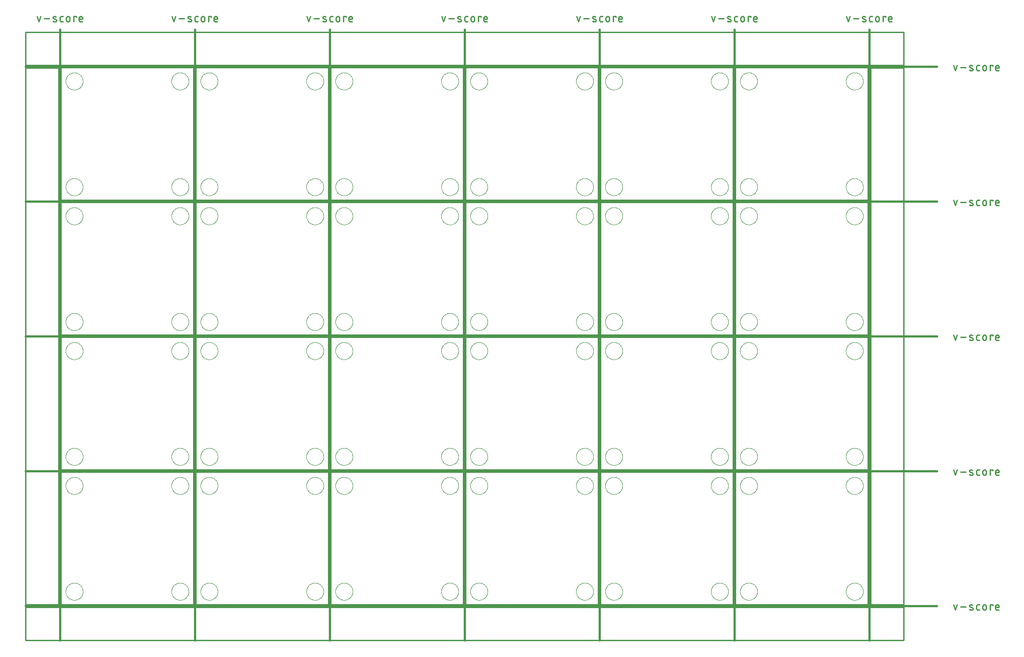
<source format=gko>
G04 EAGLE Gerber RS-274X export*
G75*
%MOMM*%
%FSLAX34Y34*%
%LPD*%
%IN*%
%IPPOS*%
%AMOC8*
5,1,8,0,0,1.08239X$1,22.5*%
G01*
%ADD10C,0.203200*%
%ADD11C,0.381000*%
%ADD12C,0.279400*%
%ADD13C,0.254000*%
%ADD14C,0.000000*%


D10*
X0Y0D02*
X254000Y0D01*
X254000Y254000D01*
X0Y254000D01*
X0Y0D01*
X259080Y0D02*
X513080Y0D01*
X513080Y254000D01*
X259080Y254000D01*
X259080Y0D01*
X518160Y0D02*
X772160Y0D01*
X772160Y254000D01*
X518160Y254000D01*
X518160Y0D01*
X777240Y0D02*
X1031240Y0D01*
X1031240Y254000D01*
X777240Y254000D01*
X777240Y0D01*
X1036320Y0D02*
X1290320Y0D01*
X1290320Y254000D01*
X1036320Y254000D01*
X1036320Y0D01*
X1295400Y0D02*
X1549400Y0D01*
X1549400Y254000D01*
X1295400Y254000D01*
X1295400Y0D01*
X254000Y259080D02*
X0Y259080D01*
X254000Y259080D02*
X254000Y513080D01*
X0Y513080D01*
X0Y259080D01*
X259080Y259080D02*
X513080Y259080D01*
X513080Y513080D01*
X259080Y513080D01*
X259080Y259080D01*
X518160Y259080D02*
X772160Y259080D01*
X772160Y513080D01*
X518160Y513080D01*
X518160Y259080D01*
X777240Y259080D02*
X1031240Y259080D01*
X1031240Y513080D01*
X777240Y513080D01*
X777240Y259080D01*
X1036320Y259080D02*
X1290320Y259080D01*
X1290320Y513080D01*
X1036320Y513080D01*
X1036320Y259080D01*
X1295400Y259080D02*
X1549400Y259080D01*
X1549400Y513080D01*
X1295400Y513080D01*
X1295400Y259080D01*
X254000Y518160D02*
X0Y518160D01*
X254000Y518160D02*
X254000Y772160D01*
X0Y772160D01*
X0Y518160D01*
X259080Y518160D02*
X513080Y518160D01*
X513080Y772160D01*
X259080Y772160D01*
X259080Y518160D01*
X518160Y518160D02*
X772160Y518160D01*
X772160Y772160D01*
X518160Y772160D01*
X518160Y518160D01*
X777240Y518160D02*
X1031240Y518160D01*
X1031240Y772160D01*
X777240Y772160D01*
X777240Y518160D01*
X1036320Y518160D02*
X1290320Y518160D01*
X1290320Y772160D01*
X1036320Y772160D01*
X1036320Y518160D01*
X1295400Y518160D02*
X1549400Y518160D01*
X1549400Y772160D01*
X1295400Y772160D01*
X1295400Y518160D01*
X254000Y777240D02*
X0Y777240D01*
X254000Y777240D02*
X254000Y1031240D01*
X0Y1031240D01*
X0Y777240D01*
X259080Y777240D02*
X513080Y777240D01*
X513080Y1031240D01*
X259080Y1031240D01*
X259080Y777240D01*
X518160Y777240D02*
X772160Y777240D01*
X772160Y1031240D01*
X518160Y1031240D01*
X518160Y777240D01*
X777240Y777240D02*
X1031240Y777240D01*
X1031240Y1031240D01*
X777240Y1031240D01*
X777240Y777240D01*
X1036320Y777240D02*
X1290320Y777240D01*
X1290320Y1031240D01*
X1036320Y1031240D01*
X1036320Y777240D01*
X1295400Y777240D02*
X1549400Y777240D01*
X1549400Y1031240D01*
X1295400Y1031240D01*
X1295400Y777240D01*
D11*
X-2540Y1104900D02*
X-2540Y-68580D01*
D12*
X-42921Y1120267D02*
X-46251Y1130258D01*
X-39590Y1130258D02*
X-42921Y1120267D01*
X-32806Y1126095D02*
X-22815Y1126095D01*
X-14261Y1126095D02*
X-10098Y1124430D01*
X-14261Y1126094D02*
X-14346Y1126130D01*
X-14429Y1126170D01*
X-14510Y1126213D01*
X-14590Y1126260D01*
X-14667Y1126310D01*
X-14743Y1126363D01*
X-14816Y1126419D01*
X-14886Y1126479D01*
X-14954Y1126541D01*
X-15019Y1126606D01*
X-15081Y1126674D01*
X-15141Y1126745D01*
X-15197Y1126818D01*
X-15250Y1126893D01*
X-15300Y1126971D01*
X-15346Y1127050D01*
X-15389Y1127132D01*
X-15429Y1127215D01*
X-15465Y1127300D01*
X-15497Y1127386D01*
X-15526Y1127474D01*
X-15550Y1127563D01*
X-15571Y1127653D01*
X-15588Y1127743D01*
X-15602Y1127834D01*
X-15611Y1127926D01*
X-15616Y1128018D01*
X-15618Y1128110D01*
X-15616Y1128202D01*
X-15609Y1128294D01*
X-15599Y1128386D01*
X-15585Y1128477D01*
X-15567Y1128568D01*
X-15545Y1128657D01*
X-15519Y1128746D01*
X-15489Y1128833D01*
X-15456Y1128919D01*
X-15419Y1129003D01*
X-15379Y1129086D01*
X-15335Y1129167D01*
X-15288Y1129246D01*
X-15237Y1129323D01*
X-15183Y1129398D01*
X-15126Y1129471D01*
X-15066Y1129541D01*
X-15003Y1129608D01*
X-14937Y1129672D01*
X-14869Y1129734D01*
X-14798Y1129793D01*
X-14724Y1129848D01*
X-14648Y1129901D01*
X-14570Y1129950D01*
X-14490Y1129996D01*
X-14409Y1130038D01*
X-14325Y1130077D01*
X-14240Y1130112D01*
X-14153Y1130143D01*
X-14065Y1130171D01*
X-13976Y1130195D01*
X-13886Y1130215D01*
X-13796Y1130232D01*
X-13704Y1130244D01*
X-13612Y1130253D01*
X-13520Y1130257D01*
X-13428Y1130258D01*
X-13201Y1130252D01*
X-12974Y1130241D01*
X-12747Y1130224D01*
X-12521Y1130201D01*
X-12295Y1130174D01*
X-12070Y1130140D01*
X-11846Y1130102D01*
X-11623Y1130058D01*
X-11401Y1130009D01*
X-11180Y1129954D01*
X-10961Y1129894D01*
X-10743Y1129829D01*
X-10527Y1129758D01*
X-10313Y1129683D01*
X-10100Y1129602D01*
X-9890Y1129516D01*
X-9681Y1129425D01*
X-10098Y1124430D02*
X-10013Y1124394D01*
X-9930Y1124354D01*
X-9849Y1124311D01*
X-9769Y1124264D01*
X-9692Y1124214D01*
X-9616Y1124161D01*
X-9543Y1124105D01*
X-9473Y1124045D01*
X-9405Y1123983D01*
X-9340Y1123918D01*
X-9278Y1123850D01*
X-9218Y1123779D01*
X-9162Y1123706D01*
X-9109Y1123631D01*
X-9059Y1123553D01*
X-9013Y1123474D01*
X-8970Y1123392D01*
X-8930Y1123309D01*
X-8894Y1123224D01*
X-8862Y1123138D01*
X-8833Y1123050D01*
X-8809Y1122961D01*
X-8788Y1122871D01*
X-8771Y1122781D01*
X-8757Y1122690D01*
X-8748Y1122598D01*
X-8743Y1122506D01*
X-8741Y1122414D01*
X-8743Y1122322D01*
X-8750Y1122230D01*
X-8760Y1122138D01*
X-8774Y1122047D01*
X-8792Y1121956D01*
X-8814Y1121867D01*
X-8840Y1121778D01*
X-8870Y1121691D01*
X-8903Y1121605D01*
X-8940Y1121521D01*
X-8980Y1121438D01*
X-9024Y1121357D01*
X-9071Y1121278D01*
X-9122Y1121201D01*
X-9176Y1121126D01*
X-9233Y1121053D01*
X-9293Y1120983D01*
X-9356Y1120916D01*
X-9422Y1120852D01*
X-9490Y1120790D01*
X-9561Y1120731D01*
X-9635Y1120676D01*
X-9711Y1120623D01*
X-9789Y1120574D01*
X-9869Y1120528D01*
X-9950Y1120486D01*
X-10034Y1120447D01*
X-10119Y1120412D01*
X-10206Y1120381D01*
X-10294Y1120353D01*
X-10383Y1120329D01*
X-10473Y1120309D01*
X-10563Y1120292D01*
X-10655Y1120280D01*
X-10747Y1120271D01*
X-10839Y1120267D01*
X-10931Y1120266D01*
X-10931Y1120267D02*
X-11265Y1120276D01*
X-11598Y1120293D01*
X-11931Y1120317D01*
X-12264Y1120350D01*
X-12595Y1120390D01*
X-12926Y1120438D01*
X-13255Y1120494D01*
X-13583Y1120557D01*
X-13909Y1120629D01*
X-14233Y1120708D01*
X-14556Y1120794D01*
X-14876Y1120889D01*
X-15194Y1120991D01*
X-15510Y1121100D01*
X562Y1120267D02*
X3892Y1120267D01*
X562Y1120267D02*
X464Y1120269D01*
X366Y1120275D01*
X268Y1120284D01*
X171Y1120298D01*
X75Y1120315D01*
X-21Y1120336D01*
X-116Y1120361D01*
X-210Y1120389D01*
X-303Y1120421D01*
X-394Y1120457D01*
X-484Y1120496D01*
X-572Y1120539D01*
X-659Y1120586D01*
X-743Y1120635D01*
X-826Y1120688D01*
X-906Y1120744D01*
X-985Y1120803D01*
X-1060Y1120866D01*
X-1134Y1120931D01*
X-1204Y1120999D01*
X-1272Y1121069D01*
X-1338Y1121143D01*
X-1400Y1121219D01*
X-1459Y1121297D01*
X-1515Y1121377D01*
X-1568Y1121460D01*
X-1618Y1121544D01*
X-1664Y1121631D01*
X-1707Y1121719D01*
X-1746Y1121809D01*
X-1782Y1121900D01*
X-1814Y1121993D01*
X-1842Y1122087D01*
X-1867Y1122182D01*
X-1888Y1122278D01*
X-1905Y1122374D01*
X-1919Y1122471D01*
X-1928Y1122569D01*
X-1934Y1122667D01*
X-1936Y1122765D01*
X-1936Y1127760D01*
X-1934Y1127858D01*
X-1928Y1127956D01*
X-1919Y1128054D01*
X-1905Y1128151D01*
X-1888Y1128247D01*
X-1867Y1128343D01*
X-1842Y1128438D01*
X-1814Y1128532D01*
X-1782Y1128625D01*
X-1746Y1128716D01*
X-1707Y1128806D01*
X-1664Y1128894D01*
X-1617Y1128981D01*
X-1568Y1129065D01*
X-1515Y1129148D01*
X-1459Y1129228D01*
X-1400Y1129306D01*
X-1337Y1129382D01*
X-1272Y1129456D01*
X-1204Y1129526D01*
X-1134Y1129594D01*
X-1060Y1129659D01*
X-984Y1129722D01*
X-906Y1129781D01*
X-826Y1129837D01*
X-743Y1129890D01*
X-659Y1129939D01*
X-572Y1129986D01*
X-484Y1130029D01*
X-394Y1130068D01*
X-303Y1130104D01*
X-210Y1130136D01*
X-116Y1130164D01*
X-21Y1130189D01*
X75Y1130210D01*
X171Y1130227D01*
X268Y1130241D01*
X366Y1130250D01*
X464Y1130256D01*
X562Y1130258D01*
X3892Y1130258D01*
X10022Y1126927D02*
X10022Y1123597D01*
X10022Y1126927D02*
X10024Y1127041D01*
X10030Y1127154D01*
X10039Y1127268D01*
X10053Y1127380D01*
X10070Y1127493D01*
X10092Y1127605D01*
X10117Y1127715D01*
X10145Y1127825D01*
X10178Y1127934D01*
X10214Y1128042D01*
X10254Y1128149D01*
X10298Y1128254D01*
X10345Y1128357D01*
X10395Y1128459D01*
X10449Y1128559D01*
X10507Y1128657D01*
X10568Y1128753D01*
X10631Y1128847D01*
X10699Y1128939D01*
X10769Y1129029D01*
X10842Y1129115D01*
X10918Y1129200D01*
X10997Y1129282D01*
X11079Y1129361D01*
X11164Y1129437D01*
X11250Y1129510D01*
X11340Y1129580D01*
X11432Y1129648D01*
X11526Y1129711D01*
X11622Y1129772D01*
X11720Y1129830D01*
X11820Y1129884D01*
X11922Y1129934D01*
X12025Y1129981D01*
X12130Y1130025D01*
X12237Y1130065D01*
X12345Y1130101D01*
X12454Y1130134D01*
X12564Y1130162D01*
X12674Y1130187D01*
X12786Y1130209D01*
X12899Y1130226D01*
X13011Y1130240D01*
X13125Y1130249D01*
X13238Y1130255D01*
X13352Y1130257D01*
X13466Y1130255D01*
X13579Y1130249D01*
X13693Y1130240D01*
X13805Y1130226D01*
X13918Y1130209D01*
X14030Y1130187D01*
X14140Y1130162D01*
X14250Y1130134D01*
X14359Y1130101D01*
X14467Y1130065D01*
X14574Y1130025D01*
X14679Y1129981D01*
X14782Y1129934D01*
X14884Y1129884D01*
X14984Y1129830D01*
X15082Y1129772D01*
X15178Y1129711D01*
X15272Y1129648D01*
X15364Y1129580D01*
X15454Y1129510D01*
X15540Y1129437D01*
X15625Y1129361D01*
X15707Y1129282D01*
X15786Y1129200D01*
X15862Y1129115D01*
X15935Y1129029D01*
X16005Y1128939D01*
X16073Y1128847D01*
X16136Y1128753D01*
X16197Y1128657D01*
X16255Y1128559D01*
X16309Y1128459D01*
X16359Y1128357D01*
X16406Y1128254D01*
X16450Y1128149D01*
X16490Y1128042D01*
X16526Y1127934D01*
X16559Y1127825D01*
X16587Y1127715D01*
X16612Y1127605D01*
X16634Y1127493D01*
X16651Y1127380D01*
X16665Y1127268D01*
X16674Y1127154D01*
X16680Y1127041D01*
X16682Y1126927D01*
X16682Y1123597D01*
X16680Y1123483D01*
X16674Y1123370D01*
X16665Y1123256D01*
X16651Y1123144D01*
X16634Y1123031D01*
X16612Y1122919D01*
X16587Y1122809D01*
X16559Y1122699D01*
X16526Y1122590D01*
X16490Y1122482D01*
X16450Y1122375D01*
X16406Y1122270D01*
X16359Y1122167D01*
X16309Y1122065D01*
X16255Y1121965D01*
X16197Y1121867D01*
X16136Y1121771D01*
X16073Y1121677D01*
X16005Y1121585D01*
X15935Y1121495D01*
X15862Y1121409D01*
X15786Y1121324D01*
X15707Y1121242D01*
X15625Y1121163D01*
X15540Y1121087D01*
X15454Y1121014D01*
X15364Y1120944D01*
X15272Y1120876D01*
X15178Y1120813D01*
X15082Y1120752D01*
X14984Y1120694D01*
X14884Y1120640D01*
X14782Y1120590D01*
X14679Y1120543D01*
X14574Y1120499D01*
X14467Y1120459D01*
X14359Y1120423D01*
X14250Y1120390D01*
X14140Y1120362D01*
X14030Y1120337D01*
X13918Y1120315D01*
X13805Y1120298D01*
X13693Y1120284D01*
X13579Y1120275D01*
X13466Y1120269D01*
X13352Y1120267D01*
X13238Y1120269D01*
X13125Y1120275D01*
X13011Y1120284D01*
X12899Y1120298D01*
X12786Y1120315D01*
X12674Y1120337D01*
X12564Y1120362D01*
X12454Y1120390D01*
X12345Y1120423D01*
X12237Y1120459D01*
X12130Y1120499D01*
X12025Y1120543D01*
X11922Y1120590D01*
X11820Y1120640D01*
X11720Y1120694D01*
X11622Y1120752D01*
X11526Y1120813D01*
X11432Y1120876D01*
X11340Y1120944D01*
X11250Y1121014D01*
X11164Y1121087D01*
X11079Y1121163D01*
X10997Y1121242D01*
X10918Y1121324D01*
X10842Y1121409D01*
X10769Y1121495D01*
X10699Y1121585D01*
X10631Y1121677D01*
X10568Y1121771D01*
X10507Y1121867D01*
X10449Y1121965D01*
X10395Y1122065D01*
X10345Y1122167D01*
X10298Y1122270D01*
X10254Y1122375D01*
X10214Y1122482D01*
X10178Y1122590D01*
X10145Y1122699D01*
X10117Y1122809D01*
X10092Y1122919D01*
X10070Y1123031D01*
X10053Y1123144D01*
X10039Y1123256D01*
X10030Y1123370D01*
X10024Y1123483D01*
X10022Y1123597D01*
X24218Y1120267D02*
X24218Y1130258D01*
X29213Y1130258D01*
X29213Y1128593D01*
X37008Y1120267D02*
X41171Y1120267D01*
X37008Y1120267D02*
X36910Y1120269D01*
X36812Y1120275D01*
X36714Y1120284D01*
X36617Y1120298D01*
X36521Y1120315D01*
X36425Y1120336D01*
X36330Y1120361D01*
X36236Y1120389D01*
X36143Y1120421D01*
X36052Y1120457D01*
X35962Y1120496D01*
X35874Y1120539D01*
X35787Y1120586D01*
X35703Y1120635D01*
X35620Y1120688D01*
X35540Y1120744D01*
X35462Y1120803D01*
X35386Y1120866D01*
X35312Y1120931D01*
X35242Y1120999D01*
X35174Y1121069D01*
X35109Y1121143D01*
X35046Y1121219D01*
X34987Y1121297D01*
X34931Y1121377D01*
X34878Y1121460D01*
X34829Y1121544D01*
X34782Y1121631D01*
X34739Y1121719D01*
X34700Y1121809D01*
X34664Y1121900D01*
X34632Y1121993D01*
X34604Y1122087D01*
X34579Y1122182D01*
X34558Y1122278D01*
X34541Y1122374D01*
X34527Y1122471D01*
X34518Y1122569D01*
X34512Y1122667D01*
X34510Y1122765D01*
X34510Y1126927D01*
X34511Y1126927D02*
X34513Y1127041D01*
X34519Y1127154D01*
X34528Y1127268D01*
X34542Y1127380D01*
X34559Y1127493D01*
X34581Y1127605D01*
X34606Y1127715D01*
X34634Y1127825D01*
X34667Y1127934D01*
X34703Y1128042D01*
X34743Y1128149D01*
X34787Y1128254D01*
X34834Y1128357D01*
X34884Y1128459D01*
X34938Y1128559D01*
X34996Y1128657D01*
X35057Y1128753D01*
X35120Y1128847D01*
X35188Y1128939D01*
X35258Y1129029D01*
X35331Y1129115D01*
X35407Y1129200D01*
X35486Y1129282D01*
X35568Y1129361D01*
X35653Y1129437D01*
X35739Y1129510D01*
X35829Y1129580D01*
X35921Y1129648D01*
X36015Y1129711D01*
X36111Y1129772D01*
X36209Y1129830D01*
X36309Y1129884D01*
X36411Y1129934D01*
X36514Y1129981D01*
X36619Y1130025D01*
X36726Y1130065D01*
X36834Y1130101D01*
X36943Y1130134D01*
X37053Y1130162D01*
X37163Y1130187D01*
X37275Y1130209D01*
X37388Y1130226D01*
X37500Y1130240D01*
X37614Y1130249D01*
X37727Y1130255D01*
X37841Y1130257D01*
X37955Y1130255D01*
X38068Y1130249D01*
X38182Y1130240D01*
X38294Y1130226D01*
X38407Y1130209D01*
X38519Y1130187D01*
X38629Y1130162D01*
X38739Y1130134D01*
X38848Y1130101D01*
X38956Y1130065D01*
X39063Y1130025D01*
X39168Y1129981D01*
X39271Y1129934D01*
X39373Y1129884D01*
X39473Y1129830D01*
X39571Y1129772D01*
X39667Y1129711D01*
X39761Y1129648D01*
X39853Y1129580D01*
X39943Y1129510D01*
X40029Y1129437D01*
X40114Y1129361D01*
X40196Y1129282D01*
X40275Y1129200D01*
X40351Y1129115D01*
X40424Y1129029D01*
X40494Y1128939D01*
X40562Y1128847D01*
X40625Y1128753D01*
X40686Y1128657D01*
X40744Y1128559D01*
X40798Y1128459D01*
X40848Y1128357D01*
X40895Y1128254D01*
X40939Y1128149D01*
X40979Y1128042D01*
X41015Y1127934D01*
X41048Y1127825D01*
X41076Y1127715D01*
X41101Y1127605D01*
X41123Y1127493D01*
X41140Y1127380D01*
X41154Y1127268D01*
X41163Y1127154D01*
X41169Y1127041D01*
X41171Y1126927D01*
X41171Y1125262D01*
X34510Y1125262D01*
D11*
X256540Y1104900D02*
X256540Y-68580D01*
D12*
X216159Y1120267D02*
X212829Y1130258D01*
X219490Y1130258D02*
X216159Y1120267D01*
X226274Y1126095D02*
X236265Y1126095D01*
X244819Y1126095D02*
X248982Y1124430D01*
X244819Y1126094D02*
X244734Y1126130D01*
X244651Y1126170D01*
X244570Y1126213D01*
X244490Y1126260D01*
X244413Y1126310D01*
X244337Y1126363D01*
X244264Y1126419D01*
X244194Y1126479D01*
X244126Y1126541D01*
X244061Y1126606D01*
X243999Y1126674D01*
X243939Y1126745D01*
X243883Y1126818D01*
X243830Y1126893D01*
X243780Y1126971D01*
X243734Y1127050D01*
X243691Y1127132D01*
X243651Y1127215D01*
X243615Y1127300D01*
X243583Y1127386D01*
X243554Y1127474D01*
X243530Y1127563D01*
X243509Y1127653D01*
X243492Y1127743D01*
X243478Y1127834D01*
X243469Y1127926D01*
X243464Y1128018D01*
X243462Y1128110D01*
X243464Y1128202D01*
X243471Y1128294D01*
X243481Y1128386D01*
X243495Y1128477D01*
X243513Y1128568D01*
X243535Y1128657D01*
X243561Y1128746D01*
X243591Y1128833D01*
X243624Y1128919D01*
X243661Y1129003D01*
X243701Y1129086D01*
X243745Y1129167D01*
X243792Y1129246D01*
X243843Y1129323D01*
X243897Y1129398D01*
X243954Y1129471D01*
X244014Y1129541D01*
X244077Y1129608D01*
X244143Y1129672D01*
X244211Y1129734D01*
X244282Y1129793D01*
X244356Y1129848D01*
X244432Y1129901D01*
X244510Y1129950D01*
X244590Y1129996D01*
X244671Y1130038D01*
X244755Y1130077D01*
X244840Y1130112D01*
X244927Y1130143D01*
X245015Y1130171D01*
X245104Y1130195D01*
X245194Y1130215D01*
X245284Y1130232D01*
X245376Y1130244D01*
X245468Y1130253D01*
X245560Y1130257D01*
X245652Y1130258D01*
X245879Y1130252D01*
X246106Y1130241D01*
X246333Y1130224D01*
X246559Y1130201D01*
X246785Y1130174D01*
X247010Y1130140D01*
X247234Y1130102D01*
X247457Y1130058D01*
X247679Y1130009D01*
X247900Y1129954D01*
X248119Y1129894D01*
X248337Y1129829D01*
X248553Y1129758D01*
X248767Y1129683D01*
X248980Y1129602D01*
X249190Y1129516D01*
X249399Y1129425D01*
X248982Y1124430D02*
X249067Y1124394D01*
X249150Y1124354D01*
X249231Y1124311D01*
X249311Y1124264D01*
X249388Y1124214D01*
X249464Y1124161D01*
X249537Y1124105D01*
X249607Y1124045D01*
X249675Y1123983D01*
X249740Y1123918D01*
X249802Y1123850D01*
X249862Y1123779D01*
X249918Y1123706D01*
X249971Y1123631D01*
X250021Y1123553D01*
X250067Y1123474D01*
X250110Y1123392D01*
X250150Y1123309D01*
X250186Y1123224D01*
X250218Y1123138D01*
X250247Y1123050D01*
X250271Y1122961D01*
X250292Y1122871D01*
X250309Y1122781D01*
X250323Y1122690D01*
X250332Y1122598D01*
X250337Y1122506D01*
X250339Y1122414D01*
X250337Y1122322D01*
X250330Y1122230D01*
X250320Y1122138D01*
X250306Y1122047D01*
X250288Y1121956D01*
X250266Y1121867D01*
X250240Y1121778D01*
X250210Y1121691D01*
X250177Y1121605D01*
X250140Y1121521D01*
X250100Y1121438D01*
X250056Y1121357D01*
X250009Y1121278D01*
X249958Y1121201D01*
X249904Y1121126D01*
X249847Y1121053D01*
X249787Y1120983D01*
X249724Y1120916D01*
X249658Y1120852D01*
X249590Y1120790D01*
X249519Y1120731D01*
X249445Y1120676D01*
X249369Y1120623D01*
X249291Y1120574D01*
X249211Y1120528D01*
X249130Y1120486D01*
X249046Y1120447D01*
X248961Y1120412D01*
X248874Y1120381D01*
X248786Y1120353D01*
X248697Y1120329D01*
X248607Y1120309D01*
X248517Y1120292D01*
X248425Y1120280D01*
X248333Y1120271D01*
X248241Y1120267D01*
X248149Y1120266D01*
X248149Y1120267D02*
X247815Y1120276D01*
X247482Y1120293D01*
X247149Y1120317D01*
X246816Y1120350D01*
X246485Y1120390D01*
X246154Y1120438D01*
X245825Y1120494D01*
X245497Y1120557D01*
X245171Y1120629D01*
X244847Y1120708D01*
X244524Y1120794D01*
X244204Y1120889D01*
X243886Y1120991D01*
X243570Y1121100D01*
X259642Y1120267D02*
X262972Y1120267D01*
X259642Y1120267D02*
X259544Y1120269D01*
X259446Y1120275D01*
X259348Y1120284D01*
X259251Y1120298D01*
X259155Y1120315D01*
X259059Y1120336D01*
X258964Y1120361D01*
X258870Y1120389D01*
X258777Y1120421D01*
X258686Y1120457D01*
X258596Y1120496D01*
X258508Y1120539D01*
X258421Y1120586D01*
X258337Y1120635D01*
X258254Y1120688D01*
X258174Y1120744D01*
X258096Y1120803D01*
X258020Y1120866D01*
X257946Y1120931D01*
X257876Y1120999D01*
X257808Y1121069D01*
X257743Y1121143D01*
X257680Y1121219D01*
X257621Y1121297D01*
X257565Y1121377D01*
X257512Y1121460D01*
X257463Y1121544D01*
X257416Y1121631D01*
X257373Y1121719D01*
X257334Y1121809D01*
X257298Y1121900D01*
X257266Y1121993D01*
X257238Y1122087D01*
X257213Y1122182D01*
X257192Y1122278D01*
X257175Y1122374D01*
X257161Y1122471D01*
X257152Y1122569D01*
X257146Y1122667D01*
X257144Y1122765D01*
X257144Y1127760D01*
X257146Y1127858D01*
X257152Y1127956D01*
X257161Y1128054D01*
X257175Y1128151D01*
X257192Y1128247D01*
X257213Y1128343D01*
X257238Y1128438D01*
X257266Y1128532D01*
X257298Y1128625D01*
X257334Y1128716D01*
X257373Y1128806D01*
X257416Y1128894D01*
X257463Y1128981D01*
X257512Y1129065D01*
X257565Y1129148D01*
X257621Y1129228D01*
X257680Y1129307D01*
X257743Y1129382D01*
X257808Y1129456D01*
X257876Y1129526D01*
X257946Y1129594D01*
X258020Y1129660D01*
X258096Y1129722D01*
X258174Y1129781D01*
X258254Y1129837D01*
X258337Y1129890D01*
X258421Y1129940D01*
X258508Y1129986D01*
X258596Y1130029D01*
X258686Y1130068D01*
X258777Y1130104D01*
X258870Y1130136D01*
X258964Y1130164D01*
X259059Y1130189D01*
X259155Y1130210D01*
X259251Y1130227D01*
X259348Y1130241D01*
X259446Y1130250D01*
X259544Y1130256D01*
X259642Y1130258D01*
X262972Y1130258D01*
X269102Y1126927D02*
X269102Y1123597D01*
X269102Y1126927D02*
X269104Y1127041D01*
X269110Y1127154D01*
X269119Y1127268D01*
X269133Y1127380D01*
X269150Y1127493D01*
X269172Y1127605D01*
X269197Y1127715D01*
X269225Y1127825D01*
X269258Y1127934D01*
X269294Y1128042D01*
X269334Y1128149D01*
X269378Y1128254D01*
X269425Y1128357D01*
X269475Y1128459D01*
X269529Y1128559D01*
X269587Y1128657D01*
X269648Y1128753D01*
X269711Y1128847D01*
X269779Y1128939D01*
X269849Y1129029D01*
X269922Y1129115D01*
X269998Y1129200D01*
X270077Y1129282D01*
X270159Y1129361D01*
X270244Y1129437D01*
X270330Y1129510D01*
X270420Y1129580D01*
X270512Y1129648D01*
X270606Y1129711D01*
X270702Y1129772D01*
X270800Y1129830D01*
X270900Y1129884D01*
X271002Y1129934D01*
X271105Y1129981D01*
X271210Y1130025D01*
X271317Y1130065D01*
X271425Y1130101D01*
X271534Y1130134D01*
X271644Y1130162D01*
X271754Y1130187D01*
X271866Y1130209D01*
X271979Y1130226D01*
X272091Y1130240D01*
X272205Y1130249D01*
X272318Y1130255D01*
X272432Y1130257D01*
X272546Y1130255D01*
X272659Y1130249D01*
X272773Y1130240D01*
X272885Y1130226D01*
X272998Y1130209D01*
X273110Y1130187D01*
X273220Y1130162D01*
X273330Y1130134D01*
X273439Y1130101D01*
X273547Y1130065D01*
X273654Y1130025D01*
X273759Y1129981D01*
X273862Y1129934D01*
X273964Y1129884D01*
X274064Y1129830D01*
X274162Y1129772D01*
X274258Y1129711D01*
X274352Y1129648D01*
X274444Y1129580D01*
X274534Y1129510D01*
X274620Y1129437D01*
X274705Y1129361D01*
X274787Y1129282D01*
X274866Y1129200D01*
X274942Y1129115D01*
X275015Y1129029D01*
X275085Y1128939D01*
X275153Y1128847D01*
X275216Y1128753D01*
X275277Y1128657D01*
X275335Y1128559D01*
X275389Y1128459D01*
X275439Y1128357D01*
X275486Y1128254D01*
X275530Y1128149D01*
X275570Y1128042D01*
X275606Y1127934D01*
X275639Y1127825D01*
X275667Y1127715D01*
X275692Y1127605D01*
X275714Y1127493D01*
X275731Y1127380D01*
X275745Y1127268D01*
X275754Y1127154D01*
X275760Y1127041D01*
X275762Y1126927D01*
X275762Y1123597D01*
X275760Y1123483D01*
X275754Y1123370D01*
X275745Y1123256D01*
X275731Y1123144D01*
X275714Y1123031D01*
X275692Y1122919D01*
X275667Y1122809D01*
X275639Y1122699D01*
X275606Y1122590D01*
X275570Y1122482D01*
X275530Y1122375D01*
X275486Y1122270D01*
X275439Y1122167D01*
X275389Y1122065D01*
X275335Y1121965D01*
X275277Y1121867D01*
X275216Y1121771D01*
X275153Y1121677D01*
X275085Y1121585D01*
X275015Y1121495D01*
X274942Y1121409D01*
X274866Y1121324D01*
X274787Y1121242D01*
X274705Y1121163D01*
X274620Y1121087D01*
X274534Y1121014D01*
X274444Y1120944D01*
X274352Y1120876D01*
X274258Y1120813D01*
X274162Y1120752D01*
X274064Y1120694D01*
X273964Y1120640D01*
X273862Y1120590D01*
X273759Y1120543D01*
X273654Y1120499D01*
X273547Y1120459D01*
X273439Y1120423D01*
X273330Y1120390D01*
X273220Y1120362D01*
X273110Y1120337D01*
X272998Y1120315D01*
X272885Y1120298D01*
X272773Y1120284D01*
X272659Y1120275D01*
X272546Y1120269D01*
X272432Y1120267D01*
X272318Y1120269D01*
X272205Y1120275D01*
X272091Y1120284D01*
X271979Y1120298D01*
X271866Y1120315D01*
X271754Y1120337D01*
X271644Y1120362D01*
X271534Y1120390D01*
X271425Y1120423D01*
X271317Y1120459D01*
X271210Y1120499D01*
X271105Y1120543D01*
X271002Y1120590D01*
X270900Y1120640D01*
X270800Y1120694D01*
X270702Y1120752D01*
X270606Y1120813D01*
X270512Y1120876D01*
X270420Y1120944D01*
X270330Y1121014D01*
X270244Y1121087D01*
X270159Y1121163D01*
X270077Y1121242D01*
X269998Y1121324D01*
X269922Y1121409D01*
X269849Y1121495D01*
X269779Y1121585D01*
X269711Y1121677D01*
X269648Y1121771D01*
X269587Y1121867D01*
X269529Y1121965D01*
X269475Y1122065D01*
X269425Y1122167D01*
X269378Y1122270D01*
X269334Y1122375D01*
X269294Y1122482D01*
X269258Y1122590D01*
X269225Y1122699D01*
X269197Y1122809D01*
X269172Y1122919D01*
X269150Y1123031D01*
X269133Y1123144D01*
X269119Y1123256D01*
X269110Y1123370D01*
X269104Y1123483D01*
X269102Y1123597D01*
X283298Y1120267D02*
X283298Y1130258D01*
X288293Y1130258D01*
X288293Y1128593D01*
X296088Y1120267D02*
X300251Y1120267D01*
X296088Y1120267D02*
X295990Y1120269D01*
X295892Y1120275D01*
X295794Y1120284D01*
X295697Y1120298D01*
X295601Y1120315D01*
X295505Y1120336D01*
X295410Y1120361D01*
X295316Y1120389D01*
X295223Y1120421D01*
X295132Y1120457D01*
X295042Y1120496D01*
X294954Y1120539D01*
X294867Y1120586D01*
X294783Y1120635D01*
X294700Y1120688D01*
X294620Y1120744D01*
X294542Y1120803D01*
X294466Y1120866D01*
X294392Y1120931D01*
X294322Y1120999D01*
X294254Y1121069D01*
X294189Y1121143D01*
X294126Y1121219D01*
X294067Y1121297D01*
X294011Y1121377D01*
X293958Y1121460D01*
X293909Y1121544D01*
X293862Y1121631D01*
X293819Y1121719D01*
X293780Y1121809D01*
X293744Y1121900D01*
X293712Y1121993D01*
X293684Y1122087D01*
X293659Y1122182D01*
X293638Y1122278D01*
X293621Y1122374D01*
X293607Y1122471D01*
X293598Y1122569D01*
X293592Y1122667D01*
X293590Y1122765D01*
X293590Y1126927D01*
X293591Y1126927D02*
X293593Y1127041D01*
X293599Y1127154D01*
X293608Y1127268D01*
X293622Y1127380D01*
X293639Y1127493D01*
X293661Y1127605D01*
X293686Y1127715D01*
X293714Y1127825D01*
X293747Y1127934D01*
X293783Y1128042D01*
X293823Y1128149D01*
X293867Y1128254D01*
X293914Y1128357D01*
X293964Y1128459D01*
X294018Y1128559D01*
X294076Y1128657D01*
X294137Y1128753D01*
X294200Y1128847D01*
X294268Y1128939D01*
X294338Y1129029D01*
X294411Y1129115D01*
X294487Y1129200D01*
X294566Y1129282D01*
X294648Y1129361D01*
X294733Y1129437D01*
X294819Y1129510D01*
X294909Y1129580D01*
X295001Y1129648D01*
X295095Y1129711D01*
X295191Y1129772D01*
X295289Y1129830D01*
X295389Y1129884D01*
X295491Y1129934D01*
X295594Y1129981D01*
X295699Y1130025D01*
X295806Y1130065D01*
X295914Y1130101D01*
X296023Y1130134D01*
X296133Y1130162D01*
X296243Y1130187D01*
X296355Y1130209D01*
X296468Y1130226D01*
X296580Y1130240D01*
X296694Y1130249D01*
X296807Y1130255D01*
X296921Y1130257D01*
X297035Y1130255D01*
X297148Y1130249D01*
X297262Y1130240D01*
X297374Y1130226D01*
X297487Y1130209D01*
X297599Y1130187D01*
X297709Y1130162D01*
X297819Y1130134D01*
X297928Y1130101D01*
X298036Y1130065D01*
X298143Y1130025D01*
X298248Y1129981D01*
X298351Y1129934D01*
X298453Y1129884D01*
X298553Y1129830D01*
X298651Y1129772D01*
X298747Y1129711D01*
X298841Y1129648D01*
X298933Y1129580D01*
X299023Y1129510D01*
X299109Y1129437D01*
X299194Y1129361D01*
X299276Y1129282D01*
X299355Y1129200D01*
X299431Y1129115D01*
X299504Y1129029D01*
X299574Y1128939D01*
X299642Y1128847D01*
X299705Y1128753D01*
X299766Y1128657D01*
X299824Y1128559D01*
X299878Y1128459D01*
X299928Y1128357D01*
X299975Y1128254D01*
X300019Y1128149D01*
X300059Y1128042D01*
X300095Y1127934D01*
X300128Y1127825D01*
X300156Y1127715D01*
X300181Y1127605D01*
X300203Y1127493D01*
X300220Y1127380D01*
X300234Y1127268D01*
X300243Y1127154D01*
X300249Y1127041D01*
X300251Y1126927D01*
X300251Y1125262D01*
X293590Y1125262D01*
D11*
X515620Y1104900D02*
X515620Y-68580D01*
D12*
X475239Y1120267D02*
X471909Y1130258D01*
X478570Y1130258D02*
X475239Y1120267D01*
X485354Y1126095D02*
X495345Y1126095D01*
X503899Y1126095D02*
X508062Y1124430D01*
X503899Y1126094D02*
X503814Y1126130D01*
X503731Y1126170D01*
X503650Y1126213D01*
X503570Y1126260D01*
X503493Y1126310D01*
X503417Y1126363D01*
X503344Y1126419D01*
X503274Y1126479D01*
X503206Y1126541D01*
X503141Y1126606D01*
X503079Y1126674D01*
X503019Y1126745D01*
X502963Y1126818D01*
X502910Y1126893D01*
X502860Y1126971D01*
X502814Y1127050D01*
X502771Y1127132D01*
X502731Y1127215D01*
X502695Y1127300D01*
X502663Y1127386D01*
X502634Y1127474D01*
X502610Y1127563D01*
X502589Y1127653D01*
X502572Y1127743D01*
X502558Y1127834D01*
X502549Y1127926D01*
X502544Y1128018D01*
X502542Y1128110D01*
X502544Y1128202D01*
X502551Y1128294D01*
X502561Y1128386D01*
X502575Y1128477D01*
X502593Y1128568D01*
X502615Y1128657D01*
X502641Y1128746D01*
X502671Y1128833D01*
X502704Y1128919D01*
X502741Y1129003D01*
X502781Y1129086D01*
X502825Y1129167D01*
X502872Y1129246D01*
X502923Y1129323D01*
X502977Y1129398D01*
X503034Y1129471D01*
X503094Y1129541D01*
X503157Y1129608D01*
X503223Y1129672D01*
X503291Y1129734D01*
X503362Y1129793D01*
X503436Y1129848D01*
X503512Y1129901D01*
X503590Y1129950D01*
X503670Y1129996D01*
X503751Y1130038D01*
X503835Y1130077D01*
X503920Y1130112D01*
X504007Y1130143D01*
X504095Y1130171D01*
X504184Y1130195D01*
X504274Y1130215D01*
X504364Y1130232D01*
X504456Y1130244D01*
X504548Y1130253D01*
X504640Y1130257D01*
X504732Y1130258D01*
X504959Y1130252D01*
X505186Y1130241D01*
X505413Y1130224D01*
X505639Y1130201D01*
X505865Y1130174D01*
X506090Y1130140D01*
X506314Y1130102D01*
X506537Y1130058D01*
X506759Y1130009D01*
X506980Y1129954D01*
X507199Y1129894D01*
X507417Y1129829D01*
X507633Y1129758D01*
X507847Y1129683D01*
X508060Y1129602D01*
X508270Y1129516D01*
X508479Y1129425D01*
X508062Y1124430D02*
X508147Y1124394D01*
X508230Y1124354D01*
X508311Y1124311D01*
X508391Y1124264D01*
X508468Y1124214D01*
X508544Y1124161D01*
X508617Y1124105D01*
X508687Y1124045D01*
X508755Y1123983D01*
X508820Y1123918D01*
X508882Y1123850D01*
X508942Y1123779D01*
X508998Y1123706D01*
X509051Y1123631D01*
X509101Y1123553D01*
X509147Y1123474D01*
X509190Y1123392D01*
X509230Y1123309D01*
X509266Y1123224D01*
X509298Y1123138D01*
X509327Y1123050D01*
X509351Y1122961D01*
X509372Y1122871D01*
X509389Y1122781D01*
X509403Y1122690D01*
X509412Y1122598D01*
X509417Y1122506D01*
X509419Y1122414D01*
X509417Y1122322D01*
X509410Y1122230D01*
X509400Y1122138D01*
X509386Y1122047D01*
X509368Y1121956D01*
X509346Y1121867D01*
X509320Y1121778D01*
X509290Y1121691D01*
X509257Y1121605D01*
X509220Y1121521D01*
X509180Y1121438D01*
X509136Y1121357D01*
X509089Y1121278D01*
X509038Y1121201D01*
X508984Y1121126D01*
X508927Y1121053D01*
X508867Y1120983D01*
X508804Y1120916D01*
X508738Y1120852D01*
X508670Y1120790D01*
X508599Y1120731D01*
X508525Y1120676D01*
X508449Y1120623D01*
X508371Y1120574D01*
X508291Y1120528D01*
X508210Y1120486D01*
X508126Y1120447D01*
X508041Y1120412D01*
X507954Y1120381D01*
X507866Y1120353D01*
X507777Y1120329D01*
X507687Y1120309D01*
X507597Y1120292D01*
X507505Y1120280D01*
X507413Y1120271D01*
X507321Y1120267D01*
X507229Y1120266D01*
X507229Y1120267D02*
X506895Y1120276D01*
X506562Y1120293D01*
X506229Y1120317D01*
X505896Y1120350D01*
X505565Y1120390D01*
X505234Y1120438D01*
X504905Y1120494D01*
X504577Y1120557D01*
X504251Y1120629D01*
X503927Y1120708D01*
X503604Y1120794D01*
X503284Y1120889D01*
X502966Y1120991D01*
X502650Y1121100D01*
X518722Y1120267D02*
X522052Y1120267D01*
X518722Y1120267D02*
X518624Y1120269D01*
X518526Y1120275D01*
X518428Y1120284D01*
X518331Y1120298D01*
X518235Y1120315D01*
X518139Y1120336D01*
X518044Y1120361D01*
X517950Y1120389D01*
X517857Y1120421D01*
X517766Y1120457D01*
X517676Y1120496D01*
X517588Y1120539D01*
X517501Y1120586D01*
X517417Y1120635D01*
X517334Y1120688D01*
X517254Y1120744D01*
X517176Y1120803D01*
X517100Y1120866D01*
X517026Y1120931D01*
X516956Y1120999D01*
X516888Y1121069D01*
X516823Y1121143D01*
X516760Y1121219D01*
X516701Y1121297D01*
X516645Y1121377D01*
X516592Y1121460D01*
X516543Y1121544D01*
X516496Y1121631D01*
X516453Y1121719D01*
X516414Y1121809D01*
X516378Y1121900D01*
X516346Y1121993D01*
X516318Y1122087D01*
X516293Y1122182D01*
X516272Y1122278D01*
X516255Y1122374D01*
X516241Y1122471D01*
X516232Y1122569D01*
X516226Y1122667D01*
X516224Y1122765D01*
X516224Y1127760D01*
X516226Y1127858D01*
X516232Y1127956D01*
X516241Y1128054D01*
X516255Y1128151D01*
X516272Y1128247D01*
X516293Y1128343D01*
X516318Y1128438D01*
X516346Y1128532D01*
X516378Y1128625D01*
X516414Y1128716D01*
X516453Y1128806D01*
X516496Y1128894D01*
X516543Y1128981D01*
X516592Y1129065D01*
X516645Y1129148D01*
X516701Y1129228D01*
X516760Y1129307D01*
X516823Y1129382D01*
X516888Y1129456D01*
X516956Y1129526D01*
X517026Y1129594D01*
X517100Y1129660D01*
X517176Y1129722D01*
X517254Y1129781D01*
X517334Y1129837D01*
X517417Y1129890D01*
X517501Y1129940D01*
X517588Y1129986D01*
X517676Y1130029D01*
X517766Y1130068D01*
X517857Y1130104D01*
X517950Y1130136D01*
X518044Y1130164D01*
X518139Y1130189D01*
X518235Y1130210D01*
X518331Y1130227D01*
X518428Y1130241D01*
X518526Y1130250D01*
X518624Y1130256D01*
X518722Y1130258D01*
X522052Y1130258D01*
X528182Y1126927D02*
X528182Y1123597D01*
X528182Y1126927D02*
X528184Y1127041D01*
X528190Y1127154D01*
X528199Y1127268D01*
X528213Y1127380D01*
X528230Y1127493D01*
X528252Y1127605D01*
X528277Y1127715D01*
X528305Y1127825D01*
X528338Y1127934D01*
X528374Y1128042D01*
X528414Y1128149D01*
X528458Y1128254D01*
X528505Y1128357D01*
X528555Y1128459D01*
X528609Y1128559D01*
X528667Y1128657D01*
X528728Y1128753D01*
X528791Y1128847D01*
X528859Y1128939D01*
X528929Y1129029D01*
X529002Y1129115D01*
X529078Y1129200D01*
X529157Y1129282D01*
X529239Y1129361D01*
X529324Y1129437D01*
X529410Y1129510D01*
X529500Y1129580D01*
X529592Y1129648D01*
X529686Y1129711D01*
X529782Y1129772D01*
X529880Y1129830D01*
X529980Y1129884D01*
X530082Y1129934D01*
X530185Y1129981D01*
X530290Y1130025D01*
X530397Y1130065D01*
X530505Y1130101D01*
X530614Y1130134D01*
X530724Y1130162D01*
X530834Y1130187D01*
X530946Y1130209D01*
X531059Y1130226D01*
X531171Y1130240D01*
X531285Y1130249D01*
X531398Y1130255D01*
X531512Y1130257D01*
X531626Y1130255D01*
X531739Y1130249D01*
X531853Y1130240D01*
X531965Y1130226D01*
X532078Y1130209D01*
X532190Y1130187D01*
X532300Y1130162D01*
X532410Y1130134D01*
X532519Y1130101D01*
X532627Y1130065D01*
X532734Y1130025D01*
X532839Y1129981D01*
X532942Y1129934D01*
X533044Y1129884D01*
X533144Y1129830D01*
X533242Y1129772D01*
X533338Y1129711D01*
X533432Y1129648D01*
X533524Y1129580D01*
X533614Y1129510D01*
X533700Y1129437D01*
X533785Y1129361D01*
X533867Y1129282D01*
X533946Y1129200D01*
X534022Y1129115D01*
X534095Y1129029D01*
X534165Y1128939D01*
X534233Y1128847D01*
X534296Y1128753D01*
X534357Y1128657D01*
X534415Y1128559D01*
X534469Y1128459D01*
X534519Y1128357D01*
X534566Y1128254D01*
X534610Y1128149D01*
X534650Y1128042D01*
X534686Y1127934D01*
X534719Y1127825D01*
X534747Y1127715D01*
X534772Y1127605D01*
X534794Y1127493D01*
X534811Y1127380D01*
X534825Y1127268D01*
X534834Y1127154D01*
X534840Y1127041D01*
X534842Y1126927D01*
X534842Y1123597D01*
X534840Y1123483D01*
X534834Y1123370D01*
X534825Y1123256D01*
X534811Y1123144D01*
X534794Y1123031D01*
X534772Y1122919D01*
X534747Y1122809D01*
X534719Y1122699D01*
X534686Y1122590D01*
X534650Y1122482D01*
X534610Y1122375D01*
X534566Y1122270D01*
X534519Y1122167D01*
X534469Y1122065D01*
X534415Y1121965D01*
X534357Y1121867D01*
X534296Y1121771D01*
X534233Y1121677D01*
X534165Y1121585D01*
X534095Y1121495D01*
X534022Y1121409D01*
X533946Y1121324D01*
X533867Y1121242D01*
X533785Y1121163D01*
X533700Y1121087D01*
X533614Y1121014D01*
X533524Y1120944D01*
X533432Y1120876D01*
X533338Y1120813D01*
X533242Y1120752D01*
X533144Y1120694D01*
X533044Y1120640D01*
X532942Y1120590D01*
X532839Y1120543D01*
X532734Y1120499D01*
X532627Y1120459D01*
X532519Y1120423D01*
X532410Y1120390D01*
X532300Y1120362D01*
X532190Y1120337D01*
X532078Y1120315D01*
X531965Y1120298D01*
X531853Y1120284D01*
X531739Y1120275D01*
X531626Y1120269D01*
X531512Y1120267D01*
X531398Y1120269D01*
X531285Y1120275D01*
X531171Y1120284D01*
X531059Y1120298D01*
X530946Y1120315D01*
X530834Y1120337D01*
X530724Y1120362D01*
X530614Y1120390D01*
X530505Y1120423D01*
X530397Y1120459D01*
X530290Y1120499D01*
X530185Y1120543D01*
X530082Y1120590D01*
X529980Y1120640D01*
X529880Y1120694D01*
X529782Y1120752D01*
X529686Y1120813D01*
X529592Y1120876D01*
X529500Y1120944D01*
X529410Y1121014D01*
X529324Y1121087D01*
X529239Y1121163D01*
X529157Y1121242D01*
X529078Y1121324D01*
X529002Y1121409D01*
X528929Y1121495D01*
X528859Y1121585D01*
X528791Y1121677D01*
X528728Y1121771D01*
X528667Y1121867D01*
X528609Y1121965D01*
X528555Y1122065D01*
X528505Y1122167D01*
X528458Y1122270D01*
X528414Y1122375D01*
X528374Y1122482D01*
X528338Y1122590D01*
X528305Y1122699D01*
X528277Y1122809D01*
X528252Y1122919D01*
X528230Y1123031D01*
X528213Y1123144D01*
X528199Y1123256D01*
X528190Y1123370D01*
X528184Y1123483D01*
X528182Y1123597D01*
X542378Y1120267D02*
X542378Y1130258D01*
X547373Y1130258D01*
X547373Y1128593D01*
X555168Y1120267D02*
X559331Y1120267D01*
X555168Y1120267D02*
X555070Y1120269D01*
X554972Y1120275D01*
X554874Y1120284D01*
X554777Y1120298D01*
X554681Y1120315D01*
X554585Y1120336D01*
X554490Y1120361D01*
X554396Y1120389D01*
X554303Y1120421D01*
X554212Y1120457D01*
X554122Y1120496D01*
X554034Y1120539D01*
X553947Y1120586D01*
X553863Y1120635D01*
X553780Y1120688D01*
X553700Y1120744D01*
X553622Y1120803D01*
X553546Y1120866D01*
X553472Y1120931D01*
X553402Y1120999D01*
X553334Y1121069D01*
X553269Y1121143D01*
X553206Y1121219D01*
X553147Y1121297D01*
X553091Y1121377D01*
X553038Y1121460D01*
X552989Y1121544D01*
X552942Y1121631D01*
X552899Y1121719D01*
X552860Y1121809D01*
X552824Y1121900D01*
X552792Y1121993D01*
X552764Y1122087D01*
X552739Y1122182D01*
X552718Y1122278D01*
X552701Y1122374D01*
X552687Y1122471D01*
X552678Y1122569D01*
X552672Y1122667D01*
X552670Y1122765D01*
X552670Y1126927D01*
X552671Y1126927D02*
X552673Y1127041D01*
X552679Y1127154D01*
X552688Y1127268D01*
X552702Y1127380D01*
X552719Y1127493D01*
X552741Y1127605D01*
X552766Y1127715D01*
X552794Y1127825D01*
X552827Y1127934D01*
X552863Y1128042D01*
X552903Y1128149D01*
X552947Y1128254D01*
X552994Y1128357D01*
X553044Y1128459D01*
X553098Y1128559D01*
X553156Y1128657D01*
X553217Y1128753D01*
X553280Y1128847D01*
X553348Y1128939D01*
X553418Y1129029D01*
X553491Y1129115D01*
X553567Y1129200D01*
X553646Y1129282D01*
X553728Y1129361D01*
X553813Y1129437D01*
X553899Y1129510D01*
X553989Y1129580D01*
X554081Y1129648D01*
X554175Y1129711D01*
X554271Y1129772D01*
X554369Y1129830D01*
X554469Y1129884D01*
X554571Y1129934D01*
X554674Y1129981D01*
X554779Y1130025D01*
X554886Y1130065D01*
X554994Y1130101D01*
X555103Y1130134D01*
X555213Y1130162D01*
X555323Y1130187D01*
X555435Y1130209D01*
X555548Y1130226D01*
X555660Y1130240D01*
X555774Y1130249D01*
X555887Y1130255D01*
X556001Y1130257D01*
X556115Y1130255D01*
X556228Y1130249D01*
X556342Y1130240D01*
X556454Y1130226D01*
X556567Y1130209D01*
X556679Y1130187D01*
X556789Y1130162D01*
X556899Y1130134D01*
X557008Y1130101D01*
X557116Y1130065D01*
X557223Y1130025D01*
X557328Y1129981D01*
X557431Y1129934D01*
X557533Y1129884D01*
X557633Y1129830D01*
X557731Y1129772D01*
X557827Y1129711D01*
X557921Y1129648D01*
X558013Y1129580D01*
X558103Y1129510D01*
X558189Y1129437D01*
X558274Y1129361D01*
X558356Y1129282D01*
X558435Y1129200D01*
X558511Y1129115D01*
X558584Y1129029D01*
X558654Y1128939D01*
X558722Y1128847D01*
X558785Y1128753D01*
X558846Y1128657D01*
X558904Y1128559D01*
X558958Y1128459D01*
X559008Y1128357D01*
X559055Y1128254D01*
X559099Y1128149D01*
X559139Y1128042D01*
X559175Y1127934D01*
X559208Y1127825D01*
X559236Y1127715D01*
X559261Y1127605D01*
X559283Y1127493D01*
X559300Y1127380D01*
X559314Y1127268D01*
X559323Y1127154D01*
X559329Y1127041D01*
X559331Y1126927D01*
X559331Y1125262D01*
X552670Y1125262D01*
D11*
X774700Y1104900D02*
X774700Y-68580D01*
D12*
X734319Y1120267D02*
X730989Y1130258D01*
X737650Y1130258D02*
X734319Y1120267D01*
X744434Y1126095D02*
X754425Y1126095D01*
X762979Y1126095D02*
X767142Y1124430D01*
X762979Y1126094D02*
X762894Y1126130D01*
X762811Y1126170D01*
X762730Y1126213D01*
X762650Y1126260D01*
X762573Y1126310D01*
X762497Y1126363D01*
X762424Y1126419D01*
X762354Y1126479D01*
X762286Y1126541D01*
X762221Y1126606D01*
X762159Y1126674D01*
X762099Y1126745D01*
X762043Y1126818D01*
X761990Y1126893D01*
X761940Y1126971D01*
X761894Y1127050D01*
X761851Y1127132D01*
X761811Y1127215D01*
X761775Y1127300D01*
X761743Y1127386D01*
X761714Y1127474D01*
X761690Y1127563D01*
X761669Y1127653D01*
X761652Y1127743D01*
X761638Y1127834D01*
X761629Y1127926D01*
X761624Y1128018D01*
X761622Y1128110D01*
X761624Y1128202D01*
X761631Y1128294D01*
X761641Y1128386D01*
X761655Y1128477D01*
X761673Y1128568D01*
X761695Y1128657D01*
X761721Y1128746D01*
X761751Y1128833D01*
X761784Y1128919D01*
X761821Y1129003D01*
X761861Y1129086D01*
X761905Y1129167D01*
X761952Y1129246D01*
X762003Y1129323D01*
X762057Y1129398D01*
X762114Y1129471D01*
X762174Y1129541D01*
X762237Y1129608D01*
X762303Y1129672D01*
X762371Y1129734D01*
X762442Y1129793D01*
X762516Y1129848D01*
X762592Y1129901D01*
X762670Y1129950D01*
X762750Y1129996D01*
X762831Y1130038D01*
X762915Y1130077D01*
X763000Y1130112D01*
X763087Y1130143D01*
X763175Y1130171D01*
X763264Y1130195D01*
X763354Y1130215D01*
X763444Y1130232D01*
X763536Y1130244D01*
X763628Y1130253D01*
X763720Y1130257D01*
X763812Y1130258D01*
X764039Y1130252D01*
X764266Y1130241D01*
X764493Y1130224D01*
X764719Y1130201D01*
X764945Y1130174D01*
X765170Y1130140D01*
X765394Y1130102D01*
X765617Y1130058D01*
X765839Y1130009D01*
X766060Y1129954D01*
X766279Y1129894D01*
X766497Y1129829D01*
X766713Y1129758D01*
X766927Y1129683D01*
X767140Y1129602D01*
X767350Y1129516D01*
X767559Y1129425D01*
X767142Y1124430D02*
X767227Y1124394D01*
X767310Y1124354D01*
X767391Y1124311D01*
X767471Y1124264D01*
X767548Y1124214D01*
X767624Y1124161D01*
X767697Y1124105D01*
X767767Y1124045D01*
X767835Y1123983D01*
X767900Y1123918D01*
X767962Y1123850D01*
X768022Y1123779D01*
X768078Y1123706D01*
X768131Y1123631D01*
X768181Y1123553D01*
X768227Y1123474D01*
X768270Y1123392D01*
X768310Y1123309D01*
X768346Y1123224D01*
X768378Y1123138D01*
X768407Y1123050D01*
X768431Y1122961D01*
X768452Y1122871D01*
X768469Y1122781D01*
X768483Y1122690D01*
X768492Y1122598D01*
X768497Y1122506D01*
X768499Y1122414D01*
X768497Y1122322D01*
X768490Y1122230D01*
X768480Y1122138D01*
X768466Y1122047D01*
X768448Y1121956D01*
X768426Y1121867D01*
X768400Y1121778D01*
X768370Y1121691D01*
X768337Y1121605D01*
X768300Y1121521D01*
X768260Y1121438D01*
X768216Y1121357D01*
X768169Y1121278D01*
X768118Y1121201D01*
X768064Y1121126D01*
X768007Y1121053D01*
X767947Y1120983D01*
X767884Y1120916D01*
X767818Y1120852D01*
X767750Y1120790D01*
X767679Y1120731D01*
X767605Y1120676D01*
X767529Y1120623D01*
X767451Y1120574D01*
X767371Y1120528D01*
X767290Y1120486D01*
X767206Y1120447D01*
X767121Y1120412D01*
X767034Y1120381D01*
X766946Y1120353D01*
X766857Y1120329D01*
X766767Y1120309D01*
X766677Y1120292D01*
X766585Y1120280D01*
X766493Y1120271D01*
X766401Y1120267D01*
X766309Y1120266D01*
X766309Y1120267D02*
X765975Y1120276D01*
X765642Y1120293D01*
X765309Y1120317D01*
X764976Y1120350D01*
X764645Y1120390D01*
X764314Y1120438D01*
X763985Y1120494D01*
X763657Y1120557D01*
X763331Y1120629D01*
X763007Y1120708D01*
X762684Y1120794D01*
X762364Y1120889D01*
X762046Y1120991D01*
X761730Y1121100D01*
X777802Y1120267D02*
X781132Y1120267D01*
X777802Y1120267D02*
X777704Y1120269D01*
X777606Y1120275D01*
X777508Y1120284D01*
X777411Y1120298D01*
X777315Y1120315D01*
X777219Y1120336D01*
X777124Y1120361D01*
X777030Y1120389D01*
X776937Y1120421D01*
X776846Y1120457D01*
X776756Y1120496D01*
X776668Y1120539D01*
X776581Y1120586D01*
X776497Y1120635D01*
X776414Y1120688D01*
X776334Y1120744D01*
X776256Y1120803D01*
X776180Y1120866D01*
X776106Y1120931D01*
X776036Y1120999D01*
X775968Y1121069D01*
X775903Y1121143D01*
X775840Y1121219D01*
X775781Y1121297D01*
X775725Y1121377D01*
X775672Y1121460D01*
X775623Y1121544D01*
X775576Y1121631D01*
X775533Y1121719D01*
X775494Y1121809D01*
X775458Y1121900D01*
X775426Y1121993D01*
X775398Y1122087D01*
X775373Y1122182D01*
X775352Y1122278D01*
X775335Y1122374D01*
X775321Y1122471D01*
X775312Y1122569D01*
X775306Y1122667D01*
X775304Y1122765D01*
X775304Y1127760D01*
X775306Y1127858D01*
X775312Y1127956D01*
X775321Y1128054D01*
X775335Y1128151D01*
X775352Y1128247D01*
X775373Y1128343D01*
X775398Y1128438D01*
X775426Y1128532D01*
X775458Y1128625D01*
X775494Y1128716D01*
X775533Y1128806D01*
X775576Y1128894D01*
X775623Y1128981D01*
X775672Y1129065D01*
X775725Y1129148D01*
X775781Y1129228D01*
X775840Y1129307D01*
X775903Y1129382D01*
X775968Y1129456D01*
X776036Y1129526D01*
X776106Y1129594D01*
X776180Y1129660D01*
X776256Y1129722D01*
X776334Y1129781D01*
X776414Y1129837D01*
X776497Y1129890D01*
X776581Y1129940D01*
X776668Y1129986D01*
X776756Y1130029D01*
X776846Y1130068D01*
X776937Y1130104D01*
X777030Y1130136D01*
X777124Y1130164D01*
X777219Y1130189D01*
X777315Y1130210D01*
X777411Y1130227D01*
X777508Y1130241D01*
X777606Y1130250D01*
X777704Y1130256D01*
X777802Y1130258D01*
X781132Y1130258D01*
X787262Y1126927D02*
X787262Y1123597D01*
X787262Y1126927D02*
X787264Y1127041D01*
X787270Y1127154D01*
X787279Y1127268D01*
X787293Y1127380D01*
X787310Y1127493D01*
X787332Y1127605D01*
X787357Y1127715D01*
X787385Y1127825D01*
X787418Y1127934D01*
X787454Y1128042D01*
X787494Y1128149D01*
X787538Y1128254D01*
X787585Y1128357D01*
X787635Y1128459D01*
X787689Y1128559D01*
X787747Y1128657D01*
X787808Y1128753D01*
X787871Y1128847D01*
X787939Y1128939D01*
X788009Y1129029D01*
X788082Y1129115D01*
X788158Y1129200D01*
X788237Y1129282D01*
X788319Y1129361D01*
X788404Y1129437D01*
X788490Y1129510D01*
X788580Y1129580D01*
X788672Y1129648D01*
X788766Y1129711D01*
X788862Y1129772D01*
X788960Y1129830D01*
X789060Y1129884D01*
X789162Y1129934D01*
X789265Y1129981D01*
X789370Y1130025D01*
X789477Y1130065D01*
X789585Y1130101D01*
X789694Y1130134D01*
X789804Y1130162D01*
X789914Y1130187D01*
X790026Y1130209D01*
X790139Y1130226D01*
X790251Y1130240D01*
X790365Y1130249D01*
X790478Y1130255D01*
X790592Y1130257D01*
X790706Y1130255D01*
X790819Y1130249D01*
X790933Y1130240D01*
X791045Y1130226D01*
X791158Y1130209D01*
X791270Y1130187D01*
X791380Y1130162D01*
X791490Y1130134D01*
X791599Y1130101D01*
X791707Y1130065D01*
X791814Y1130025D01*
X791919Y1129981D01*
X792022Y1129934D01*
X792124Y1129884D01*
X792224Y1129830D01*
X792322Y1129772D01*
X792418Y1129711D01*
X792512Y1129648D01*
X792604Y1129580D01*
X792694Y1129510D01*
X792780Y1129437D01*
X792865Y1129361D01*
X792947Y1129282D01*
X793026Y1129200D01*
X793102Y1129115D01*
X793175Y1129029D01*
X793245Y1128939D01*
X793313Y1128847D01*
X793376Y1128753D01*
X793437Y1128657D01*
X793495Y1128559D01*
X793549Y1128459D01*
X793599Y1128357D01*
X793646Y1128254D01*
X793690Y1128149D01*
X793730Y1128042D01*
X793766Y1127934D01*
X793799Y1127825D01*
X793827Y1127715D01*
X793852Y1127605D01*
X793874Y1127493D01*
X793891Y1127380D01*
X793905Y1127268D01*
X793914Y1127154D01*
X793920Y1127041D01*
X793922Y1126927D01*
X793922Y1123597D01*
X793920Y1123483D01*
X793914Y1123370D01*
X793905Y1123256D01*
X793891Y1123144D01*
X793874Y1123031D01*
X793852Y1122919D01*
X793827Y1122809D01*
X793799Y1122699D01*
X793766Y1122590D01*
X793730Y1122482D01*
X793690Y1122375D01*
X793646Y1122270D01*
X793599Y1122167D01*
X793549Y1122065D01*
X793495Y1121965D01*
X793437Y1121867D01*
X793376Y1121771D01*
X793313Y1121677D01*
X793245Y1121585D01*
X793175Y1121495D01*
X793102Y1121409D01*
X793026Y1121324D01*
X792947Y1121242D01*
X792865Y1121163D01*
X792780Y1121087D01*
X792694Y1121014D01*
X792604Y1120944D01*
X792512Y1120876D01*
X792418Y1120813D01*
X792322Y1120752D01*
X792224Y1120694D01*
X792124Y1120640D01*
X792022Y1120590D01*
X791919Y1120543D01*
X791814Y1120499D01*
X791707Y1120459D01*
X791599Y1120423D01*
X791490Y1120390D01*
X791380Y1120362D01*
X791270Y1120337D01*
X791158Y1120315D01*
X791045Y1120298D01*
X790933Y1120284D01*
X790819Y1120275D01*
X790706Y1120269D01*
X790592Y1120267D01*
X790478Y1120269D01*
X790365Y1120275D01*
X790251Y1120284D01*
X790139Y1120298D01*
X790026Y1120315D01*
X789914Y1120337D01*
X789804Y1120362D01*
X789694Y1120390D01*
X789585Y1120423D01*
X789477Y1120459D01*
X789370Y1120499D01*
X789265Y1120543D01*
X789162Y1120590D01*
X789060Y1120640D01*
X788960Y1120694D01*
X788862Y1120752D01*
X788766Y1120813D01*
X788672Y1120876D01*
X788580Y1120944D01*
X788490Y1121014D01*
X788404Y1121087D01*
X788319Y1121163D01*
X788237Y1121242D01*
X788158Y1121324D01*
X788082Y1121409D01*
X788009Y1121495D01*
X787939Y1121585D01*
X787871Y1121677D01*
X787808Y1121771D01*
X787747Y1121867D01*
X787689Y1121965D01*
X787635Y1122065D01*
X787585Y1122167D01*
X787538Y1122270D01*
X787494Y1122375D01*
X787454Y1122482D01*
X787418Y1122590D01*
X787385Y1122699D01*
X787357Y1122809D01*
X787332Y1122919D01*
X787310Y1123031D01*
X787293Y1123144D01*
X787279Y1123256D01*
X787270Y1123370D01*
X787264Y1123483D01*
X787262Y1123597D01*
X801458Y1120267D02*
X801458Y1130258D01*
X806453Y1130258D01*
X806453Y1128593D01*
X814248Y1120267D02*
X818411Y1120267D01*
X814248Y1120267D02*
X814150Y1120269D01*
X814052Y1120275D01*
X813954Y1120284D01*
X813857Y1120298D01*
X813761Y1120315D01*
X813665Y1120336D01*
X813570Y1120361D01*
X813476Y1120389D01*
X813383Y1120421D01*
X813292Y1120457D01*
X813202Y1120496D01*
X813114Y1120539D01*
X813027Y1120586D01*
X812943Y1120635D01*
X812860Y1120688D01*
X812780Y1120744D01*
X812702Y1120803D01*
X812626Y1120866D01*
X812552Y1120931D01*
X812482Y1120999D01*
X812414Y1121069D01*
X812349Y1121143D01*
X812286Y1121219D01*
X812227Y1121297D01*
X812171Y1121377D01*
X812118Y1121460D01*
X812069Y1121544D01*
X812022Y1121631D01*
X811979Y1121719D01*
X811940Y1121809D01*
X811904Y1121900D01*
X811872Y1121993D01*
X811844Y1122087D01*
X811819Y1122182D01*
X811798Y1122278D01*
X811781Y1122374D01*
X811767Y1122471D01*
X811758Y1122569D01*
X811752Y1122667D01*
X811750Y1122765D01*
X811750Y1126927D01*
X811751Y1126927D02*
X811753Y1127041D01*
X811759Y1127154D01*
X811768Y1127268D01*
X811782Y1127380D01*
X811799Y1127493D01*
X811821Y1127605D01*
X811846Y1127715D01*
X811874Y1127825D01*
X811907Y1127934D01*
X811943Y1128042D01*
X811983Y1128149D01*
X812027Y1128254D01*
X812074Y1128357D01*
X812124Y1128459D01*
X812178Y1128559D01*
X812236Y1128657D01*
X812297Y1128753D01*
X812360Y1128847D01*
X812428Y1128939D01*
X812498Y1129029D01*
X812571Y1129115D01*
X812647Y1129200D01*
X812726Y1129282D01*
X812808Y1129361D01*
X812893Y1129437D01*
X812979Y1129510D01*
X813069Y1129580D01*
X813161Y1129648D01*
X813255Y1129711D01*
X813351Y1129772D01*
X813449Y1129830D01*
X813549Y1129884D01*
X813651Y1129934D01*
X813754Y1129981D01*
X813859Y1130025D01*
X813966Y1130065D01*
X814074Y1130101D01*
X814183Y1130134D01*
X814293Y1130162D01*
X814403Y1130187D01*
X814515Y1130209D01*
X814628Y1130226D01*
X814740Y1130240D01*
X814854Y1130249D01*
X814967Y1130255D01*
X815081Y1130257D01*
X815195Y1130255D01*
X815308Y1130249D01*
X815422Y1130240D01*
X815534Y1130226D01*
X815647Y1130209D01*
X815759Y1130187D01*
X815869Y1130162D01*
X815979Y1130134D01*
X816088Y1130101D01*
X816196Y1130065D01*
X816303Y1130025D01*
X816408Y1129981D01*
X816511Y1129934D01*
X816613Y1129884D01*
X816713Y1129830D01*
X816811Y1129772D01*
X816907Y1129711D01*
X817001Y1129648D01*
X817093Y1129580D01*
X817183Y1129510D01*
X817269Y1129437D01*
X817354Y1129361D01*
X817436Y1129282D01*
X817515Y1129200D01*
X817591Y1129115D01*
X817664Y1129029D01*
X817734Y1128939D01*
X817802Y1128847D01*
X817865Y1128753D01*
X817926Y1128657D01*
X817984Y1128559D01*
X818038Y1128459D01*
X818088Y1128357D01*
X818135Y1128254D01*
X818179Y1128149D01*
X818219Y1128042D01*
X818255Y1127934D01*
X818288Y1127825D01*
X818316Y1127715D01*
X818341Y1127605D01*
X818363Y1127493D01*
X818380Y1127380D01*
X818394Y1127268D01*
X818403Y1127154D01*
X818409Y1127041D01*
X818411Y1126927D01*
X818411Y1125262D01*
X811750Y1125262D01*
D11*
X1033780Y1104900D02*
X1033780Y-68580D01*
D12*
X993399Y1120267D02*
X990069Y1130258D01*
X996730Y1130258D02*
X993399Y1120267D01*
X1003514Y1126095D02*
X1013505Y1126095D01*
X1022059Y1126095D02*
X1026222Y1124430D01*
X1022059Y1126094D02*
X1021974Y1126130D01*
X1021891Y1126170D01*
X1021810Y1126213D01*
X1021730Y1126260D01*
X1021653Y1126310D01*
X1021577Y1126363D01*
X1021504Y1126419D01*
X1021434Y1126479D01*
X1021366Y1126541D01*
X1021301Y1126606D01*
X1021239Y1126674D01*
X1021179Y1126745D01*
X1021123Y1126818D01*
X1021070Y1126893D01*
X1021020Y1126971D01*
X1020974Y1127050D01*
X1020931Y1127132D01*
X1020891Y1127215D01*
X1020855Y1127300D01*
X1020823Y1127386D01*
X1020794Y1127474D01*
X1020770Y1127563D01*
X1020749Y1127653D01*
X1020732Y1127743D01*
X1020718Y1127834D01*
X1020709Y1127926D01*
X1020704Y1128018D01*
X1020702Y1128110D01*
X1020704Y1128202D01*
X1020711Y1128294D01*
X1020721Y1128386D01*
X1020735Y1128477D01*
X1020753Y1128568D01*
X1020775Y1128657D01*
X1020801Y1128746D01*
X1020831Y1128833D01*
X1020864Y1128919D01*
X1020901Y1129003D01*
X1020941Y1129086D01*
X1020985Y1129167D01*
X1021032Y1129246D01*
X1021083Y1129323D01*
X1021137Y1129398D01*
X1021194Y1129471D01*
X1021254Y1129541D01*
X1021317Y1129608D01*
X1021383Y1129672D01*
X1021451Y1129734D01*
X1021522Y1129793D01*
X1021596Y1129848D01*
X1021672Y1129901D01*
X1021750Y1129950D01*
X1021830Y1129996D01*
X1021911Y1130038D01*
X1021995Y1130077D01*
X1022080Y1130112D01*
X1022167Y1130143D01*
X1022255Y1130171D01*
X1022344Y1130195D01*
X1022434Y1130215D01*
X1022524Y1130232D01*
X1022616Y1130244D01*
X1022708Y1130253D01*
X1022800Y1130257D01*
X1022892Y1130258D01*
X1023119Y1130252D01*
X1023346Y1130241D01*
X1023573Y1130224D01*
X1023799Y1130201D01*
X1024025Y1130174D01*
X1024250Y1130140D01*
X1024474Y1130102D01*
X1024697Y1130058D01*
X1024919Y1130009D01*
X1025140Y1129954D01*
X1025359Y1129894D01*
X1025577Y1129829D01*
X1025793Y1129758D01*
X1026007Y1129683D01*
X1026220Y1129602D01*
X1026430Y1129516D01*
X1026639Y1129425D01*
X1026222Y1124430D02*
X1026307Y1124394D01*
X1026390Y1124354D01*
X1026471Y1124311D01*
X1026551Y1124264D01*
X1026628Y1124214D01*
X1026704Y1124161D01*
X1026777Y1124105D01*
X1026847Y1124045D01*
X1026915Y1123983D01*
X1026980Y1123918D01*
X1027042Y1123850D01*
X1027102Y1123779D01*
X1027158Y1123706D01*
X1027211Y1123631D01*
X1027261Y1123553D01*
X1027307Y1123474D01*
X1027350Y1123392D01*
X1027390Y1123309D01*
X1027426Y1123224D01*
X1027458Y1123138D01*
X1027487Y1123050D01*
X1027511Y1122961D01*
X1027532Y1122871D01*
X1027549Y1122781D01*
X1027563Y1122690D01*
X1027572Y1122598D01*
X1027577Y1122506D01*
X1027579Y1122414D01*
X1027577Y1122322D01*
X1027570Y1122230D01*
X1027560Y1122138D01*
X1027546Y1122047D01*
X1027528Y1121956D01*
X1027506Y1121867D01*
X1027480Y1121778D01*
X1027450Y1121691D01*
X1027417Y1121605D01*
X1027380Y1121521D01*
X1027340Y1121438D01*
X1027296Y1121357D01*
X1027249Y1121278D01*
X1027198Y1121201D01*
X1027144Y1121126D01*
X1027087Y1121053D01*
X1027027Y1120983D01*
X1026964Y1120916D01*
X1026898Y1120852D01*
X1026830Y1120790D01*
X1026759Y1120731D01*
X1026685Y1120676D01*
X1026609Y1120623D01*
X1026531Y1120574D01*
X1026451Y1120528D01*
X1026370Y1120486D01*
X1026286Y1120447D01*
X1026201Y1120412D01*
X1026114Y1120381D01*
X1026026Y1120353D01*
X1025937Y1120329D01*
X1025847Y1120309D01*
X1025757Y1120292D01*
X1025665Y1120280D01*
X1025573Y1120271D01*
X1025481Y1120267D01*
X1025389Y1120266D01*
X1025389Y1120267D02*
X1025055Y1120276D01*
X1024722Y1120293D01*
X1024389Y1120317D01*
X1024056Y1120350D01*
X1023725Y1120390D01*
X1023394Y1120438D01*
X1023065Y1120494D01*
X1022737Y1120557D01*
X1022411Y1120629D01*
X1022087Y1120708D01*
X1021764Y1120794D01*
X1021444Y1120889D01*
X1021126Y1120991D01*
X1020810Y1121100D01*
X1036882Y1120267D02*
X1040212Y1120267D01*
X1036882Y1120267D02*
X1036784Y1120269D01*
X1036686Y1120275D01*
X1036588Y1120284D01*
X1036491Y1120298D01*
X1036395Y1120315D01*
X1036299Y1120336D01*
X1036204Y1120361D01*
X1036110Y1120389D01*
X1036017Y1120421D01*
X1035926Y1120457D01*
X1035836Y1120496D01*
X1035748Y1120539D01*
X1035661Y1120586D01*
X1035577Y1120635D01*
X1035494Y1120688D01*
X1035414Y1120744D01*
X1035336Y1120803D01*
X1035260Y1120866D01*
X1035186Y1120931D01*
X1035116Y1120999D01*
X1035048Y1121069D01*
X1034983Y1121143D01*
X1034920Y1121219D01*
X1034861Y1121297D01*
X1034805Y1121377D01*
X1034752Y1121460D01*
X1034703Y1121544D01*
X1034656Y1121631D01*
X1034613Y1121719D01*
X1034574Y1121809D01*
X1034538Y1121900D01*
X1034506Y1121993D01*
X1034478Y1122087D01*
X1034453Y1122182D01*
X1034432Y1122278D01*
X1034415Y1122374D01*
X1034401Y1122471D01*
X1034392Y1122569D01*
X1034386Y1122667D01*
X1034384Y1122765D01*
X1034384Y1127760D01*
X1034386Y1127858D01*
X1034392Y1127956D01*
X1034401Y1128054D01*
X1034415Y1128151D01*
X1034432Y1128247D01*
X1034453Y1128343D01*
X1034478Y1128438D01*
X1034506Y1128532D01*
X1034538Y1128625D01*
X1034574Y1128716D01*
X1034613Y1128806D01*
X1034656Y1128894D01*
X1034703Y1128981D01*
X1034752Y1129065D01*
X1034805Y1129148D01*
X1034861Y1129228D01*
X1034920Y1129307D01*
X1034983Y1129382D01*
X1035048Y1129456D01*
X1035116Y1129526D01*
X1035186Y1129594D01*
X1035260Y1129660D01*
X1035336Y1129722D01*
X1035414Y1129781D01*
X1035494Y1129837D01*
X1035577Y1129890D01*
X1035661Y1129940D01*
X1035748Y1129986D01*
X1035836Y1130029D01*
X1035926Y1130068D01*
X1036017Y1130104D01*
X1036110Y1130136D01*
X1036204Y1130164D01*
X1036299Y1130189D01*
X1036395Y1130210D01*
X1036491Y1130227D01*
X1036588Y1130241D01*
X1036686Y1130250D01*
X1036784Y1130256D01*
X1036882Y1130258D01*
X1040212Y1130258D01*
X1046342Y1126927D02*
X1046342Y1123597D01*
X1046342Y1126927D02*
X1046344Y1127041D01*
X1046350Y1127154D01*
X1046359Y1127268D01*
X1046373Y1127380D01*
X1046390Y1127493D01*
X1046412Y1127605D01*
X1046437Y1127715D01*
X1046465Y1127825D01*
X1046498Y1127934D01*
X1046534Y1128042D01*
X1046574Y1128149D01*
X1046618Y1128254D01*
X1046665Y1128357D01*
X1046715Y1128459D01*
X1046769Y1128559D01*
X1046827Y1128657D01*
X1046888Y1128753D01*
X1046951Y1128847D01*
X1047019Y1128939D01*
X1047089Y1129029D01*
X1047162Y1129115D01*
X1047238Y1129200D01*
X1047317Y1129282D01*
X1047399Y1129361D01*
X1047484Y1129437D01*
X1047570Y1129510D01*
X1047660Y1129580D01*
X1047752Y1129648D01*
X1047846Y1129711D01*
X1047942Y1129772D01*
X1048040Y1129830D01*
X1048140Y1129884D01*
X1048242Y1129934D01*
X1048345Y1129981D01*
X1048450Y1130025D01*
X1048557Y1130065D01*
X1048665Y1130101D01*
X1048774Y1130134D01*
X1048884Y1130162D01*
X1048994Y1130187D01*
X1049106Y1130209D01*
X1049219Y1130226D01*
X1049331Y1130240D01*
X1049445Y1130249D01*
X1049558Y1130255D01*
X1049672Y1130257D01*
X1049786Y1130255D01*
X1049899Y1130249D01*
X1050013Y1130240D01*
X1050125Y1130226D01*
X1050238Y1130209D01*
X1050350Y1130187D01*
X1050460Y1130162D01*
X1050570Y1130134D01*
X1050679Y1130101D01*
X1050787Y1130065D01*
X1050894Y1130025D01*
X1050999Y1129981D01*
X1051102Y1129934D01*
X1051204Y1129884D01*
X1051304Y1129830D01*
X1051402Y1129772D01*
X1051498Y1129711D01*
X1051592Y1129648D01*
X1051684Y1129580D01*
X1051774Y1129510D01*
X1051860Y1129437D01*
X1051945Y1129361D01*
X1052027Y1129282D01*
X1052106Y1129200D01*
X1052182Y1129115D01*
X1052255Y1129029D01*
X1052325Y1128939D01*
X1052393Y1128847D01*
X1052456Y1128753D01*
X1052517Y1128657D01*
X1052575Y1128559D01*
X1052629Y1128459D01*
X1052679Y1128357D01*
X1052726Y1128254D01*
X1052770Y1128149D01*
X1052810Y1128042D01*
X1052846Y1127934D01*
X1052879Y1127825D01*
X1052907Y1127715D01*
X1052932Y1127605D01*
X1052954Y1127493D01*
X1052971Y1127380D01*
X1052985Y1127268D01*
X1052994Y1127154D01*
X1053000Y1127041D01*
X1053002Y1126927D01*
X1053002Y1123597D01*
X1053000Y1123483D01*
X1052994Y1123370D01*
X1052985Y1123256D01*
X1052971Y1123144D01*
X1052954Y1123031D01*
X1052932Y1122919D01*
X1052907Y1122809D01*
X1052879Y1122699D01*
X1052846Y1122590D01*
X1052810Y1122482D01*
X1052770Y1122375D01*
X1052726Y1122270D01*
X1052679Y1122167D01*
X1052629Y1122065D01*
X1052575Y1121965D01*
X1052517Y1121867D01*
X1052456Y1121771D01*
X1052393Y1121677D01*
X1052325Y1121585D01*
X1052255Y1121495D01*
X1052182Y1121409D01*
X1052106Y1121324D01*
X1052027Y1121242D01*
X1051945Y1121163D01*
X1051860Y1121087D01*
X1051774Y1121014D01*
X1051684Y1120944D01*
X1051592Y1120876D01*
X1051498Y1120813D01*
X1051402Y1120752D01*
X1051304Y1120694D01*
X1051204Y1120640D01*
X1051102Y1120590D01*
X1050999Y1120543D01*
X1050894Y1120499D01*
X1050787Y1120459D01*
X1050679Y1120423D01*
X1050570Y1120390D01*
X1050460Y1120362D01*
X1050350Y1120337D01*
X1050238Y1120315D01*
X1050125Y1120298D01*
X1050013Y1120284D01*
X1049899Y1120275D01*
X1049786Y1120269D01*
X1049672Y1120267D01*
X1049558Y1120269D01*
X1049445Y1120275D01*
X1049331Y1120284D01*
X1049219Y1120298D01*
X1049106Y1120315D01*
X1048994Y1120337D01*
X1048884Y1120362D01*
X1048774Y1120390D01*
X1048665Y1120423D01*
X1048557Y1120459D01*
X1048450Y1120499D01*
X1048345Y1120543D01*
X1048242Y1120590D01*
X1048140Y1120640D01*
X1048040Y1120694D01*
X1047942Y1120752D01*
X1047846Y1120813D01*
X1047752Y1120876D01*
X1047660Y1120944D01*
X1047570Y1121014D01*
X1047484Y1121087D01*
X1047399Y1121163D01*
X1047317Y1121242D01*
X1047238Y1121324D01*
X1047162Y1121409D01*
X1047089Y1121495D01*
X1047019Y1121585D01*
X1046951Y1121677D01*
X1046888Y1121771D01*
X1046827Y1121867D01*
X1046769Y1121965D01*
X1046715Y1122065D01*
X1046665Y1122167D01*
X1046618Y1122270D01*
X1046574Y1122375D01*
X1046534Y1122482D01*
X1046498Y1122590D01*
X1046465Y1122699D01*
X1046437Y1122809D01*
X1046412Y1122919D01*
X1046390Y1123031D01*
X1046373Y1123144D01*
X1046359Y1123256D01*
X1046350Y1123370D01*
X1046344Y1123483D01*
X1046342Y1123597D01*
X1060538Y1120267D02*
X1060538Y1130258D01*
X1065533Y1130258D01*
X1065533Y1128593D01*
X1073328Y1120267D02*
X1077491Y1120267D01*
X1073328Y1120267D02*
X1073230Y1120269D01*
X1073132Y1120275D01*
X1073034Y1120284D01*
X1072937Y1120298D01*
X1072841Y1120315D01*
X1072745Y1120336D01*
X1072650Y1120361D01*
X1072556Y1120389D01*
X1072463Y1120421D01*
X1072372Y1120457D01*
X1072282Y1120496D01*
X1072194Y1120539D01*
X1072107Y1120586D01*
X1072023Y1120635D01*
X1071940Y1120688D01*
X1071860Y1120744D01*
X1071782Y1120803D01*
X1071706Y1120866D01*
X1071632Y1120931D01*
X1071562Y1120999D01*
X1071494Y1121069D01*
X1071429Y1121143D01*
X1071366Y1121219D01*
X1071307Y1121297D01*
X1071251Y1121377D01*
X1071198Y1121460D01*
X1071149Y1121544D01*
X1071102Y1121631D01*
X1071059Y1121719D01*
X1071020Y1121809D01*
X1070984Y1121900D01*
X1070952Y1121993D01*
X1070924Y1122087D01*
X1070899Y1122182D01*
X1070878Y1122278D01*
X1070861Y1122374D01*
X1070847Y1122471D01*
X1070838Y1122569D01*
X1070832Y1122667D01*
X1070830Y1122765D01*
X1070830Y1126927D01*
X1070831Y1126927D02*
X1070833Y1127041D01*
X1070839Y1127154D01*
X1070848Y1127268D01*
X1070862Y1127380D01*
X1070879Y1127493D01*
X1070901Y1127605D01*
X1070926Y1127715D01*
X1070954Y1127825D01*
X1070987Y1127934D01*
X1071023Y1128042D01*
X1071063Y1128149D01*
X1071107Y1128254D01*
X1071154Y1128357D01*
X1071204Y1128459D01*
X1071258Y1128559D01*
X1071316Y1128657D01*
X1071377Y1128753D01*
X1071440Y1128847D01*
X1071508Y1128939D01*
X1071578Y1129029D01*
X1071651Y1129115D01*
X1071727Y1129200D01*
X1071806Y1129282D01*
X1071888Y1129361D01*
X1071973Y1129437D01*
X1072059Y1129510D01*
X1072149Y1129580D01*
X1072241Y1129648D01*
X1072335Y1129711D01*
X1072431Y1129772D01*
X1072529Y1129830D01*
X1072629Y1129884D01*
X1072731Y1129934D01*
X1072834Y1129981D01*
X1072939Y1130025D01*
X1073046Y1130065D01*
X1073154Y1130101D01*
X1073263Y1130134D01*
X1073373Y1130162D01*
X1073483Y1130187D01*
X1073595Y1130209D01*
X1073708Y1130226D01*
X1073820Y1130240D01*
X1073934Y1130249D01*
X1074047Y1130255D01*
X1074161Y1130257D01*
X1074275Y1130255D01*
X1074388Y1130249D01*
X1074502Y1130240D01*
X1074614Y1130226D01*
X1074727Y1130209D01*
X1074839Y1130187D01*
X1074949Y1130162D01*
X1075059Y1130134D01*
X1075168Y1130101D01*
X1075276Y1130065D01*
X1075383Y1130025D01*
X1075488Y1129981D01*
X1075591Y1129934D01*
X1075693Y1129884D01*
X1075793Y1129830D01*
X1075891Y1129772D01*
X1075987Y1129711D01*
X1076081Y1129648D01*
X1076173Y1129580D01*
X1076263Y1129510D01*
X1076349Y1129437D01*
X1076434Y1129361D01*
X1076516Y1129282D01*
X1076595Y1129200D01*
X1076671Y1129115D01*
X1076744Y1129029D01*
X1076814Y1128939D01*
X1076882Y1128847D01*
X1076945Y1128753D01*
X1077006Y1128657D01*
X1077064Y1128559D01*
X1077118Y1128459D01*
X1077168Y1128357D01*
X1077215Y1128254D01*
X1077259Y1128149D01*
X1077299Y1128042D01*
X1077335Y1127934D01*
X1077368Y1127825D01*
X1077396Y1127715D01*
X1077421Y1127605D01*
X1077443Y1127493D01*
X1077460Y1127380D01*
X1077474Y1127268D01*
X1077483Y1127154D01*
X1077489Y1127041D01*
X1077491Y1126927D01*
X1077491Y1125262D01*
X1070830Y1125262D01*
D11*
X1292860Y1104900D02*
X1292860Y-68580D01*
D12*
X1252479Y1120267D02*
X1249149Y1130258D01*
X1255810Y1130258D02*
X1252479Y1120267D01*
X1262594Y1126095D02*
X1272585Y1126095D01*
X1281139Y1126095D02*
X1285302Y1124430D01*
X1281139Y1126094D02*
X1281054Y1126130D01*
X1280971Y1126170D01*
X1280890Y1126213D01*
X1280810Y1126260D01*
X1280733Y1126310D01*
X1280657Y1126363D01*
X1280584Y1126419D01*
X1280514Y1126479D01*
X1280446Y1126541D01*
X1280381Y1126606D01*
X1280319Y1126674D01*
X1280259Y1126745D01*
X1280203Y1126818D01*
X1280150Y1126893D01*
X1280100Y1126971D01*
X1280054Y1127050D01*
X1280011Y1127132D01*
X1279971Y1127215D01*
X1279935Y1127300D01*
X1279903Y1127386D01*
X1279874Y1127474D01*
X1279850Y1127563D01*
X1279829Y1127653D01*
X1279812Y1127743D01*
X1279798Y1127834D01*
X1279789Y1127926D01*
X1279784Y1128018D01*
X1279782Y1128110D01*
X1279784Y1128202D01*
X1279791Y1128294D01*
X1279801Y1128386D01*
X1279815Y1128477D01*
X1279833Y1128568D01*
X1279855Y1128657D01*
X1279881Y1128746D01*
X1279911Y1128833D01*
X1279944Y1128919D01*
X1279981Y1129003D01*
X1280021Y1129086D01*
X1280065Y1129167D01*
X1280112Y1129246D01*
X1280163Y1129323D01*
X1280217Y1129398D01*
X1280274Y1129471D01*
X1280334Y1129541D01*
X1280397Y1129608D01*
X1280463Y1129672D01*
X1280531Y1129734D01*
X1280602Y1129793D01*
X1280676Y1129848D01*
X1280752Y1129901D01*
X1280830Y1129950D01*
X1280910Y1129996D01*
X1280991Y1130038D01*
X1281075Y1130077D01*
X1281160Y1130112D01*
X1281247Y1130143D01*
X1281335Y1130171D01*
X1281424Y1130195D01*
X1281514Y1130215D01*
X1281604Y1130232D01*
X1281696Y1130244D01*
X1281788Y1130253D01*
X1281880Y1130257D01*
X1281972Y1130258D01*
X1282199Y1130252D01*
X1282426Y1130241D01*
X1282653Y1130224D01*
X1282879Y1130201D01*
X1283105Y1130174D01*
X1283330Y1130140D01*
X1283554Y1130102D01*
X1283777Y1130058D01*
X1283999Y1130009D01*
X1284220Y1129954D01*
X1284439Y1129894D01*
X1284657Y1129829D01*
X1284873Y1129758D01*
X1285087Y1129683D01*
X1285300Y1129602D01*
X1285510Y1129516D01*
X1285719Y1129425D01*
X1285302Y1124430D02*
X1285387Y1124394D01*
X1285470Y1124354D01*
X1285551Y1124311D01*
X1285631Y1124264D01*
X1285708Y1124214D01*
X1285784Y1124161D01*
X1285857Y1124105D01*
X1285927Y1124045D01*
X1285995Y1123983D01*
X1286060Y1123918D01*
X1286122Y1123850D01*
X1286182Y1123779D01*
X1286238Y1123706D01*
X1286291Y1123631D01*
X1286341Y1123553D01*
X1286387Y1123474D01*
X1286430Y1123392D01*
X1286470Y1123309D01*
X1286506Y1123224D01*
X1286538Y1123138D01*
X1286567Y1123050D01*
X1286591Y1122961D01*
X1286612Y1122871D01*
X1286629Y1122781D01*
X1286643Y1122690D01*
X1286652Y1122598D01*
X1286657Y1122506D01*
X1286659Y1122414D01*
X1286657Y1122322D01*
X1286650Y1122230D01*
X1286640Y1122138D01*
X1286626Y1122047D01*
X1286608Y1121956D01*
X1286586Y1121867D01*
X1286560Y1121778D01*
X1286530Y1121691D01*
X1286497Y1121605D01*
X1286460Y1121521D01*
X1286420Y1121438D01*
X1286376Y1121357D01*
X1286329Y1121278D01*
X1286278Y1121201D01*
X1286224Y1121126D01*
X1286167Y1121053D01*
X1286107Y1120983D01*
X1286044Y1120916D01*
X1285978Y1120852D01*
X1285910Y1120790D01*
X1285839Y1120731D01*
X1285765Y1120676D01*
X1285689Y1120623D01*
X1285611Y1120574D01*
X1285531Y1120528D01*
X1285450Y1120486D01*
X1285366Y1120447D01*
X1285281Y1120412D01*
X1285194Y1120381D01*
X1285106Y1120353D01*
X1285017Y1120329D01*
X1284927Y1120309D01*
X1284837Y1120292D01*
X1284745Y1120280D01*
X1284653Y1120271D01*
X1284561Y1120267D01*
X1284469Y1120266D01*
X1284469Y1120267D02*
X1284135Y1120276D01*
X1283802Y1120293D01*
X1283469Y1120317D01*
X1283136Y1120350D01*
X1282805Y1120390D01*
X1282474Y1120438D01*
X1282145Y1120494D01*
X1281817Y1120557D01*
X1281491Y1120629D01*
X1281167Y1120708D01*
X1280844Y1120794D01*
X1280524Y1120889D01*
X1280206Y1120991D01*
X1279890Y1121100D01*
X1295962Y1120267D02*
X1299292Y1120267D01*
X1295962Y1120267D02*
X1295864Y1120269D01*
X1295766Y1120275D01*
X1295668Y1120284D01*
X1295571Y1120298D01*
X1295475Y1120315D01*
X1295379Y1120336D01*
X1295284Y1120361D01*
X1295190Y1120389D01*
X1295097Y1120421D01*
X1295006Y1120457D01*
X1294916Y1120496D01*
X1294828Y1120539D01*
X1294741Y1120586D01*
X1294657Y1120635D01*
X1294574Y1120688D01*
X1294494Y1120744D01*
X1294416Y1120803D01*
X1294340Y1120866D01*
X1294266Y1120931D01*
X1294196Y1120999D01*
X1294128Y1121069D01*
X1294063Y1121143D01*
X1294000Y1121219D01*
X1293941Y1121297D01*
X1293885Y1121377D01*
X1293832Y1121460D01*
X1293783Y1121544D01*
X1293736Y1121631D01*
X1293693Y1121719D01*
X1293654Y1121809D01*
X1293618Y1121900D01*
X1293586Y1121993D01*
X1293558Y1122087D01*
X1293533Y1122182D01*
X1293512Y1122278D01*
X1293495Y1122374D01*
X1293481Y1122471D01*
X1293472Y1122569D01*
X1293466Y1122667D01*
X1293464Y1122765D01*
X1293464Y1127760D01*
X1293466Y1127858D01*
X1293472Y1127956D01*
X1293481Y1128054D01*
X1293495Y1128151D01*
X1293512Y1128247D01*
X1293533Y1128343D01*
X1293558Y1128438D01*
X1293586Y1128532D01*
X1293618Y1128625D01*
X1293654Y1128716D01*
X1293693Y1128806D01*
X1293736Y1128894D01*
X1293783Y1128981D01*
X1293832Y1129065D01*
X1293885Y1129148D01*
X1293941Y1129228D01*
X1294000Y1129307D01*
X1294063Y1129382D01*
X1294128Y1129456D01*
X1294196Y1129526D01*
X1294266Y1129594D01*
X1294340Y1129660D01*
X1294416Y1129722D01*
X1294494Y1129781D01*
X1294574Y1129837D01*
X1294657Y1129890D01*
X1294741Y1129940D01*
X1294828Y1129986D01*
X1294916Y1130029D01*
X1295006Y1130068D01*
X1295097Y1130104D01*
X1295190Y1130136D01*
X1295284Y1130164D01*
X1295379Y1130189D01*
X1295475Y1130210D01*
X1295571Y1130227D01*
X1295668Y1130241D01*
X1295766Y1130250D01*
X1295864Y1130256D01*
X1295962Y1130258D01*
X1299292Y1130258D01*
X1305422Y1126927D02*
X1305422Y1123597D01*
X1305422Y1126927D02*
X1305424Y1127041D01*
X1305430Y1127154D01*
X1305439Y1127268D01*
X1305453Y1127380D01*
X1305470Y1127493D01*
X1305492Y1127605D01*
X1305517Y1127715D01*
X1305545Y1127825D01*
X1305578Y1127934D01*
X1305614Y1128042D01*
X1305654Y1128149D01*
X1305698Y1128254D01*
X1305745Y1128357D01*
X1305795Y1128459D01*
X1305849Y1128559D01*
X1305907Y1128657D01*
X1305968Y1128753D01*
X1306031Y1128847D01*
X1306099Y1128939D01*
X1306169Y1129029D01*
X1306242Y1129115D01*
X1306318Y1129200D01*
X1306397Y1129282D01*
X1306479Y1129361D01*
X1306564Y1129437D01*
X1306650Y1129510D01*
X1306740Y1129580D01*
X1306832Y1129648D01*
X1306926Y1129711D01*
X1307022Y1129772D01*
X1307120Y1129830D01*
X1307220Y1129884D01*
X1307322Y1129934D01*
X1307425Y1129981D01*
X1307530Y1130025D01*
X1307637Y1130065D01*
X1307745Y1130101D01*
X1307854Y1130134D01*
X1307964Y1130162D01*
X1308074Y1130187D01*
X1308186Y1130209D01*
X1308299Y1130226D01*
X1308411Y1130240D01*
X1308525Y1130249D01*
X1308638Y1130255D01*
X1308752Y1130257D01*
X1308866Y1130255D01*
X1308979Y1130249D01*
X1309093Y1130240D01*
X1309205Y1130226D01*
X1309318Y1130209D01*
X1309430Y1130187D01*
X1309540Y1130162D01*
X1309650Y1130134D01*
X1309759Y1130101D01*
X1309867Y1130065D01*
X1309974Y1130025D01*
X1310079Y1129981D01*
X1310182Y1129934D01*
X1310284Y1129884D01*
X1310384Y1129830D01*
X1310482Y1129772D01*
X1310578Y1129711D01*
X1310672Y1129648D01*
X1310764Y1129580D01*
X1310854Y1129510D01*
X1310940Y1129437D01*
X1311025Y1129361D01*
X1311107Y1129282D01*
X1311186Y1129200D01*
X1311262Y1129115D01*
X1311335Y1129029D01*
X1311405Y1128939D01*
X1311473Y1128847D01*
X1311536Y1128753D01*
X1311597Y1128657D01*
X1311655Y1128559D01*
X1311709Y1128459D01*
X1311759Y1128357D01*
X1311806Y1128254D01*
X1311850Y1128149D01*
X1311890Y1128042D01*
X1311926Y1127934D01*
X1311959Y1127825D01*
X1311987Y1127715D01*
X1312012Y1127605D01*
X1312034Y1127493D01*
X1312051Y1127380D01*
X1312065Y1127268D01*
X1312074Y1127154D01*
X1312080Y1127041D01*
X1312082Y1126927D01*
X1312082Y1123597D01*
X1312080Y1123483D01*
X1312074Y1123370D01*
X1312065Y1123256D01*
X1312051Y1123144D01*
X1312034Y1123031D01*
X1312012Y1122919D01*
X1311987Y1122809D01*
X1311959Y1122699D01*
X1311926Y1122590D01*
X1311890Y1122482D01*
X1311850Y1122375D01*
X1311806Y1122270D01*
X1311759Y1122167D01*
X1311709Y1122065D01*
X1311655Y1121965D01*
X1311597Y1121867D01*
X1311536Y1121771D01*
X1311473Y1121677D01*
X1311405Y1121585D01*
X1311335Y1121495D01*
X1311262Y1121409D01*
X1311186Y1121324D01*
X1311107Y1121242D01*
X1311025Y1121163D01*
X1310940Y1121087D01*
X1310854Y1121014D01*
X1310764Y1120944D01*
X1310672Y1120876D01*
X1310578Y1120813D01*
X1310482Y1120752D01*
X1310384Y1120694D01*
X1310284Y1120640D01*
X1310182Y1120590D01*
X1310079Y1120543D01*
X1309974Y1120499D01*
X1309867Y1120459D01*
X1309759Y1120423D01*
X1309650Y1120390D01*
X1309540Y1120362D01*
X1309430Y1120337D01*
X1309318Y1120315D01*
X1309205Y1120298D01*
X1309093Y1120284D01*
X1308979Y1120275D01*
X1308866Y1120269D01*
X1308752Y1120267D01*
X1308638Y1120269D01*
X1308525Y1120275D01*
X1308411Y1120284D01*
X1308299Y1120298D01*
X1308186Y1120315D01*
X1308074Y1120337D01*
X1307964Y1120362D01*
X1307854Y1120390D01*
X1307745Y1120423D01*
X1307637Y1120459D01*
X1307530Y1120499D01*
X1307425Y1120543D01*
X1307322Y1120590D01*
X1307220Y1120640D01*
X1307120Y1120694D01*
X1307022Y1120752D01*
X1306926Y1120813D01*
X1306832Y1120876D01*
X1306740Y1120944D01*
X1306650Y1121014D01*
X1306564Y1121087D01*
X1306479Y1121163D01*
X1306397Y1121242D01*
X1306318Y1121324D01*
X1306242Y1121409D01*
X1306169Y1121495D01*
X1306099Y1121585D01*
X1306031Y1121677D01*
X1305968Y1121771D01*
X1305907Y1121867D01*
X1305849Y1121965D01*
X1305795Y1122065D01*
X1305745Y1122167D01*
X1305698Y1122270D01*
X1305654Y1122375D01*
X1305614Y1122482D01*
X1305578Y1122590D01*
X1305545Y1122699D01*
X1305517Y1122809D01*
X1305492Y1122919D01*
X1305470Y1123031D01*
X1305453Y1123144D01*
X1305439Y1123256D01*
X1305430Y1123370D01*
X1305424Y1123483D01*
X1305422Y1123597D01*
X1319618Y1120267D02*
X1319618Y1130258D01*
X1324613Y1130258D01*
X1324613Y1128593D01*
X1332408Y1120267D02*
X1336571Y1120267D01*
X1332408Y1120267D02*
X1332310Y1120269D01*
X1332212Y1120275D01*
X1332114Y1120284D01*
X1332017Y1120298D01*
X1331921Y1120315D01*
X1331825Y1120336D01*
X1331730Y1120361D01*
X1331636Y1120389D01*
X1331543Y1120421D01*
X1331452Y1120457D01*
X1331362Y1120496D01*
X1331274Y1120539D01*
X1331187Y1120586D01*
X1331103Y1120635D01*
X1331020Y1120688D01*
X1330940Y1120744D01*
X1330862Y1120803D01*
X1330786Y1120866D01*
X1330712Y1120931D01*
X1330642Y1120999D01*
X1330574Y1121069D01*
X1330509Y1121143D01*
X1330446Y1121219D01*
X1330387Y1121297D01*
X1330331Y1121377D01*
X1330278Y1121460D01*
X1330229Y1121544D01*
X1330182Y1121631D01*
X1330139Y1121719D01*
X1330100Y1121809D01*
X1330064Y1121900D01*
X1330032Y1121993D01*
X1330004Y1122087D01*
X1329979Y1122182D01*
X1329958Y1122278D01*
X1329941Y1122374D01*
X1329927Y1122471D01*
X1329918Y1122569D01*
X1329912Y1122667D01*
X1329910Y1122765D01*
X1329910Y1126927D01*
X1329911Y1126927D02*
X1329913Y1127041D01*
X1329919Y1127154D01*
X1329928Y1127268D01*
X1329942Y1127380D01*
X1329959Y1127493D01*
X1329981Y1127605D01*
X1330006Y1127715D01*
X1330034Y1127825D01*
X1330067Y1127934D01*
X1330103Y1128042D01*
X1330143Y1128149D01*
X1330187Y1128254D01*
X1330234Y1128357D01*
X1330284Y1128459D01*
X1330338Y1128559D01*
X1330396Y1128657D01*
X1330457Y1128753D01*
X1330520Y1128847D01*
X1330588Y1128939D01*
X1330658Y1129029D01*
X1330731Y1129115D01*
X1330807Y1129200D01*
X1330886Y1129282D01*
X1330968Y1129361D01*
X1331053Y1129437D01*
X1331139Y1129510D01*
X1331229Y1129580D01*
X1331321Y1129648D01*
X1331415Y1129711D01*
X1331511Y1129772D01*
X1331609Y1129830D01*
X1331709Y1129884D01*
X1331811Y1129934D01*
X1331914Y1129981D01*
X1332019Y1130025D01*
X1332126Y1130065D01*
X1332234Y1130101D01*
X1332343Y1130134D01*
X1332453Y1130162D01*
X1332563Y1130187D01*
X1332675Y1130209D01*
X1332788Y1130226D01*
X1332900Y1130240D01*
X1333014Y1130249D01*
X1333127Y1130255D01*
X1333241Y1130257D01*
X1333355Y1130255D01*
X1333468Y1130249D01*
X1333582Y1130240D01*
X1333694Y1130226D01*
X1333807Y1130209D01*
X1333919Y1130187D01*
X1334029Y1130162D01*
X1334139Y1130134D01*
X1334248Y1130101D01*
X1334356Y1130065D01*
X1334463Y1130025D01*
X1334568Y1129981D01*
X1334671Y1129934D01*
X1334773Y1129884D01*
X1334873Y1129830D01*
X1334971Y1129772D01*
X1335067Y1129711D01*
X1335161Y1129648D01*
X1335253Y1129580D01*
X1335343Y1129510D01*
X1335429Y1129437D01*
X1335514Y1129361D01*
X1335596Y1129282D01*
X1335675Y1129200D01*
X1335751Y1129115D01*
X1335824Y1129029D01*
X1335894Y1128939D01*
X1335962Y1128847D01*
X1336025Y1128753D01*
X1336086Y1128657D01*
X1336144Y1128559D01*
X1336198Y1128459D01*
X1336248Y1128357D01*
X1336295Y1128254D01*
X1336339Y1128149D01*
X1336379Y1128042D01*
X1336415Y1127934D01*
X1336448Y1127825D01*
X1336476Y1127715D01*
X1336501Y1127605D01*
X1336523Y1127493D01*
X1336540Y1127380D01*
X1336554Y1127268D01*
X1336563Y1127154D01*
X1336569Y1127041D01*
X1336571Y1126927D01*
X1336571Y1125262D01*
X1329910Y1125262D01*
D11*
X1551940Y1104900D02*
X1551940Y-68580D01*
D12*
X1511559Y1120267D02*
X1508229Y1130258D01*
X1514890Y1130258D02*
X1511559Y1120267D01*
X1521674Y1126095D02*
X1531665Y1126095D01*
X1540219Y1126095D02*
X1544382Y1124430D01*
X1540219Y1126094D02*
X1540134Y1126130D01*
X1540051Y1126170D01*
X1539970Y1126213D01*
X1539890Y1126260D01*
X1539813Y1126310D01*
X1539737Y1126363D01*
X1539664Y1126419D01*
X1539594Y1126479D01*
X1539526Y1126541D01*
X1539461Y1126606D01*
X1539399Y1126674D01*
X1539339Y1126745D01*
X1539283Y1126818D01*
X1539230Y1126893D01*
X1539180Y1126971D01*
X1539134Y1127050D01*
X1539091Y1127132D01*
X1539051Y1127215D01*
X1539015Y1127300D01*
X1538983Y1127386D01*
X1538954Y1127474D01*
X1538930Y1127563D01*
X1538909Y1127653D01*
X1538892Y1127743D01*
X1538878Y1127834D01*
X1538869Y1127926D01*
X1538864Y1128018D01*
X1538862Y1128110D01*
X1538864Y1128202D01*
X1538871Y1128294D01*
X1538881Y1128386D01*
X1538895Y1128477D01*
X1538913Y1128568D01*
X1538935Y1128657D01*
X1538961Y1128746D01*
X1538991Y1128833D01*
X1539024Y1128919D01*
X1539061Y1129003D01*
X1539101Y1129086D01*
X1539145Y1129167D01*
X1539192Y1129246D01*
X1539243Y1129323D01*
X1539297Y1129398D01*
X1539354Y1129471D01*
X1539414Y1129541D01*
X1539477Y1129608D01*
X1539543Y1129672D01*
X1539611Y1129734D01*
X1539682Y1129793D01*
X1539756Y1129848D01*
X1539832Y1129901D01*
X1539910Y1129950D01*
X1539990Y1129996D01*
X1540071Y1130038D01*
X1540155Y1130077D01*
X1540240Y1130112D01*
X1540327Y1130143D01*
X1540415Y1130171D01*
X1540504Y1130195D01*
X1540594Y1130215D01*
X1540684Y1130232D01*
X1540776Y1130244D01*
X1540868Y1130253D01*
X1540960Y1130257D01*
X1541052Y1130258D01*
X1541279Y1130252D01*
X1541506Y1130241D01*
X1541733Y1130224D01*
X1541959Y1130201D01*
X1542185Y1130174D01*
X1542410Y1130140D01*
X1542634Y1130102D01*
X1542857Y1130058D01*
X1543079Y1130009D01*
X1543300Y1129954D01*
X1543519Y1129894D01*
X1543737Y1129829D01*
X1543953Y1129758D01*
X1544167Y1129683D01*
X1544380Y1129602D01*
X1544590Y1129516D01*
X1544799Y1129425D01*
X1544382Y1124430D02*
X1544467Y1124394D01*
X1544550Y1124354D01*
X1544631Y1124311D01*
X1544711Y1124264D01*
X1544788Y1124214D01*
X1544864Y1124161D01*
X1544937Y1124105D01*
X1545007Y1124045D01*
X1545075Y1123983D01*
X1545140Y1123918D01*
X1545202Y1123850D01*
X1545262Y1123779D01*
X1545318Y1123706D01*
X1545371Y1123631D01*
X1545421Y1123553D01*
X1545467Y1123474D01*
X1545510Y1123392D01*
X1545550Y1123309D01*
X1545586Y1123224D01*
X1545618Y1123138D01*
X1545647Y1123050D01*
X1545671Y1122961D01*
X1545692Y1122871D01*
X1545709Y1122781D01*
X1545723Y1122690D01*
X1545732Y1122598D01*
X1545737Y1122506D01*
X1545739Y1122414D01*
X1545737Y1122322D01*
X1545730Y1122230D01*
X1545720Y1122138D01*
X1545706Y1122047D01*
X1545688Y1121956D01*
X1545666Y1121867D01*
X1545640Y1121778D01*
X1545610Y1121691D01*
X1545577Y1121605D01*
X1545540Y1121521D01*
X1545500Y1121438D01*
X1545456Y1121357D01*
X1545409Y1121278D01*
X1545358Y1121201D01*
X1545304Y1121126D01*
X1545247Y1121053D01*
X1545187Y1120983D01*
X1545124Y1120916D01*
X1545058Y1120852D01*
X1544990Y1120790D01*
X1544919Y1120731D01*
X1544845Y1120676D01*
X1544769Y1120623D01*
X1544691Y1120574D01*
X1544611Y1120528D01*
X1544530Y1120486D01*
X1544446Y1120447D01*
X1544361Y1120412D01*
X1544274Y1120381D01*
X1544186Y1120353D01*
X1544097Y1120329D01*
X1544007Y1120309D01*
X1543917Y1120292D01*
X1543825Y1120280D01*
X1543733Y1120271D01*
X1543641Y1120267D01*
X1543549Y1120266D01*
X1543549Y1120267D02*
X1543215Y1120276D01*
X1542882Y1120293D01*
X1542549Y1120317D01*
X1542216Y1120350D01*
X1541885Y1120390D01*
X1541554Y1120438D01*
X1541225Y1120494D01*
X1540897Y1120557D01*
X1540571Y1120629D01*
X1540247Y1120708D01*
X1539924Y1120794D01*
X1539604Y1120889D01*
X1539286Y1120991D01*
X1538970Y1121100D01*
X1555042Y1120267D02*
X1558372Y1120267D01*
X1555042Y1120267D02*
X1554944Y1120269D01*
X1554846Y1120275D01*
X1554748Y1120284D01*
X1554651Y1120298D01*
X1554555Y1120315D01*
X1554459Y1120336D01*
X1554364Y1120361D01*
X1554270Y1120389D01*
X1554177Y1120421D01*
X1554086Y1120457D01*
X1553996Y1120496D01*
X1553908Y1120539D01*
X1553821Y1120586D01*
X1553737Y1120635D01*
X1553654Y1120688D01*
X1553574Y1120744D01*
X1553496Y1120803D01*
X1553420Y1120866D01*
X1553346Y1120931D01*
X1553276Y1120999D01*
X1553208Y1121069D01*
X1553143Y1121143D01*
X1553080Y1121219D01*
X1553021Y1121297D01*
X1552965Y1121377D01*
X1552912Y1121460D01*
X1552863Y1121544D01*
X1552816Y1121631D01*
X1552773Y1121719D01*
X1552734Y1121809D01*
X1552698Y1121900D01*
X1552666Y1121993D01*
X1552638Y1122087D01*
X1552613Y1122182D01*
X1552592Y1122278D01*
X1552575Y1122374D01*
X1552561Y1122471D01*
X1552552Y1122569D01*
X1552546Y1122667D01*
X1552544Y1122765D01*
X1552544Y1127760D01*
X1552546Y1127858D01*
X1552552Y1127956D01*
X1552561Y1128054D01*
X1552575Y1128151D01*
X1552592Y1128247D01*
X1552613Y1128343D01*
X1552638Y1128438D01*
X1552666Y1128532D01*
X1552698Y1128625D01*
X1552734Y1128716D01*
X1552773Y1128806D01*
X1552816Y1128894D01*
X1552863Y1128981D01*
X1552912Y1129065D01*
X1552965Y1129148D01*
X1553021Y1129228D01*
X1553080Y1129307D01*
X1553143Y1129382D01*
X1553208Y1129456D01*
X1553276Y1129526D01*
X1553346Y1129594D01*
X1553420Y1129660D01*
X1553496Y1129722D01*
X1553574Y1129781D01*
X1553654Y1129837D01*
X1553737Y1129890D01*
X1553821Y1129940D01*
X1553908Y1129986D01*
X1553996Y1130029D01*
X1554086Y1130068D01*
X1554177Y1130104D01*
X1554270Y1130136D01*
X1554364Y1130164D01*
X1554459Y1130189D01*
X1554555Y1130210D01*
X1554651Y1130227D01*
X1554748Y1130241D01*
X1554846Y1130250D01*
X1554944Y1130256D01*
X1555042Y1130258D01*
X1558372Y1130258D01*
X1564502Y1126927D02*
X1564502Y1123597D01*
X1564502Y1126927D02*
X1564504Y1127041D01*
X1564510Y1127154D01*
X1564519Y1127268D01*
X1564533Y1127380D01*
X1564550Y1127493D01*
X1564572Y1127605D01*
X1564597Y1127715D01*
X1564625Y1127825D01*
X1564658Y1127934D01*
X1564694Y1128042D01*
X1564734Y1128149D01*
X1564778Y1128254D01*
X1564825Y1128357D01*
X1564875Y1128459D01*
X1564929Y1128559D01*
X1564987Y1128657D01*
X1565048Y1128753D01*
X1565111Y1128847D01*
X1565179Y1128939D01*
X1565249Y1129029D01*
X1565322Y1129115D01*
X1565398Y1129200D01*
X1565477Y1129282D01*
X1565559Y1129361D01*
X1565644Y1129437D01*
X1565730Y1129510D01*
X1565820Y1129580D01*
X1565912Y1129648D01*
X1566006Y1129711D01*
X1566102Y1129772D01*
X1566200Y1129830D01*
X1566300Y1129884D01*
X1566402Y1129934D01*
X1566505Y1129981D01*
X1566610Y1130025D01*
X1566717Y1130065D01*
X1566825Y1130101D01*
X1566934Y1130134D01*
X1567044Y1130162D01*
X1567154Y1130187D01*
X1567266Y1130209D01*
X1567379Y1130226D01*
X1567491Y1130240D01*
X1567605Y1130249D01*
X1567718Y1130255D01*
X1567832Y1130257D01*
X1567946Y1130255D01*
X1568059Y1130249D01*
X1568173Y1130240D01*
X1568285Y1130226D01*
X1568398Y1130209D01*
X1568510Y1130187D01*
X1568620Y1130162D01*
X1568730Y1130134D01*
X1568839Y1130101D01*
X1568947Y1130065D01*
X1569054Y1130025D01*
X1569159Y1129981D01*
X1569262Y1129934D01*
X1569364Y1129884D01*
X1569464Y1129830D01*
X1569562Y1129772D01*
X1569658Y1129711D01*
X1569752Y1129648D01*
X1569844Y1129580D01*
X1569934Y1129510D01*
X1570020Y1129437D01*
X1570105Y1129361D01*
X1570187Y1129282D01*
X1570266Y1129200D01*
X1570342Y1129115D01*
X1570415Y1129029D01*
X1570485Y1128939D01*
X1570553Y1128847D01*
X1570616Y1128753D01*
X1570677Y1128657D01*
X1570735Y1128559D01*
X1570789Y1128459D01*
X1570839Y1128357D01*
X1570886Y1128254D01*
X1570930Y1128149D01*
X1570970Y1128042D01*
X1571006Y1127934D01*
X1571039Y1127825D01*
X1571067Y1127715D01*
X1571092Y1127605D01*
X1571114Y1127493D01*
X1571131Y1127380D01*
X1571145Y1127268D01*
X1571154Y1127154D01*
X1571160Y1127041D01*
X1571162Y1126927D01*
X1571162Y1123597D01*
X1571160Y1123483D01*
X1571154Y1123370D01*
X1571145Y1123256D01*
X1571131Y1123144D01*
X1571114Y1123031D01*
X1571092Y1122919D01*
X1571067Y1122809D01*
X1571039Y1122699D01*
X1571006Y1122590D01*
X1570970Y1122482D01*
X1570930Y1122375D01*
X1570886Y1122270D01*
X1570839Y1122167D01*
X1570789Y1122065D01*
X1570735Y1121965D01*
X1570677Y1121867D01*
X1570616Y1121771D01*
X1570553Y1121677D01*
X1570485Y1121585D01*
X1570415Y1121495D01*
X1570342Y1121409D01*
X1570266Y1121324D01*
X1570187Y1121242D01*
X1570105Y1121163D01*
X1570020Y1121087D01*
X1569934Y1121014D01*
X1569844Y1120944D01*
X1569752Y1120876D01*
X1569658Y1120813D01*
X1569562Y1120752D01*
X1569464Y1120694D01*
X1569364Y1120640D01*
X1569262Y1120590D01*
X1569159Y1120543D01*
X1569054Y1120499D01*
X1568947Y1120459D01*
X1568839Y1120423D01*
X1568730Y1120390D01*
X1568620Y1120362D01*
X1568510Y1120337D01*
X1568398Y1120315D01*
X1568285Y1120298D01*
X1568173Y1120284D01*
X1568059Y1120275D01*
X1567946Y1120269D01*
X1567832Y1120267D01*
X1567718Y1120269D01*
X1567605Y1120275D01*
X1567491Y1120284D01*
X1567379Y1120298D01*
X1567266Y1120315D01*
X1567154Y1120337D01*
X1567044Y1120362D01*
X1566934Y1120390D01*
X1566825Y1120423D01*
X1566717Y1120459D01*
X1566610Y1120499D01*
X1566505Y1120543D01*
X1566402Y1120590D01*
X1566300Y1120640D01*
X1566200Y1120694D01*
X1566102Y1120752D01*
X1566006Y1120813D01*
X1565912Y1120876D01*
X1565820Y1120944D01*
X1565730Y1121014D01*
X1565644Y1121087D01*
X1565559Y1121163D01*
X1565477Y1121242D01*
X1565398Y1121324D01*
X1565322Y1121409D01*
X1565249Y1121495D01*
X1565179Y1121585D01*
X1565111Y1121677D01*
X1565048Y1121771D01*
X1564987Y1121867D01*
X1564929Y1121965D01*
X1564875Y1122065D01*
X1564825Y1122167D01*
X1564778Y1122270D01*
X1564734Y1122375D01*
X1564694Y1122482D01*
X1564658Y1122590D01*
X1564625Y1122699D01*
X1564597Y1122809D01*
X1564572Y1122919D01*
X1564550Y1123031D01*
X1564533Y1123144D01*
X1564519Y1123256D01*
X1564510Y1123370D01*
X1564504Y1123483D01*
X1564502Y1123597D01*
X1578698Y1120267D02*
X1578698Y1130258D01*
X1583693Y1130258D01*
X1583693Y1128593D01*
X1591488Y1120267D02*
X1595651Y1120267D01*
X1591488Y1120267D02*
X1591390Y1120269D01*
X1591292Y1120275D01*
X1591194Y1120284D01*
X1591097Y1120298D01*
X1591001Y1120315D01*
X1590905Y1120336D01*
X1590810Y1120361D01*
X1590716Y1120389D01*
X1590623Y1120421D01*
X1590532Y1120457D01*
X1590442Y1120496D01*
X1590354Y1120539D01*
X1590267Y1120586D01*
X1590183Y1120635D01*
X1590100Y1120688D01*
X1590020Y1120744D01*
X1589942Y1120803D01*
X1589866Y1120866D01*
X1589792Y1120931D01*
X1589722Y1120999D01*
X1589654Y1121069D01*
X1589589Y1121143D01*
X1589526Y1121219D01*
X1589467Y1121297D01*
X1589411Y1121377D01*
X1589358Y1121460D01*
X1589309Y1121544D01*
X1589262Y1121631D01*
X1589219Y1121719D01*
X1589180Y1121809D01*
X1589144Y1121900D01*
X1589112Y1121993D01*
X1589084Y1122087D01*
X1589059Y1122182D01*
X1589038Y1122278D01*
X1589021Y1122374D01*
X1589007Y1122471D01*
X1588998Y1122569D01*
X1588992Y1122667D01*
X1588990Y1122765D01*
X1588990Y1126927D01*
X1588991Y1126927D02*
X1588993Y1127041D01*
X1588999Y1127154D01*
X1589008Y1127268D01*
X1589022Y1127380D01*
X1589039Y1127493D01*
X1589061Y1127605D01*
X1589086Y1127715D01*
X1589114Y1127825D01*
X1589147Y1127934D01*
X1589183Y1128042D01*
X1589223Y1128149D01*
X1589267Y1128254D01*
X1589314Y1128357D01*
X1589364Y1128459D01*
X1589418Y1128559D01*
X1589476Y1128657D01*
X1589537Y1128753D01*
X1589600Y1128847D01*
X1589668Y1128939D01*
X1589738Y1129029D01*
X1589811Y1129115D01*
X1589887Y1129200D01*
X1589966Y1129282D01*
X1590048Y1129361D01*
X1590133Y1129437D01*
X1590219Y1129510D01*
X1590309Y1129580D01*
X1590401Y1129648D01*
X1590495Y1129711D01*
X1590591Y1129772D01*
X1590689Y1129830D01*
X1590789Y1129884D01*
X1590891Y1129934D01*
X1590994Y1129981D01*
X1591099Y1130025D01*
X1591206Y1130065D01*
X1591314Y1130101D01*
X1591423Y1130134D01*
X1591533Y1130162D01*
X1591643Y1130187D01*
X1591755Y1130209D01*
X1591868Y1130226D01*
X1591980Y1130240D01*
X1592094Y1130249D01*
X1592207Y1130255D01*
X1592321Y1130257D01*
X1592435Y1130255D01*
X1592548Y1130249D01*
X1592662Y1130240D01*
X1592774Y1130226D01*
X1592887Y1130209D01*
X1592999Y1130187D01*
X1593109Y1130162D01*
X1593219Y1130134D01*
X1593328Y1130101D01*
X1593436Y1130065D01*
X1593543Y1130025D01*
X1593648Y1129981D01*
X1593751Y1129934D01*
X1593853Y1129884D01*
X1593953Y1129830D01*
X1594051Y1129772D01*
X1594147Y1129711D01*
X1594241Y1129648D01*
X1594333Y1129580D01*
X1594423Y1129510D01*
X1594509Y1129437D01*
X1594594Y1129361D01*
X1594676Y1129282D01*
X1594755Y1129200D01*
X1594831Y1129115D01*
X1594904Y1129029D01*
X1594974Y1128939D01*
X1595042Y1128847D01*
X1595105Y1128753D01*
X1595166Y1128657D01*
X1595224Y1128559D01*
X1595278Y1128459D01*
X1595328Y1128357D01*
X1595375Y1128254D01*
X1595419Y1128149D01*
X1595459Y1128042D01*
X1595495Y1127934D01*
X1595528Y1127825D01*
X1595556Y1127715D01*
X1595581Y1127605D01*
X1595603Y1127493D01*
X1595620Y1127380D01*
X1595634Y1127268D01*
X1595643Y1127154D01*
X1595649Y1127041D01*
X1595651Y1126927D01*
X1595651Y1125262D01*
X1588990Y1125262D01*
D11*
X1681480Y-2540D02*
X-68580Y-2540D01*
D12*
X1713969Y-42D02*
X1717299Y-10033D01*
X1720630Y-42D01*
X1727414Y-4205D02*
X1737405Y-4205D01*
X1745959Y-4205D02*
X1750122Y-5870D01*
X1745959Y-4206D02*
X1745874Y-4170D01*
X1745791Y-4130D01*
X1745710Y-4087D01*
X1745630Y-4040D01*
X1745553Y-3990D01*
X1745477Y-3937D01*
X1745404Y-3881D01*
X1745334Y-3821D01*
X1745266Y-3759D01*
X1745201Y-3694D01*
X1745139Y-3626D01*
X1745079Y-3555D01*
X1745023Y-3482D01*
X1744970Y-3407D01*
X1744920Y-3329D01*
X1744874Y-3250D01*
X1744831Y-3168D01*
X1744791Y-3085D01*
X1744755Y-3000D01*
X1744723Y-2914D01*
X1744694Y-2826D01*
X1744670Y-2737D01*
X1744649Y-2647D01*
X1744632Y-2557D01*
X1744618Y-2466D01*
X1744609Y-2374D01*
X1744604Y-2282D01*
X1744602Y-2190D01*
X1744604Y-2098D01*
X1744611Y-2006D01*
X1744621Y-1914D01*
X1744635Y-1823D01*
X1744653Y-1732D01*
X1744675Y-1643D01*
X1744701Y-1554D01*
X1744731Y-1467D01*
X1744764Y-1381D01*
X1744801Y-1297D01*
X1744841Y-1214D01*
X1744885Y-1133D01*
X1744932Y-1054D01*
X1744983Y-977D01*
X1745037Y-902D01*
X1745094Y-829D01*
X1745154Y-759D01*
X1745217Y-692D01*
X1745283Y-628D01*
X1745351Y-566D01*
X1745422Y-507D01*
X1745496Y-452D01*
X1745572Y-399D01*
X1745650Y-350D01*
X1745730Y-304D01*
X1745811Y-262D01*
X1745895Y-223D01*
X1745980Y-188D01*
X1746067Y-157D01*
X1746155Y-129D01*
X1746244Y-105D01*
X1746334Y-85D01*
X1746424Y-68D01*
X1746516Y-56D01*
X1746608Y-47D01*
X1746700Y-43D01*
X1746792Y-42D01*
X1747019Y-48D01*
X1747246Y-59D01*
X1747473Y-76D01*
X1747699Y-99D01*
X1747925Y-126D01*
X1748150Y-160D01*
X1748374Y-198D01*
X1748597Y-242D01*
X1748819Y-291D01*
X1749040Y-346D01*
X1749259Y-406D01*
X1749477Y-471D01*
X1749693Y-542D01*
X1749907Y-617D01*
X1750120Y-698D01*
X1750330Y-784D01*
X1750539Y-875D01*
X1750122Y-5870D02*
X1750207Y-5906D01*
X1750290Y-5946D01*
X1750371Y-5989D01*
X1750451Y-6036D01*
X1750528Y-6086D01*
X1750604Y-6139D01*
X1750677Y-6195D01*
X1750747Y-6255D01*
X1750815Y-6317D01*
X1750880Y-6382D01*
X1750942Y-6450D01*
X1751002Y-6521D01*
X1751058Y-6594D01*
X1751111Y-6669D01*
X1751161Y-6747D01*
X1751207Y-6826D01*
X1751250Y-6908D01*
X1751290Y-6991D01*
X1751326Y-7076D01*
X1751358Y-7162D01*
X1751387Y-7250D01*
X1751411Y-7339D01*
X1751432Y-7429D01*
X1751449Y-7519D01*
X1751463Y-7610D01*
X1751472Y-7702D01*
X1751477Y-7794D01*
X1751479Y-7886D01*
X1751477Y-7978D01*
X1751470Y-8070D01*
X1751460Y-8162D01*
X1751446Y-8253D01*
X1751428Y-8344D01*
X1751406Y-8433D01*
X1751380Y-8522D01*
X1751350Y-8609D01*
X1751317Y-8695D01*
X1751280Y-8779D01*
X1751240Y-8862D01*
X1751196Y-8943D01*
X1751149Y-9022D01*
X1751098Y-9099D01*
X1751044Y-9174D01*
X1750987Y-9247D01*
X1750927Y-9317D01*
X1750864Y-9384D01*
X1750798Y-9448D01*
X1750730Y-9510D01*
X1750659Y-9569D01*
X1750585Y-9624D01*
X1750509Y-9677D01*
X1750431Y-9726D01*
X1750351Y-9772D01*
X1750270Y-9814D01*
X1750186Y-9853D01*
X1750101Y-9888D01*
X1750014Y-9919D01*
X1749926Y-9947D01*
X1749837Y-9971D01*
X1749747Y-9991D01*
X1749657Y-10008D01*
X1749565Y-10020D01*
X1749473Y-10029D01*
X1749381Y-10033D01*
X1749289Y-10034D01*
X1749289Y-10033D02*
X1748955Y-10024D01*
X1748622Y-10007D01*
X1748289Y-9983D01*
X1747956Y-9950D01*
X1747625Y-9910D01*
X1747294Y-9862D01*
X1746965Y-9806D01*
X1746637Y-9743D01*
X1746311Y-9671D01*
X1745987Y-9592D01*
X1745664Y-9506D01*
X1745344Y-9411D01*
X1745026Y-9309D01*
X1744710Y-9200D01*
X1760782Y-10033D02*
X1764112Y-10033D01*
X1760782Y-10033D02*
X1760684Y-10031D01*
X1760586Y-10025D01*
X1760488Y-10016D01*
X1760391Y-10002D01*
X1760295Y-9985D01*
X1760199Y-9964D01*
X1760104Y-9939D01*
X1760010Y-9911D01*
X1759917Y-9879D01*
X1759826Y-9843D01*
X1759736Y-9804D01*
X1759648Y-9761D01*
X1759561Y-9714D01*
X1759477Y-9665D01*
X1759394Y-9612D01*
X1759314Y-9556D01*
X1759236Y-9497D01*
X1759160Y-9435D01*
X1759086Y-9369D01*
X1759016Y-9301D01*
X1758948Y-9231D01*
X1758883Y-9157D01*
X1758820Y-9082D01*
X1758761Y-9003D01*
X1758705Y-8923D01*
X1758652Y-8840D01*
X1758603Y-8756D01*
X1758556Y-8669D01*
X1758513Y-8581D01*
X1758474Y-8491D01*
X1758438Y-8400D01*
X1758406Y-8307D01*
X1758378Y-8213D01*
X1758353Y-8118D01*
X1758332Y-8022D01*
X1758315Y-7926D01*
X1758301Y-7829D01*
X1758292Y-7731D01*
X1758286Y-7633D01*
X1758284Y-7535D01*
X1758284Y-2540D01*
X1758286Y-2442D01*
X1758292Y-2344D01*
X1758301Y-2246D01*
X1758315Y-2149D01*
X1758332Y-2053D01*
X1758353Y-1957D01*
X1758378Y-1862D01*
X1758406Y-1768D01*
X1758438Y-1675D01*
X1758474Y-1584D01*
X1758513Y-1494D01*
X1758556Y-1406D01*
X1758603Y-1319D01*
X1758652Y-1235D01*
X1758705Y-1152D01*
X1758761Y-1072D01*
X1758820Y-994D01*
X1758883Y-918D01*
X1758948Y-844D01*
X1759016Y-774D01*
X1759086Y-706D01*
X1759160Y-641D01*
X1759236Y-578D01*
X1759314Y-519D01*
X1759394Y-463D01*
X1759477Y-410D01*
X1759561Y-361D01*
X1759648Y-314D01*
X1759736Y-271D01*
X1759826Y-232D01*
X1759917Y-196D01*
X1760010Y-164D01*
X1760104Y-136D01*
X1760199Y-111D01*
X1760295Y-90D01*
X1760391Y-73D01*
X1760488Y-59D01*
X1760586Y-50D01*
X1760684Y-44D01*
X1760782Y-42D01*
X1764112Y-42D01*
X1770242Y-3373D02*
X1770242Y-6703D01*
X1770242Y-3373D02*
X1770244Y-3259D01*
X1770250Y-3146D01*
X1770259Y-3032D01*
X1770273Y-2920D01*
X1770290Y-2807D01*
X1770312Y-2695D01*
X1770337Y-2585D01*
X1770365Y-2475D01*
X1770398Y-2366D01*
X1770434Y-2258D01*
X1770474Y-2151D01*
X1770518Y-2046D01*
X1770565Y-1943D01*
X1770615Y-1841D01*
X1770669Y-1741D01*
X1770727Y-1643D01*
X1770788Y-1547D01*
X1770851Y-1453D01*
X1770919Y-1361D01*
X1770989Y-1271D01*
X1771062Y-1185D01*
X1771138Y-1100D01*
X1771217Y-1018D01*
X1771299Y-939D01*
X1771384Y-863D01*
X1771470Y-790D01*
X1771560Y-720D01*
X1771652Y-652D01*
X1771746Y-589D01*
X1771842Y-528D01*
X1771940Y-470D01*
X1772040Y-416D01*
X1772142Y-366D01*
X1772245Y-319D01*
X1772350Y-275D01*
X1772457Y-235D01*
X1772565Y-199D01*
X1772674Y-166D01*
X1772784Y-138D01*
X1772894Y-113D01*
X1773006Y-91D01*
X1773119Y-74D01*
X1773231Y-60D01*
X1773345Y-51D01*
X1773458Y-45D01*
X1773572Y-43D01*
X1773686Y-45D01*
X1773799Y-51D01*
X1773913Y-60D01*
X1774025Y-74D01*
X1774138Y-91D01*
X1774250Y-113D01*
X1774360Y-138D01*
X1774470Y-166D01*
X1774579Y-199D01*
X1774687Y-235D01*
X1774794Y-275D01*
X1774899Y-319D01*
X1775002Y-366D01*
X1775104Y-416D01*
X1775204Y-470D01*
X1775302Y-528D01*
X1775398Y-589D01*
X1775492Y-652D01*
X1775584Y-720D01*
X1775674Y-790D01*
X1775760Y-863D01*
X1775845Y-939D01*
X1775927Y-1018D01*
X1776006Y-1100D01*
X1776082Y-1185D01*
X1776155Y-1271D01*
X1776225Y-1361D01*
X1776293Y-1453D01*
X1776356Y-1547D01*
X1776417Y-1643D01*
X1776475Y-1741D01*
X1776529Y-1841D01*
X1776579Y-1943D01*
X1776626Y-2046D01*
X1776670Y-2151D01*
X1776710Y-2258D01*
X1776746Y-2366D01*
X1776779Y-2475D01*
X1776807Y-2585D01*
X1776832Y-2695D01*
X1776854Y-2807D01*
X1776871Y-2920D01*
X1776885Y-3032D01*
X1776894Y-3146D01*
X1776900Y-3259D01*
X1776902Y-3373D01*
X1776902Y-6703D01*
X1776900Y-6817D01*
X1776894Y-6930D01*
X1776885Y-7044D01*
X1776871Y-7156D01*
X1776854Y-7269D01*
X1776832Y-7381D01*
X1776807Y-7491D01*
X1776779Y-7601D01*
X1776746Y-7710D01*
X1776710Y-7818D01*
X1776670Y-7925D01*
X1776626Y-8030D01*
X1776579Y-8133D01*
X1776529Y-8235D01*
X1776475Y-8335D01*
X1776417Y-8433D01*
X1776356Y-8529D01*
X1776293Y-8623D01*
X1776225Y-8715D01*
X1776155Y-8805D01*
X1776082Y-8891D01*
X1776006Y-8976D01*
X1775927Y-9058D01*
X1775845Y-9137D01*
X1775760Y-9213D01*
X1775674Y-9286D01*
X1775584Y-9356D01*
X1775492Y-9424D01*
X1775398Y-9487D01*
X1775302Y-9548D01*
X1775204Y-9606D01*
X1775104Y-9660D01*
X1775002Y-9710D01*
X1774899Y-9757D01*
X1774794Y-9801D01*
X1774687Y-9841D01*
X1774579Y-9877D01*
X1774470Y-9910D01*
X1774360Y-9938D01*
X1774250Y-9963D01*
X1774138Y-9985D01*
X1774025Y-10002D01*
X1773913Y-10016D01*
X1773799Y-10025D01*
X1773686Y-10031D01*
X1773572Y-10033D01*
X1773458Y-10031D01*
X1773345Y-10025D01*
X1773231Y-10016D01*
X1773119Y-10002D01*
X1773006Y-9985D01*
X1772894Y-9963D01*
X1772784Y-9938D01*
X1772674Y-9910D01*
X1772565Y-9877D01*
X1772457Y-9841D01*
X1772350Y-9801D01*
X1772245Y-9757D01*
X1772142Y-9710D01*
X1772040Y-9660D01*
X1771940Y-9606D01*
X1771842Y-9548D01*
X1771746Y-9487D01*
X1771652Y-9424D01*
X1771560Y-9356D01*
X1771470Y-9286D01*
X1771384Y-9213D01*
X1771299Y-9137D01*
X1771217Y-9058D01*
X1771138Y-8976D01*
X1771062Y-8891D01*
X1770989Y-8805D01*
X1770919Y-8715D01*
X1770851Y-8623D01*
X1770788Y-8529D01*
X1770727Y-8433D01*
X1770669Y-8335D01*
X1770615Y-8235D01*
X1770565Y-8133D01*
X1770518Y-8030D01*
X1770474Y-7925D01*
X1770434Y-7818D01*
X1770398Y-7710D01*
X1770365Y-7601D01*
X1770337Y-7491D01*
X1770312Y-7381D01*
X1770290Y-7269D01*
X1770273Y-7156D01*
X1770259Y-7044D01*
X1770250Y-6930D01*
X1770244Y-6817D01*
X1770242Y-6703D01*
X1784438Y-10033D02*
X1784438Y-42D01*
X1789433Y-42D01*
X1789433Y-1707D01*
X1797228Y-10033D02*
X1801391Y-10033D01*
X1797228Y-10033D02*
X1797130Y-10031D01*
X1797032Y-10025D01*
X1796934Y-10016D01*
X1796837Y-10002D01*
X1796741Y-9985D01*
X1796645Y-9964D01*
X1796550Y-9939D01*
X1796456Y-9911D01*
X1796363Y-9879D01*
X1796272Y-9843D01*
X1796182Y-9804D01*
X1796094Y-9761D01*
X1796007Y-9714D01*
X1795923Y-9665D01*
X1795840Y-9612D01*
X1795760Y-9556D01*
X1795682Y-9497D01*
X1795606Y-9435D01*
X1795532Y-9369D01*
X1795462Y-9301D01*
X1795394Y-9231D01*
X1795329Y-9157D01*
X1795266Y-9082D01*
X1795207Y-9003D01*
X1795151Y-8923D01*
X1795098Y-8840D01*
X1795049Y-8756D01*
X1795002Y-8669D01*
X1794959Y-8581D01*
X1794920Y-8491D01*
X1794884Y-8400D01*
X1794852Y-8307D01*
X1794824Y-8213D01*
X1794799Y-8118D01*
X1794778Y-8022D01*
X1794761Y-7926D01*
X1794747Y-7829D01*
X1794738Y-7731D01*
X1794732Y-7633D01*
X1794730Y-7535D01*
X1794730Y-3373D01*
X1794731Y-3373D02*
X1794733Y-3259D01*
X1794739Y-3146D01*
X1794748Y-3032D01*
X1794762Y-2920D01*
X1794779Y-2807D01*
X1794801Y-2695D01*
X1794826Y-2585D01*
X1794854Y-2475D01*
X1794887Y-2366D01*
X1794923Y-2258D01*
X1794963Y-2151D01*
X1795007Y-2046D01*
X1795054Y-1943D01*
X1795104Y-1841D01*
X1795158Y-1741D01*
X1795216Y-1643D01*
X1795277Y-1547D01*
X1795340Y-1453D01*
X1795408Y-1361D01*
X1795478Y-1271D01*
X1795551Y-1185D01*
X1795627Y-1100D01*
X1795706Y-1018D01*
X1795788Y-939D01*
X1795873Y-863D01*
X1795959Y-790D01*
X1796049Y-720D01*
X1796141Y-652D01*
X1796235Y-589D01*
X1796331Y-528D01*
X1796429Y-470D01*
X1796529Y-416D01*
X1796631Y-366D01*
X1796734Y-319D01*
X1796839Y-275D01*
X1796946Y-235D01*
X1797054Y-199D01*
X1797163Y-166D01*
X1797273Y-138D01*
X1797383Y-113D01*
X1797495Y-91D01*
X1797608Y-74D01*
X1797720Y-60D01*
X1797834Y-51D01*
X1797947Y-45D01*
X1798061Y-43D01*
X1798175Y-45D01*
X1798288Y-51D01*
X1798402Y-60D01*
X1798514Y-74D01*
X1798627Y-91D01*
X1798739Y-113D01*
X1798849Y-138D01*
X1798959Y-166D01*
X1799068Y-199D01*
X1799176Y-235D01*
X1799283Y-275D01*
X1799388Y-319D01*
X1799491Y-366D01*
X1799593Y-416D01*
X1799693Y-470D01*
X1799791Y-528D01*
X1799887Y-589D01*
X1799981Y-652D01*
X1800073Y-720D01*
X1800163Y-790D01*
X1800249Y-863D01*
X1800334Y-939D01*
X1800416Y-1018D01*
X1800495Y-1100D01*
X1800571Y-1185D01*
X1800644Y-1271D01*
X1800714Y-1361D01*
X1800782Y-1453D01*
X1800845Y-1547D01*
X1800906Y-1643D01*
X1800964Y-1741D01*
X1801018Y-1841D01*
X1801068Y-1943D01*
X1801115Y-2046D01*
X1801159Y-2151D01*
X1801199Y-2258D01*
X1801235Y-2366D01*
X1801268Y-2475D01*
X1801296Y-2585D01*
X1801321Y-2695D01*
X1801343Y-2807D01*
X1801360Y-2920D01*
X1801374Y-3032D01*
X1801383Y-3146D01*
X1801389Y-3259D01*
X1801391Y-3373D01*
X1801391Y-5038D01*
X1794730Y-5038D01*
D11*
X1681480Y256540D02*
X-68580Y256540D01*
D12*
X1713969Y259038D02*
X1717299Y249047D01*
X1720630Y259038D01*
X1727414Y254875D02*
X1737405Y254875D01*
X1745959Y254875D02*
X1750122Y253210D01*
X1745959Y254874D02*
X1745874Y254910D01*
X1745791Y254950D01*
X1745710Y254993D01*
X1745630Y255040D01*
X1745553Y255090D01*
X1745477Y255143D01*
X1745404Y255199D01*
X1745334Y255259D01*
X1745266Y255321D01*
X1745201Y255386D01*
X1745139Y255454D01*
X1745079Y255525D01*
X1745023Y255598D01*
X1744970Y255673D01*
X1744920Y255751D01*
X1744874Y255830D01*
X1744831Y255912D01*
X1744791Y255995D01*
X1744755Y256080D01*
X1744723Y256166D01*
X1744694Y256254D01*
X1744670Y256343D01*
X1744649Y256433D01*
X1744632Y256523D01*
X1744618Y256614D01*
X1744609Y256706D01*
X1744604Y256798D01*
X1744602Y256890D01*
X1744604Y256982D01*
X1744611Y257074D01*
X1744621Y257166D01*
X1744635Y257257D01*
X1744653Y257348D01*
X1744675Y257437D01*
X1744701Y257526D01*
X1744731Y257613D01*
X1744764Y257699D01*
X1744801Y257783D01*
X1744841Y257866D01*
X1744885Y257947D01*
X1744932Y258026D01*
X1744983Y258103D01*
X1745037Y258178D01*
X1745094Y258251D01*
X1745154Y258321D01*
X1745217Y258388D01*
X1745283Y258452D01*
X1745351Y258514D01*
X1745422Y258573D01*
X1745496Y258628D01*
X1745572Y258681D01*
X1745650Y258730D01*
X1745730Y258776D01*
X1745811Y258818D01*
X1745895Y258857D01*
X1745980Y258892D01*
X1746067Y258923D01*
X1746155Y258951D01*
X1746244Y258975D01*
X1746334Y258995D01*
X1746424Y259012D01*
X1746516Y259024D01*
X1746608Y259033D01*
X1746700Y259037D01*
X1746792Y259038D01*
X1747019Y259032D01*
X1747246Y259021D01*
X1747473Y259004D01*
X1747699Y258981D01*
X1747925Y258954D01*
X1748150Y258920D01*
X1748374Y258882D01*
X1748597Y258838D01*
X1748819Y258789D01*
X1749040Y258734D01*
X1749259Y258674D01*
X1749477Y258609D01*
X1749693Y258538D01*
X1749907Y258463D01*
X1750120Y258382D01*
X1750330Y258296D01*
X1750539Y258205D01*
X1750122Y253210D02*
X1750207Y253174D01*
X1750290Y253134D01*
X1750371Y253091D01*
X1750451Y253044D01*
X1750528Y252994D01*
X1750604Y252941D01*
X1750677Y252885D01*
X1750747Y252825D01*
X1750815Y252763D01*
X1750880Y252698D01*
X1750942Y252630D01*
X1751002Y252559D01*
X1751058Y252486D01*
X1751111Y252411D01*
X1751161Y252333D01*
X1751207Y252254D01*
X1751250Y252172D01*
X1751290Y252089D01*
X1751326Y252004D01*
X1751358Y251918D01*
X1751387Y251830D01*
X1751411Y251741D01*
X1751432Y251651D01*
X1751449Y251561D01*
X1751463Y251470D01*
X1751472Y251378D01*
X1751477Y251286D01*
X1751479Y251194D01*
X1751477Y251102D01*
X1751470Y251010D01*
X1751460Y250918D01*
X1751446Y250827D01*
X1751428Y250736D01*
X1751406Y250647D01*
X1751380Y250558D01*
X1751350Y250471D01*
X1751317Y250385D01*
X1751280Y250301D01*
X1751240Y250218D01*
X1751196Y250137D01*
X1751149Y250058D01*
X1751098Y249981D01*
X1751044Y249906D01*
X1750987Y249833D01*
X1750927Y249763D01*
X1750864Y249696D01*
X1750798Y249632D01*
X1750730Y249570D01*
X1750659Y249511D01*
X1750585Y249456D01*
X1750509Y249403D01*
X1750431Y249354D01*
X1750351Y249308D01*
X1750270Y249266D01*
X1750186Y249227D01*
X1750101Y249192D01*
X1750014Y249161D01*
X1749926Y249133D01*
X1749837Y249109D01*
X1749747Y249089D01*
X1749657Y249072D01*
X1749565Y249060D01*
X1749473Y249051D01*
X1749381Y249047D01*
X1749289Y249046D01*
X1749289Y249047D02*
X1748955Y249056D01*
X1748622Y249073D01*
X1748289Y249097D01*
X1747956Y249130D01*
X1747625Y249170D01*
X1747294Y249218D01*
X1746965Y249274D01*
X1746637Y249337D01*
X1746311Y249409D01*
X1745987Y249488D01*
X1745664Y249574D01*
X1745344Y249669D01*
X1745026Y249771D01*
X1744710Y249880D01*
X1760782Y249047D02*
X1764112Y249047D01*
X1760782Y249047D02*
X1760684Y249049D01*
X1760586Y249055D01*
X1760488Y249064D01*
X1760391Y249078D01*
X1760295Y249095D01*
X1760199Y249116D01*
X1760104Y249141D01*
X1760010Y249169D01*
X1759917Y249201D01*
X1759826Y249237D01*
X1759736Y249276D01*
X1759648Y249319D01*
X1759561Y249366D01*
X1759477Y249415D01*
X1759394Y249468D01*
X1759314Y249524D01*
X1759236Y249583D01*
X1759160Y249646D01*
X1759086Y249711D01*
X1759016Y249779D01*
X1758948Y249849D01*
X1758883Y249923D01*
X1758820Y249999D01*
X1758761Y250077D01*
X1758705Y250157D01*
X1758652Y250240D01*
X1758603Y250324D01*
X1758556Y250411D01*
X1758513Y250499D01*
X1758474Y250589D01*
X1758438Y250680D01*
X1758406Y250773D01*
X1758378Y250867D01*
X1758353Y250962D01*
X1758332Y251058D01*
X1758315Y251154D01*
X1758301Y251251D01*
X1758292Y251349D01*
X1758286Y251447D01*
X1758284Y251545D01*
X1758284Y256540D01*
X1758286Y256638D01*
X1758292Y256736D01*
X1758301Y256834D01*
X1758315Y256931D01*
X1758332Y257027D01*
X1758353Y257123D01*
X1758378Y257218D01*
X1758406Y257312D01*
X1758438Y257405D01*
X1758474Y257496D01*
X1758513Y257586D01*
X1758556Y257674D01*
X1758603Y257761D01*
X1758652Y257845D01*
X1758705Y257928D01*
X1758761Y258008D01*
X1758820Y258087D01*
X1758883Y258162D01*
X1758948Y258236D01*
X1759016Y258306D01*
X1759086Y258374D01*
X1759160Y258440D01*
X1759236Y258502D01*
X1759314Y258561D01*
X1759394Y258617D01*
X1759477Y258670D01*
X1759561Y258720D01*
X1759648Y258766D01*
X1759736Y258809D01*
X1759826Y258848D01*
X1759917Y258884D01*
X1760010Y258916D01*
X1760104Y258944D01*
X1760199Y258969D01*
X1760295Y258990D01*
X1760391Y259007D01*
X1760488Y259021D01*
X1760586Y259030D01*
X1760684Y259036D01*
X1760782Y259038D01*
X1764112Y259038D01*
X1770242Y255707D02*
X1770242Y252377D01*
X1770242Y255707D02*
X1770244Y255821D01*
X1770250Y255934D01*
X1770259Y256048D01*
X1770273Y256160D01*
X1770290Y256273D01*
X1770312Y256385D01*
X1770337Y256495D01*
X1770365Y256605D01*
X1770398Y256714D01*
X1770434Y256822D01*
X1770474Y256929D01*
X1770518Y257034D01*
X1770565Y257137D01*
X1770615Y257239D01*
X1770669Y257339D01*
X1770727Y257437D01*
X1770788Y257533D01*
X1770851Y257627D01*
X1770919Y257719D01*
X1770989Y257809D01*
X1771062Y257895D01*
X1771138Y257980D01*
X1771217Y258062D01*
X1771299Y258141D01*
X1771384Y258217D01*
X1771470Y258290D01*
X1771560Y258360D01*
X1771652Y258428D01*
X1771746Y258491D01*
X1771842Y258552D01*
X1771940Y258610D01*
X1772040Y258664D01*
X1772142Y258714D01*
X1772245Y258761D01*
X1772350Y258805D01*
X1772457Y258845D01*
X1772565Y258881D01*
X1772674Y258914D01*
X1772784Y258942D01*
X1772894Y258967D01*
X1773006Y258989D01*
X1773119Y259006D01*
X1773231Y259020D01*
X1773345Y259029D01*
X1773458Y259035D01*
X1773572Y259037D01*
X1773686Y259035D01*
X1773799Y259029D01*
X1773913Y259020D01*
X1774025Y259006D01*
X1774138Y258989D01*
X1774250Y258967D01*
X1774360Y258942D01*
X1774470Y258914D01*
X1774579Y258881D01*
X1774687Y258845D01*
X1774794Y258805D01*
X1774899Y258761D01*
X1775002Y258714D01*
X1775104Y258664D01*
X1775204Y258610D01*
X1775302Y258552D01*
X1775398Y258491D01*
X1775492Y258428D01*
X1775584Y258360D01*
X1775674Y258290D01*
X1775760Y258217D01*
X1775845Y258141D01*
X1775927Y258062D01*
X1776006Y257980D01*
X1776082Y257895D01*
X1776155Y257809D01*
X1776225Y257719D01*
X1776293Y257627D01*
X1776356Y257533D01*
X1776417Y257437D01*
X1776475Y257339D01*
X1776529Y257239D01*
X1776579Y257137D01*
X1776626Y257034D01*
X1776670Y256929D01*
X1776710Y256822D01*
X1776746Y256714D01*
X1776779Y256605D01*
X1776807Y256495D01*
X1776832Y256385D01*
X1776854Y256273D01*
X1776871Y256160D01*
X1776885Y256048D01*
X1776894Y255934D01*
X1776900Y255821D01*
X1776902Y255707D01*
X1776902Y252377D01*
X1776900Y252263D01*
X1776894Y252150D01*
X1776885Y252036D01*
X1776871Y251924D01*
X1776854Y251811D01*
X1776832Y251699D01*
X1776807Y251589D01*
X1776779Y251479D01*
X1776746Y251370D01*
X1776710Y251262D01*
X1776670Y251155D01*
X1776626Y251050D01*
X1776579Y250947D01*
X1776529Y250845D01*
X1776475Y250745D01*
X1776417Y250647D01*
X1776356Y250551D01*
X1776293Y250457D01*
X1776225Y250365D01*
X1776155Y250275D01*
X1776082Y250189D01*
X1776006Y250104D01*
X1775927Y250022D01*
X1775845Y249943D01*
X1775760Y249867D01*
X1775674Y249794D01*
X1775584Y249724D01*
X1775492Y249656D01*
X1775398Y249593D01*
X1775302Y249532D01*
X1775204Y249474D01*
X1775104Y249420D01*
X1775002Y249370D01*
X1774899Y249323D01*
X1774794Y249279D01*
X1774687Y249239D01*
X1774579Y249203D01*
X1774470Y249170D01*
X1774360Y249142D01*
X1774250Y249117D01*
X1774138Y249095D01*
X1774025Y249078D01*
X1773913Y249064D01*
X1773799Y249055D01*
X1773686Y249049D01*
X1773572Y249047D01*
X1773458Y249049D01*
X1773345Y249055D01*
X1773231Y249064D01*
X1773119Y249078D01*
X1773006Y249095D01*
X1772894Y249117D01*
X1772784Y249142D01*
X1772674Y249170D01*
X1772565Y249203D01*
X1772457Y249239D01*
X1772350Y249279D01*
X1772245Y249323D01*
X1772142Y249370D01*
X1772040Y249420D01*
X1771940Y249474D01*
X1771842Y249532D01*
X1771746Y249593D01*
X1771652Y249656D01*
X1771560Y249724D01*
X1771470Y249794D01*
X1771384Y249867D01*
X1771299Y249943D01*
X1771217Y250022D01*
X1771138Y250104D01*
X1771062Y250189D01*
X1770989Y250275D01*
X1770919Y250365D01*
X1770851Y250457D01*
X1770788Y250551D01*
X1770727Y250647D01*
X1770669Y250745D01*
X1770615Y250845D01*
X1770565Y250947D01*
X1770518Y251050D01*
X1770474Y251155D01*
X1770434Y251262D01*
X1770398Y251370D01*
X1770365Y251479D01*
X1770337Y251589D01*
X1770312Y251699D01*
X1770290Y251811D01*
X1770273Y251924D01*
X1770259Y252036D01*
X1770250Y252150D01*
X1770244Y252263D01*
X1770242Y252377D01*
X1784438Y249047D02*
X1784438Y259038D01*
X1789433Y259038D01*
X1789433Y257373D01*
X1797228Y249047D02*
X1801391Y249047D01*
X1797228Y249047D02*
X1797130Y249049D01*
X1797032Y249055D01*
X1796934Y249064D01*
X1796837Y249078D01*
X1796741Y249095D01*
X1796645Y249116D01*
X1796550Y249141D01*
X1796456Y249169D01*
X1796363Y249201D01*
X1796272Y249237D01*
X1796182Y249276D01*
X1796094Y249319D01*
X1796007Y249366D01*
X1795923Y249415D01*
X1795840Y249468D01*
X1795760Y249524D01*
X1795682Y249583D01*
X1795606Y249646D01*
X1795532Y249711D01*
X1795462Y249779D01*
X1795394Y249849D01*
X1795329Y249923D01*
X1795266Y249999D01*
X1795207Y250077D01*
X1795151Y250157D01*
X1795098Y250240D01*
X1795049Y250324D01*
X1795002Y250411D01*
X1794959Y250499D01*
X1794920Y250589D01*
X1794884Y250680D01*
X1794852Y250773D01*
X1794824Y250867D01*
X1794799Y250962D01*
X1794778Y251058D01*
X1794761Y251154D01*
X1794747Y251251D01*
X1794738Y251349D01*
X1794732Y251447D01*
X1794730Y251545D01*
X1794730Y255707D01*
X1794731Y255707D02*
X1794733Y255821D01*
X1794739Y255934D01*
X1794748Y256048D01*
X1794762Y256160D01*
X1794779Y256273D01*
X1794801Y256385D01*
X1794826Y256495D01*
X1794854Y256605D01*
X1794887Y256714D01*
X1794923Y256822D01*
X1794963Y256929D01*
X1795007Y257034D01*
X1795054Y257137D01*
X1795104Y257239D01*
X1795158Y257339D01*
X1795216Y257437D01*
X1795277Y257533D01*
X1795340Y257627D01*
X1795408Y257719D01*
X1795478Y257809D01*
X1795551Y257895D01*
X1795627Y257980D01*
X1795706Y258062D01*
X1795788Y258141D01*
X1795873Y258217D01*
X1795959Y258290D01*
X1796049Y258360D01*
X1796141Y258428D01*
X1796235Y258491D01*
X1796331Y258552D01*
X1796429Y258610D01*
X1796529Y258664D01*
X1796631Y258714D01*
X1796734Y258761D01*
X1796839Y258805D01*
X1796946Y258845D01*
X1797054Y258881D01*
X1797163Y258914D01*
X1797273Y258942D01*
X1797383Y258967D01*
X1797495Y258989D01*
X1797608Y259006D01*
X1797720Y259020D01*
X1797834Y259029D01*
X1797947Y259035D01*
X1798061Y259037D01*
X1798175Y259035D01*
X1798288Y259029D01*
X1798402Y259020D01*
X1798514Y259006D01*
X1798627Y258989D01*
X1798739Y258967D01*
X1798849Y258942D01*
X1798959Y258914D01*
X1799068Y258881D01*
X1799176Y258845D01*
X1799283Y258805D01*
X1799388Y258761D01*
X1799491Y258714D01*
X1799593Y258664D01*
X1799693Y258610D01*
X1799791Y258552D01*
X1799887Y258491D01*
X1799981Y258428D01*
X1800073Y258360D01*
X1800163Y258290D01*
X1800249Y258217D01*
X1800334Y258141D01*
X1800416Y258062D01*
X1800495Y257980D01*
X1800571Y257895D01*
X1800644Y257809D01*
X1800714Y257719D01*
X1800782Y257627D01*
X1800845Y257533D01*
X1800906Y257437D01*
X1800964Y257339D01*
X1801018Y257239D01*
X1801068Y257137D01*
X1801115Y257034D01*
X1801159Y256929D01*
X1801199Y256822D01*
X1801235Y256714D01*
X1801268Y256605D01*
X1801296Y256495D01*
X1801321Y256385D01*
X1801343Y256273D01*
X1801360Y256160D01*
X1801374Y256048D01*
X1801383Y255934D01*
X1801389Y255821D01*
X1801391Y255707D01*
X1801391Y254042D01*
X1794730Y254042D01*
D11*
X1681480Y515620D02*
X-68580Y515620D01*
D12*
X1713969Y518118D02*
X1717299Y508127D01*
X1720630Y518118D01*
X1727414Y513955D02*
X1737405Y513955D01*
X1745959Y513955D02*
X1750122Y512290D01*
X1745959Y513954D02*
X1745874Y513990D01*
X1745791Y514030D01*
X1745710Y514073D01*
X1745630Y514120D01*
X1745553Y514170D01*
X1745477Y514223D01*
X1745404Y514279D01*
X1745334Y514339D01*
X1745266Y514401D01*
X1745201Y514466D01*
X1745139Y514534D01*
X1745079Y514605D01*
X1745023Y514678D01*
X1744970Y514753D01*
X1744920Y514831D01*
X1744874Y514910D01*
X1744831Y514992D01*
X1744791Y515075D01*
X1744755Y515160D01*
X1744723Y515246D01*
X1744694Y515334D01*
X1744670Y515423D01*
X1744649Y515513D01*
X1744632Y515603D01*
X1744618Y515694D01*
X1744609Y515786D01*
X1744604Y515878D01*
X1744602Y515970D01*
X1744604Y516062D01*
X1744611Y516154D01*
X1744621Y516246D01*
X1744635Y516337D01*
X1744653Y516428D01*
X1744675Y516517D01*
X1744701Y516606D01*
X1744731Y516693D01*
X1744764Y516779D01*
X1744801Y516863D01*
X1744841Y516946D01*
X1744885Y517027D01*
X1744932Y517106D01*
X1744983Y517183D01*
X1745037Y517258D01*
X1745094Y517331D01*
X1745154Y517401D01*
X1745217Y517468D01*
X1745283Y517532D01*
X1745351Y517594D01*
X1745422Y517653D01*
X1745496Y517708D01*
X1745572Y517761D01*
X1745650Y517810D01*
X1745730Y517856D01*
X1745811Y517898D01*
X1745895Y517937D01*
X1745980Y517972D01*
X1746067Y518003D01*
X1746155Y518031D01*
X1746244Y518055D01*
X1746334Y518075D01*
X1746424Y518092D01*
X1746516Y518104D01*
X1746608Y518113D01*
X1746700Y518117D01*
X1746792Y518118D01*
X1747019Y518112D01*
X1747246Y518101D01*
X1747473Y518084D01*
X1747699Y518061D01*
X1747925Y518034D01*
X1748150Y518000D01*
X1748374Y517962D01*
X1748597Y517918D01*
X1748819Y517869D01*
X1749040Y517814D01*
X1749259Y517754D01*
X1749477Y517689D01*
X1749693Y517618D01*
X1749907Y517543D01*
X1750120Y517462D01*
X1750330Y517376D01*
X1750539Y517285D01*
X1750122Y512290D02*
X1750207Y512254D01*
X1750290Y512214D01*
X1750371Y512171D01*
X1750451Y512124D01*
X1750528Y512074D01*
X1750604Y512021D01*
X1750677Y511965D01*
X1750747Y511905D01*
X1750815Y511843D01*
X1750880Y511778D01*
X1750942Y511710D01*
X1751002Y511639D01*
X1751058Y511566D01*
X1751111Y511491D01*
X1751161Y511413D01*
X1751207Y511334D01*
X1751250Y511252D01*
X1751290Y511169D01*
X1751326Y511084D01*
X1751358Y510998D01*
X1751387Y510910D01*
X1751411Y510821D01*
X1751432Y510731D01*
X1751449Y510641D01*
X1751463Y510550D01*
X1751472Y510458D01*
X1751477Y510366D01*
X1751479Y510274D01*
X1751477Y510182D01*
X1751470Y510090D01*
X1751460Y509998D01*
X1751446Y509907D01*
X1751428Y509816D01*
X1751406Y509727D01*
X1751380Y509638D01*
X1751350Y509551D01*
X1751317Y509465D01*
X1751280Y509381D01*
X1751240Y509298D01*
X1751196Y509217D01*
X1751149Y509138D01*
X1751098Y509061D01*
X1751044Y508986D01*
X1750987Y508913D01*
X1750927Y508843D01*
X1750864Y508776D01*
X1750798Y508712D01*
X1750730Y508650D01*
X1750659Y508591D01*
X1750585Y508536D01*
X1750509Y508483D01*
X1750431Y508434D01*
X1750351Y508388D01*
X1750270Y508346D01*
X1750186Y508307D01*
X1750101Y508272D01*
X1750014Y508241D01*
X1749926Y508213D01*
X1749837Y508189D01*
X1749747Y508169D01*
X1749657Y508152D01*
X1749565Y508140D01*
X1749473Y508131D01*
X1749381Y508127D01*
X1749289Y508126D01*
X1749289Y508127D02*
X1748955Y508136D01*
X1748622Y508153D01*
X1748289Y508177D01*
X1747956Y508210D01*
X1747625Y508250D01*
X1747294Y508298D01*
X1746965Y508354D01*
X1746637Y508417D01*
X1746311Y508489D01*
X1745987Y508568D01*
X1745664Y508654D01*
X1745344Y508749D01*
X1745026Y508851D01*
X1744710Y508960D01*
X1760782Y508127D02*
X1764112Y508127D01*
X1760782Y508127D02*
X1760684Y508129D01*
X1760586Y508135D01*
X1760488Y508144D01*
X1760391Y508158D01*
X1760295Y508175D01*
X1760199Y508196D01*
X1760104Y508221D01*
X1760010Y508249D01*
X1759917Y508281D01*
X1759826Y508317D01*
X1759736Y508356D01*
X1759648Y508399D01*
X1759561Y508446D01*
X1759477Y508495D01*
X1759394Y508548D01*
X1759314Y508604D01*
X1759236Y508663D01*
X1759160Y508726D01*
X1759086Y508791D01*
X1759016Y508859D01*
X1758948Y508929D01*
X1758883Y509003D01*
X1758820Y509079D01*
X1758761Y509157D01*
X1758705Y509237D01*
X1758652Y509320D01*
X1758603Y509404D01*
X1758556Y509491D01*
X1758513Y509579D01*
X1758474Y509669D01*
X1758438Y509760D01*
X1758406Y509853D01*
X1758378Y509947D01*
X1758353Y510042D01*
X1758332Y510138D01*
X1758315Y510234D01*
X1758301Y510331D01*
X1758292Y510429D01*
X1758286Y510527D01*
X1758284Y510625D01*
X1758284Y515620D01*
X1758286Y515718D01*
X1758292Y515816D01*
X1758301Y515914D01*
X1758315Y516011D01*
X1758332Y516107D01*
X1758353Y516203D01*
X1758378Y516298D01*
X1758406Y516392D01*
X1758438Y516485D01*
X1758474Y516576D01*
X1758513Y516666D01*
X1758556Y516754D01*
X1758603Y516841D01*
X1758652Y516925D01*
X1758705Y517008D01*
X1758761Y517088D01*
X1758820Y517167D01*
X1758883Y517242D01*
X1758948Y517316D01*
X1759016Y517386D01*
X1759086Y517454D01*
X1759160Y517520D01*
X1759236Y517582D01*
X1759314Y517641D01*
X1759394Y517697D01*
X1759477Y517750D01*
X1759561Y517800D01*
X1759648Y517846D01*
X1759736Y517889D01*
X1759826Y517928D01*
X1759917Y517964D01*
X1760010Y517996D01*
X1760104Y518024D01*
X1760199Y518049D01*
X1760295Y518070D01*
X1760391Y518087D01*
X1760488Y518101D01*
X1760586Y518110D01*
X1760684Y518116D01*
X1760782Y518118D01*
X1764112Y518118D01*
X1770242Y514787D02*
X1770242Y511457D01*
X1770242Y514787D02*
X1770244Y514901D01*
X1770250Y515014D01*
X1770259Y515128D01*
X1770273Y515240D01*
X1770290Y515353D01*
X1770312Y515465D01*
X1770337Y515575D01*
X1770365Y515685D01*
X1770398Y515794D01*
X1770434Y515902D01*
X1770474Y516009D01*
X1770518Y516114D01*
X1770565Y516217D01*
X1770615Y516319D01*
X1770669Y516419D01*
X1770727Y516517D01*
X1770788Y516613D01*
X1770851Y516707D01*
X1770919Y516799D01*
X1770989Y516889D01*
X1771062Y516975D01*
X1771138Y517060D01*
X1771217Y517142D01*
X1771299Y517221D01*
X1771384Y517297D01*
X1771470Y517370D01*
X1771560Y517440D01*
X1771652Y517508D01*
X1771746Y517571D01*
X1771842Y517632D01*
X1771940Y517690D01*
X1772040Y517744D01*
X1772142Y517794D01*
X1772245Y517841D01*
X1772350Y517885D01*
X1772457Y517925D01*
X1772565Y517961D01*
X1772674Y517994D01*
X1772784Y518022D01*
X1772894Y518047D01*
X1773006Y518069D01*
X1773119Y518086D01*
X1773231Y518100D01*
X1773345Y518109D01*
X1773458Y518115D01*
X1773572Y518117D01*
X1773686Y518115D01*
X1773799Y518109D01*
X1773913Y518100D01*
X1774025Y518086D01*
X1774138Y518069D01*
X1774250Y518047D01*
X1774360Y518022D01*
X1774470Y517994D01*
X1774579Y517961D01*
X1774687Y517925D01*
X1774794Y517885D01*
X1774899Y517841D01*
X1775002Y517794D01*
X1775104Y517744D01*
X1775204Y517690D01*
X1775302Y517632D01*
X1775398Y517571D01*
X1775492Y517508D01*
X1775584Y517440D01*
X1775674Y517370D01*
X1775760Y517297D01*
X1775845Y517221D01*
X1775927Y517142D01*
X1776006Y517060D01*
X1776082Y516975D01*
X1776155Y516889D01*
X1776225Y516799D01*
X1776293Y516707D01*
X1776356Y516613D01*
X1776417Y516517D01*
X1776475Y516419D01*
X1776529Y516319D01*
X1776579Y516217D01*
X1776626Y516114D01*
X1776670Y516009D01*
X1776710Y515902D01*
X1776746Y515794D01*
X1776779Y515685D01*
X1776807Y515575D01*
X1776832Y515465D01*
X1776854Y515353D01*
X1776871Y515240D01*
X1776885Y515128D01*
X1776894Y515014D01*
X1776900Y514901D01*
X1776902Y514787D01*
X1776902Y511457D01*
X1776900Y511343D01*
X1776894Y511230D01*
X1776885Y511116D01*
X1776871Y511004D01*
X1776854Y510891D01*
X1776832Y510779D01*
X1776807Y510669D01*
X1776779Y510559D01*
X1776746Y510450D01*
X1776710Y510342D01*
X1776670Y510235D01*
X1776626Y510130D01*
X1776579Y510027D01*
X1776529Y509925D01*
X1776475Y509825D01*
X1776417Y509727D01*
X1776356Y509631D01*
X1776293Y509537D01*
X1776225Y509445D01*
X1776155Y509355D01*
X1776082Y509269D01*
X1776006Y509184D01*
X1775927Y509102D01*
X1775845Y509023D01*
X1775760Y508947D01*
X1775674Y508874D01*
X1775584Y508804D01*
X1775492Y508736D01*
X1775398Y508673D01*
X1775302Y508612D01*
X1775204Y508554D01*
X1775104Y508500D01*
X1775002Y508450D01*
X1774899Y508403D01*
X1774794Y508359D01*
X1774687Y508319D01*
X1774579Y508283D01*
X1774470Y508250D01*
X1774360Y508222D01*
X1774250Y508197D01*
X1774138Y508175D01*
X1774025Y508158D01*
X1773913Y508144D01*
X1773799Y508135D01*
X1773686Y508129D01*
X1773572Y508127D01*
X1773458Y508129D01*
X1773345Y508135D01*
X1773231Y508144D01*
X1773119Y508158D01*
X1773006Y508175D01*
X1772894Y508197D01*
X1772784Y508222D01*
X1772674Y508250D01*
X1772565Y508283D01*
X1772457Y508319D01*
X1772350Y508359D01*
X1772245Y508403D01*
X1772142Y508450D01*
X1772040Y508500D01*
X1771940Y508554D01*
X1771842Y508612D01*
X1771746Y508673D01*
X1771652Y508736D01*
X1771560Y508804D01*
X1771470Y508874D01*
X1771384Y508947D01*
X1771299Y509023D01*
X1771217Y509102D01*
X1771138Y509184D01*
X1771062Y509269D01*
X1770989Y509355D01*
X1770919Y509445D01*
X1770851Y509537D01*
X1770788Y509631D01*
X1770727Y509727D01*
X1770669Y509825D01*
X1770615Y509925D01*
X1770565Y510027D01*
X1770518Y510130D01*
X1770474Y510235D01*
X1770434Y510342D01*
X1770398Y510450D01*
X1770365Y510559D01*
X1770337Y510669D01*
X1770312Y510779D01*
X1770290Y510891D01*
X1770273Y511004D01*
X1770259Y511116D01*
X1770250Y511230D01*
X1770244Y511343D01*
X1770242Y511457D01*
X1784438Y508127D02*
X1784438Y518118D01*
X1789433Y518118D01*
X1789433Y516453D01*
X1797228Y508127D02*
X1801391Y508127D01*
X1797228Y508127D02*
X1797130Y508129D01*
X1797032Y508135D01*
X1796934Y508144D01*
X1796837Y508158D01*
X1796741Y508175D01*
X1796645Y508196D01*
X1796550Y508221D01*
X1796456Y508249D01*
X1796363Y508281D01*
X1796272Y508317D01*
X1796182Y508356D01*
X1796094Y508399D01*
X1796007Y508446D01*
X1795923Y508495D01*
X1795840Y508548D01*
X1795760Y508604D01*
X1795682Y508663D01*
X1795606Y508726D01*
X1795532Y508791D01*
X1795462Y508859D01*
X1795394Y508929D01*
X1795329Y509003D01*
X1795266Y509079D01*
X1795207Y509157D01*
X1795151Y509237D01*
X1795098Y509320D01*
X1795049Y509404D01*
X1795002Y509491D01*
X1794959Y509579D01*
X1794920Y509669D01*
X1794884Y509760D01*
X1794852Y509853D01*
X1794824Y509947D01*
X1794799Y510042D01*
X1794778Y510138D01*
X1794761Y510234D01*
X1794747Y510331D01*
X1794738Y510429D01*
X1794732Y510527D01*
X1794730Y510625D01*
X1794730Y514787D01*
X1794731Y514787D02*
X1794733Y514901D01*
X1794739Y515014D01*
X1794748Y515128D01*
X1794762Y515240D01*
X1794779Y515353D01*
X1794801Y515465D01*
X1794826Y515575D01*
X1794854Y515685D01*
X1794887Y515794D01*
X1794923Y515902D01*
X1794963Y516009D01*
X1795007Y516114D01*
X1795054Y516217D01*
X1795104Y516319D01*
X1795158Y516419D01*
X1795216Y516517D01*
X1795277Y516613D01*
X1795340Y516707D01*
X1795408Y516799D01*
X1795478Y516889D01*
X1795551Y516975D01*
X1795627Y517060D01*
X1795706Y517142D01*
X1795788Y517221D01*
X1795873Y517297D01*
X1795959Y517370D01*
X1796049Y517440D01*
X1796141Y517508D01*
X1796235Y517571D01*
X1796331Y517632D01*
X1796429Y517690D01*
X1796529Y517744D01*
X1796631Y517794D01*
X1796734Y517841D01*
X1796839Y517885D01*
X1796946Y517925D01*
X1797054Y517961D01*
X1797163Y517994D01*
X1797273Y518022D01*
X1797383Y518047D01*
X1797495Y518069D01*
X1797608Y518086D01*
X1797720Y518100D01*
X1797834Y518109D01*
X1797947Y518115D01*
X1798061Y518117D01*
X1798175Y518115D01*
X1798288Y518109D01*
X1798402Y518100D01*
X1798514Y518086D01*
X1798627Y518069D01*
X1798739Y518047D01*
X1798849Y518022D01*
X1798959Y517994D01*
X1799068Y517961D01*
X1799176Y517925D01*
X1799283Y517885D01*
X1799388Y517841D01*
X1799491Y517794D01*
X1799593Y517744D01*
X1799693Y517690D01*
X1799791Y517632D01*
X1799887Y517571D01*
X1799981Y517508D01*
X1800073Y517440D01*
X1800163Y517370D01*
X1800249Y517297D01*
X1800334Y517221D01*
X1800416Y517142D01*
X1800495Y517060D01*
X1800571Y516975D01*
X1800644Y516889D01*
X1800714Y516799D01*
X1800782Y516707D01*
X1800845Y516613D01*
X1800906Y516517D01*
X1800964Y516419D01*
X1801018Y516319D01*
X1801068Y516217D01*
X1801115Y516114D01*
X1801159Y516009D01*
X1801199Y515902D01*
X1801235Y515794D01*
X1801268Y515685D01*
X1801296Y515575D01*
X1801321Y515465D01*
X1801343Y515353D01*
X1801360Y515240D01*
X1801374Y515128D01*
X1801383Y515014D01*
X1801389Y514901D01*
X1801391Y514787D01*
X1801391Y513122D01*
X1794730Y513122D01*
D11*
X1681480Y774700D02*
X-68580Y774700D01*
D12*
X1713969Y777198D02*
X1717299Y767207D01*
X1720630Y777198D01*
X1727414Y773035D02*
X1737405Y773035D01*
X1745959Y773035D02*
X1750122Y771370D01*
X1745959Y773034D02*
X1745874Y773070D01*
X1745791Y773110D01*
X1745710Y773153D01*
X1745630Y773200D01*
X1745553Y773250D01*
X1745477Y773303D01*
X1745404Y773359D01*
X1745334Y773419D01*
X1745266Y773481D01*
X1745201Y773546D01*
X1745139Y773614D01*
X1745079Y773685D01*
X1745023Y773758D01*
X1744970Y773833D01*
X1744920Y773911D01*
X1744874Y773990D01*
X1744831Y774072D01*
X1744791Y774155D01*
X1744755Y774240D01*
X1744723Y774326D01*
X1744694Y774414D01*
X1744670Y774503D01*
X1744649Y774593D01*
X1744632Y774683D01*
X1744618Y774774D01*
X1744609Y774866D01*
X1744604Y774958D01*
X1744602Y775050D01*
X1744604Y775142D01*
X1744611Y775234D01*
X1744621Y775326D01*
X1744635Y775417D01*
X1744653Y775508D01*
X1744675Y775597D01*
X1744701Y775686D01*
X1744731Y775773D01*
X1744764Y775859D01*
X1744801Y775943D01*
X1744841Y776026D01*
X1744885Y776107D01*
X1744932Y776186D01*
X1744983Y776263D01*
X1745037Y776338D01*
X1745094Y776411D01*
X1745154Y776481D01*
X1745217Y776548D01*
X1745283Y776612D01*
X1745351Y776674D01*
X1745422Y776733D01*
X1745496Y776788D01*
X1745572Y776841D01*
X1745650Y776890D01*
X1745730Y776936D01*
X1745811Y776978D01*
X1745895Y777017D01*
X1745980Y777052D01*
X1746067Y777083D01*
X1746155Y777111D01*
X1746244Y777135D01*
X1746334Y777155D01*
X1746424Y777172D01*
X1746516Y777184D01*
X1746608Y777193D01*
X1746700Y777197D01*
X1746792Y777198D01*
X1747019Y777192D01*
X1747246Y777181D01*
X1747473Y777164D01*
X1747699Y777141D01*
X1747925Y777114D01*
X1748150Y777080D01*
X1748374Y777042D01*
X1748597Y776998D01*
X1748819Y776949D01*
X1749040Y776894D01*
X1749259Y776834D01*
X1749477Y776769D01*
X1749693Y776698D01*
X1749907Y776623D01*
X1750120Y776542D01*
X1750330Y776456D01*
X1750539Y776365D01*
X1750122Y771370D02*
X1750207Y771334D01*
X1750290Y771294D01*
X1750371Y771251D01*
X1750451Y771204D01*
X1750528Y771154D01*
X1750604Y771101D01*
X1750677Y771045D01*
X1750747Y770985D01*
X1750815Y770923D01*
X1750880Y770858D01*
X1750942Y770790D01*
X1751002Y770719D01*
X1751058Y770646D01*
X1751111Y770571D01*
X1751161Y770493D01*
X1751207Y770414D01*
X1751250Y770332D01*
X1751290Y770249D01*
X1751326Y770164D01*
X1751358Y770078D01*
X1751387Y769990D01*
X1751411Y769901D01*
X1751432Y769811D01*
X1751449Y769721D01*
X1751463Y769630D01*
X1751472Y769538D01*
X1751477Y769446D01*
X1751479Y769354D01*
X1751477Y769262D01*
X1751470Y769170D01*
X1751460Y769078D01*
X1751446Y768987D01*
X1751428Y768896D01*
X1751406Y768807D01*
X1751380Y768718D01*
X1751350Y768631D01*
X1751317Y768545D01*
X1751280Y768461D01*
X1751240Y768378D01*
X1751196Y768297D01*
X1751149Y768218D01*
X1751098Y768141D01*
X1751044Y768066D01*
X1750987Y767993D01*
X1750927Y767923D01*
X1750864Y767856D01*
X1750798Y767792D01*
X1750730Y767730D01*
X1750659Y767671D01*
X1750585Y767616D01*
X1750509Y767563D01*
X1750431Y767514D01*
X1750351Y767468D01*
X1750270Y767426D01*
X1750186Y767387D01*
X1750101Y767352D01*
X1750014Y767321D01*
X1749926Y767293D01*
X1749837Y767269D01*
X1749747Y767249D01*
X1749657Y767232D01*
X1749565Y767220D01*
X1749473Y767211D01*
X1749381Y767207D01*
X1749289Y767206D01*
X1749289Y767207D02*
X1748955Y767216D01*
X1748622Y767233D01*
X1748289Y767257D01*
X1747956Y767290D01*
X1747625Y767330D01*
X1747294Y767378D01*
X1746965Y767434D01*
X1746637Y767497D01*
X1746311Y767569D01*
X1745987Y767648D01*
X1745664Y767734D01*
X1745344Y767829D01*
X1745026Y767931D01*
X1744710Y768040D01*
X1760782Y767207D02*
X1764112Y767207D01*
X1760782Y767207D02*
X1760684Y767209D01*
X1760586Y767215D01*
X1760488Y767224D01*
X1760391Y767238D01*
X1760295Y767255D01*
X1760199Y767276D01*
X1760104Y767301D01*
X1760010Y767329D01*
X1759917Y767361D01*
X1759826Y767397D01*
X1759736Y767436D01*
X1759648Y767479D01*
X1759561Y767526D01*
X1759477Y767575D01*
X1759394Y767628D01*
X1759314Y767684D01*
X1759236Y767743D01*
X1759160Y767806D01*
X1759086Y767871D01*
X1759016Y767939D01*
X1758948Y768009D01*
X1758883Y768083D01*
X1758820Y768159D01*
X1758761Y768237D01*
X1758705Y768317D01*
X1758652Y768400D01*
X1758603Y768484D01*
X1758556Y768571D01*
X1758513Y768659D01*
X1758474Y768749D01*
X1758438Y768840D01*
X1758406Y768933D01*
X1758378Y769027D01*
X1758353Y769122D01*
X1758332Y769218D01*
X1758315Y769314D01*
X1758301Y769411D01*
X1758292Y769509D01*
X1758286Y769607D01*
X1758284Y769705D01*
X1758284Y774700D01*
X1758286Y774798D01*
X1758292Y774896D01*
X1758301Y774994D01*
X1758315Y775091D01*
X1758332Y775187D01*
X1758353Y775283D01*
X1758378Y775378D01*
X1758406Y775472D01*
X1758438Y775565D01*
X1758474Y775656D01*
X1758513Y775746D01*
X1758556Y775834D01*
X1758603Y775921D01*
X1758652Y776005D01*
X1758705Y776088D01*
X1758761Y776168D01*
X1758820Y776247D01*
X1758883Y776322D01*
X1758948Y776396D01*
X1759016Y776466D01*
X1759086Y776534D01*
X1759160Y776600D01*
X1759236Y776662D01*
X1759314Y776721D01*
X1759394Y776777D01*
X1759477Y776830D01*
X1759561Y776880D01*
X1759648Y776926D01*
X1759736Y776969D01*
X1759826Y777008D01*
X1759917Y777044D01*
X1760010Y777076D01*
X1760104Y777104D01*
X1760199Y777129D01*
X1760295Y777150D01*
X1760391Y777167D01*
X1760488Y777181D01*
X1760586Y777190D01*
X1760684Y777196D01*
X1760782Y777198D01*
X1764112Y777198D01*
X1770242Y773867D02*
X1770242Y770537D01*
X1770242Y773867D02*
X1770244Y773981D01*
X1770250Y774094D01*
X1770259Y774208D01*
X1770273Y774320D01*
X1770290Y774433D01*
X1770312Y774545D01*
X1770337Y774655D01*
X1770365Y774765D01*
X1770398Y774874D01*
X1770434Y774982D01*
X1770474Y775089D01*
X1770518Y775194D01*
X1770565Y775297D01*
X1770615Y775399D01*
X1770669Y775499D01*
X1770727Y775597D01*
X1770788Y775693D01*
X1770851Y775787D01*
X1770919Y775879D01*
X1770989Y775969D01*
X1771062Y776055D01*
X1771138Y776140D01*
X1771217Y776222D01*
X1771299Y776301D01*
X1771384Y776377D01*
X1771470Y776450D01*
X1771560Y776520D01*
X1771652Y776588D01*
X1771746Y776651D01*
X1771842Y776712D01*
X1771940Y776770D01*
X1772040Y776824D01*
X1772142Y776874D01*
X1772245Y776921D01*
X1772350Y776965D01*
X1772457Y777005D01*
X1772565Y777041D01*
X1772674Y777074D01*
X1772784Y777102D01*
X1772894Y777127D01*
X1773006Y777149D01*
X1773119Y777166D01*
X1773231Y777180D01*
X1773345Y777189D01*
X1773458Y777195D01*
X1773572Y777197D01*
X1773686Y777195D01*
X1773799Y777189D01*
X1773913Y777180D01*
X1774025Y777166D01*
X1774138Y777149D01*
X1774250Y777127D01*
X1774360Y777102D01*
X1774470Y777074D01*
X1774579Y777041D01*
X1774687Y777005D01*
X1774794Y776965D01*
X1774899Y776921D01*
X1775002Y776874D01*
X1775104Y776824D01*
X1775204Y776770D01*
X1775302Y776712D01*
X1775398Y776651D01*
X1775492Y776588D01*
X1775584Y776520D01*
X1775674Y776450D01*
X1775760Y776377D01*
X1775845Y776301D01*
X1775927Y776222D01*
X1776006Y776140D01*
X1776082Y776055D01*
X1776155Y775969D01*
X1776225Y775879D01*
X1776293Y775787D01*
X1776356Y775693D01*
X1776417Y775597D01*
X1776475Y775499D01*
X1776529Y775399D01*
X1776579Y775297D01*
X1776626Y775194D01*
X1776670Y775089D01*
X1776710Y774982D01*
X1776746Y774874D01*
X1776779Y774765D01*
X1776807Y774655D01*
X1776832Y774545D01*
X1776854Y774433D01*
X1776871Y774320D01*
X1776885Y774208D01*
X1776894Y774094D01*
X1776900Y773981D01*
X1776902Y773867D01*
X1776902Y770537D01*
X1776900Y770423D01*
X1776894Y770310D01*
X1776885Y770196D01*
X1776871Y770084D01*
X1776854Y769971D01*
X1776832Y769859D01*
X1776807Y769749D01*
X1776779Y769639D01*
X1776746Y769530D01*
X1776710Y769422D01*
X1776670Y769315D01*
X1776626Y769210D01*
X1776579Y769107D01*
X1776529Y769005D01*
X1776475Y768905D01*
X1776417Y768807D01*
X1776356Y768711D01*
X1776293Y768617D01*
X1776225Y768525D01*
X1776155Y768435D01*
X1776082Y768349D01*
X1776006Y768264D01*
X1775927Y768182D01*
X1775845Y768103D01*
X1775760Y768027D01*
X1775674Y767954D01*
X1775584Y767884D01*
X1775492Y767816D01*
X1775398Y767753D01*
X1775302Y767692D01*
X1775204Y767634D01*
X1775104Y767580D01*
X1775002Y767530D01*
X1774899Y767483D01*
X1774794Y767439D01*
X1774687Y767399D01*
X1774579Y767363D01*
X1774470Y767330D01*
X1774360Y767302D01*
X1774250Y767277D01*
X1774138Y767255D01*
X1774025Y767238D01*
X1773913Y767224D01*
X1773799Y767215D01*
X1773686Y767209D01*
X1773572Y767207D01*
X1773458Y767209D01*
X1773345Y767215D01*
X1773231Y767224D01*
X1773119Y767238D01*
X1773006Y767255D01*
X1772894Y767277D01*
X1772784Y767302D01*
X1772674Y767330D01*
X1772565Y767363D01*
X1772457Y767399D01*
X1772350Y767439D01*
X1772245Y767483D01*
X1772142Y767530D01*
X1772040Y767580D01*
X1771940Y767634D01*
X1771842Y767692D01*
X1771746Y767753D01*
X1771652Y767816D01*
X1771560Y767884D01*
X1771470Y767954D01*
X1771384Y768027D01*
X1771299Y768103D01*
X1771217Y768182D01*
X1771138Y768264D01*
X1771062Y768349D01*
X1770989Y768435D01*
X1770919Y768525D01*
X1770851Y768617D01*
X1770788Y768711D01*
X1770727Y768807D01*
X1770669Y768905D01*
X1770615Y769005D01*
X1770565Y769107D01*
X1770518Y769210D01*
X1770474Y769315D01*
X1770434Y769422D01*
X1770398Y769530D01*
X1770365Y769639D01*
X1770337Y769749D01*
X1770312Y769859D01*
X1770290Y769971D01*
X1770273Y770084D01*
X1770259Y770196D01*
X1770250Y770310D01*
X1770244Y770423D01*
X1770242Y770537D01*
X1784438Y767207D02*
X1784438Y777198D01*
X1789433Y777198D01*
X1789433Y775533D01*
X1797228Y767207D02*
X1801391Y767207D01*
X1797228Y767207D02*
X1797130Y767209D01*
X1797032Y767215D01*
X1796934Y767224D01*
X1796837Y767238D01*
X1796741Y767255D01*
X1796645Y767276D01*
X1796550Y767301D01*
X1796456Y767329D01*
X1796363Y767361D01*
X1796272Y767397D01*
X1796182Y767436D01*
X1796094Y767479D01*
X1796007Y767526D01*
X1795923Y767575D01*
X1795840Y767628D01*
X1795760Y767684D01*
X1795682Y767743D01*
X1795606Y767806D01*
X1795532Y767871D01*
X1795462Y767939D01*
X1795394Y768009D01*
X1795329Y768083D01*
X1795266Y768159D01*
X1795207Y768237D01*
X1795151Y768317D01*
X1795098Y768400D01*
X1795049Y768484D01*
X1795002Y768571D01*
X1794959Y768659D01*
X1794920Y768749D01*
X1794884Y768840D01*
X1794852Y768933D01*
X1794824Y769027D01*
X1794799Y769122D01*
X1794778Y769218D01*
X1794761Y769314D01*
X1794747Y769411D01*
X1794738Y769509D01*
X1794732Y769607D01*
X1794730Y769705D01*
X1794730Y773867D01*
X1794731Y773867D02*
X1794733Y773981D01*
X1794739Y774094D01*
X1794748Y774208D01*
X1794762Y774320D01*
X1794779Y774433D01*
X1794801Y774545D01*
X1794826Y774655D01*
X1794854Y774765D01*
X1794887Y774874D01*
X1794923Y774982D01*
X1794963Y775089D01*
X1795007Y775194D01*
X1795054Y775297D01*
X1795104Y775399D01*
X1795158Y775499D01*
X1795216Y775597D01*
X1795277Y775693D01*
X1795340Y775787D01*
X1795408Y775879D01*
X1795478Y775969D01*
X1795551Y776055D01*
X1795627Y776140D01*
X1795706Y776222D01*
X1795788Y776301D01*
X1795873Y776377D01*
X1795959Y776450D01*
X1796049Y776520D01*
X1796141Y776588D01*
X1796235Y776651D01*
X1796331Y776712D01*
X1796429Y776770D01*
X1796529Y776824D01*
X1796631Y776874D01*
X1796734Y776921D01*
X1796839Y776965D01*
X1796946Y777005D01*
X1797054Y777041D01*
X1797163Y777074D01*
X1797273Y777102D01*
X1797383Y777127D01*
X1797495Y777149D01*
X1797608Y777166D01*
X1797720Y777180D01*
X1797834Y777189D01*
X1797947Y777195D01*
X1798061Y777197D01*
X1798175Y777195D01*
X1798288Y777189D01*
X1798402Y777180D01*
X1798514Y777166D01*
X1798627Y777149D01*
X1798739Y777127D01*
X1798849Y777102D01*
X1798959Y777074D01*
X1799068Y777041D01*
X1799176Y777005D01*
X1799283Y776965D01*
X1799388Y776921D01*
X1799491Y776874D01*
X1799593Y776824D01*
X1799693Y776770D01*
X1799791Y776712D01*
X1799887Y776651D01*
X1799981Y776588D01*
X1800073Y776520D01*
X1800163Y776450D01*
X1800249Y776377D01*
X1800334Y776301D01*
X1800416Y776222D01*
X1800495Y776140D01*
X1800571Y776055D01*
X1800644Y775969D01*
X1800714Y775879D01*
X1800782Y775787D01*
X1800845Y775693D01*
X1800906Y775597D01*
X1800964Y775499D01*
X1801018Y775399D01*
X1801068Y775297D01*
X1801115Y775194D01*
X1801159Y775089D01*
X1801199Y774982D01*
X1801235Y774874D01*
X1801268Y774765D01*
X1801296Y774655D01*
X1801321Y774545D01*
X1801343Y774433D01*
X1801360Y774320D01*
X1801374Y774208D01*
X1801383Y774094D01*
X1801389Y773981D01*
X1801391Y773867D01*
X1801391Y772202D01*
X1794730Y772202D01*
D11*
X1681480Y1033780D02*
X-68580Y1033780D01*
D12*
X1713969Y1036278D02*
X1717299Y1026287D01*
X1720630Y1036278D01*
X1727414Y1032115D02*
X1737405Y1032115D01*
X1745959Y1032115D02*
X1750122Y1030450D01*
X1745959Y1032114D02*
X1745874Y1032150D01*
X1745791Y1032190D01*
X1745710Y1032233D01*
X1745630Y1032280D01*
X1745553Y1032330D01*
X1745477Y1032383D01*
X1745404Y1032439D01*
X1745334Y1032499D01*
X1745266Y1032561D01*
X1745201Y1032626D01*
X1745139Y1032694D01*
X1745079Y1032765D01*
X1745023Y1032838D01*
X1744970Y1032913D01*
X1744920Y1032991D01*
X1744874Y1033070D01*
X1744831Y1033152D01*
X1744791Y1033235D01*
X1744755Y1033320D01*
X1744723Y1033406D01*
X1744694Y1033494D01*
X1744670Y1033583D01*
X1744649Y1033673D01*
X1744632Y1033763D01*
X1744618Y1033854D01*
X1744609Y1033946D01*
X1744604Y1034038D01*
X1744602Y1034130D01*
X1744604Y1034222D01*
X1744611Y1034314D01*
X1744621Y1034406D01*
X1744635Y1034497D01*
X1744653Y1034588D01*
X1744675Y1034677D01*
X1744701Y1034766D01*
X1744731Y1034853D01*
X1744764Y1034939D01*
X1744801Y1035023D01*
X1744841Y1035106D01*
X1744885Y1035187D01*
X1744932Y1035266D01*
X1744983Y1035343D01*
X1745037Y1035418D01*
X1745094Y1035491D01*
X1745154Y1035561D01*
X1745217Y1035628D01*
X1745283Y1035692D01*
X1745351Y1035754D01*
X1745422Y1035813D01*
X1745496Y1035868D01*
X1745572Y1035921D01*
X1745650Y1035970D01*
X1745730Y1036016D01*
X1745811Y1036058D01*
X1745895Y1036097D01*
X1745980Y1036132D01*
X1746067Y1036163D01*
X1746155Y1036191D01*
X1746244Y1036215D01*
X1746334Y1036235D01*
X1746424Y1036252D01*
X1746516Y1036264D01*
X1746608Y1036273D01*
X1746700Y1036277D01*
X1746792Y1036278D01*
X1747019Y1036272D01*
X1747246Y1036261D01*
X1747473Y1036244D01*
X1747699Y1036221D01*
X1747925Y1036194D01*
X1748150Y1036160D01*
X1748374Y1036122D01*
X1748597Y1036078D01*
X1748819Y1036029D01*
X1749040Y1035974D01*
X1749259Y1035914D01*
X1749477Y1035849D01*
X1749693Y1035778D01*
X1749907Y1035703D01*
X1750120Y1035622D01*
X1750330Y1035536D01*
X1750539Y1035445D01*
X1750122Y1030450D02*
X1750207Y1030414D01*
X1750290Y1030374D01*
X1750371Y1030331D01*
X1750451Y1030284D01*
X1750528Y1030234D01*
X1750604Y1030181D01*
X1750677Y1030125D01*
X1750747Y1030065D01*
X1750815Y1030003D01*
X1750880Y1029938D01*
X1750942Y1029870D01*
X1751002Y1029799D01*
X1751058Y1029726D01*
X1751111Y1029651D01*
X1751161Y1029573D01*
X1751207Y1029494D01*
X1751250Y1029412D01*
X1751290Y1029329D01*
X1751326Y1029244D01*
X1751358Y1029158D01*
X1751387Y1029070D01*
X1751411Y1028981D01*
X1751432Y1028891D01*
X1751449Y1028801D01*
X1751463Y1028710D01*
X1751472Y1028618D01*
X1751477Y1028526D01*
X1751479Y1028434D01*
X1751477Y1028342D01*
X1751470Y1028250D01*
X1751460Y1028158D01*
X1751446Y1028067D01*
X1751428Y1027976D01*
X1751406Y1027887D01*
X1751380Y1027798D01*
X1751350Y1027711D01*
X1751317Y1027625D01*
X1751280Y1027541D01*
X1751240Y1027458D01*
X1751196Y1027377D01*
X1751149Y1027298D01*
X1751098Y1027221D01*
X1751044Y1027146D01*
X1750987Y1027073D01*
X1750927Y1027003D01*
X1750864Y1026936D01*
X1750798Y1026872D01*
X1750730Y1026810D01*
X1750659Y1026751D01*
X1750585Y1026696D01*
X1750509Y1026643D01*
X1750431Y1026594D01*
X1750351Y1026548D01*
X1750270Y1026506D01*
X1750186Y1026467D01*
X1750101Y1026432D01*
X1750014Y1026401D01*
X1749926Y1026373D01*
X1749837Y1026349D01*
X1749747Y1026329D01*
X1749657Y1026312D01*
X1749565Y1026300D01*
X1749473Y1026291D01*
X1749381Y1026287D01*
X1749289Y1026286D01*
X1749289Y1026287D02*
X1748955Y1026296D01*
X1748622Y1026313D01*
X1748289Y1026337D01*
X1747956Y1026370D01*
X1747625Y1026410D01*
X1747294Y1026458D01*
X1746965Y1026514D01*
X1746637Y1026577D01*
X1746311Y1026649D01*
X1745987Y1026728D01*
X1745664Y1026814D01*
X1745344Y1026909D01*
X1745026Y1027011D01*
X1744710Y1027120D01*
X1760782Y1026287D02*
X1764112Y1026287D01*
X1760782Y1026287D02*
X1760684Y1026289D01*
X1760586Y1026295D01*
X1760488Y1026304D01*
X1760391Y1026318D01*
X1760295Y1026335D01*
X1760199Y1026356D01*
X1760104Y1026381D01*
X1760010Y1026409D01*
X1759917Y1026441D01*
X1759826Y1026477D01*
X1759736Y1026516D01*
X1759648Y1026559D01*
X1759561Y1026606D01*
X1759477Y1026655D01*
X1759394Y1026708D01*
X1759314Y1026764D01*
X1759236Y1026823D01*
X1759160Y1026886D01*
X1759086Y1026951D01*
X1759016Y1027019D01*
X1758948Y1027089D01*
X1758883Y1027163D01*
X1758820Y1027239D01*
X1758761Y1027317D01*
X1758705Y1027397D01*
X1758652Y1027480D01*
X1758603Y1027564D01*
X1758556Y1027651D01*
X1758513Y1027739D01*
X1758474Y1027829D01*
X1758438Y1027920D01*
X1758406Y1028013D01*
X1758378Y1028107D01*
X1758353Y1028202D01*
X1758332Y1028298D01*
X1758315Y1028394D01*
X1758301Y1028491D01*
X1758292Y1028589D01*
X1758286Y1028687D01*
X1758284Y1028785D01*
X1758284Y1033780D01*
X1758286Y1033878D01*
X1758292Y1033976D01*
X1758301Y1034074D01*
X1758315Y1034171D01*
X1758332Y1034267D01*
X1758353Y1034363D01*
X1758378Y1034458D01*
X1758406Y1034552D01*
X1758438Y1034645D01*
X1758474Y1034736D01*
X1758513Y1034826D01*
X1758556Y1034914D01*
X1758603Y1035001D01*
X1758652Y1035085D01*
X1758705Y1035168D01*
X1758761Y1035248D01*
X1758820Y1035327D01*
X1758883Y1035402D01*
X1758948Y1035476D01*
X1759016Y1035546D01*
X1759086Y1035614D01*
X1759160Y1035680D01*
X1759236Y1035742D01*
X1759314Y1035801D01*
X1759394Y1035857D01*
X1759477Y1035910D01*
X1759561Y1035960D01*
X1759648Y1036006D01*
X1759736Y1036049D01*
X1759826Y1036088D01*
X1759917Y1036124D01*
X1760010Y1036156D01*
X1760104Y1036184D01*
X1760199Y1036209D01*
X1760295Y1036230D01*
X1760391Y1036247D01*
X1760488Y1036261D01*
X1760586Y1036270D01*
X1760684Y1036276D01*
X1760782Y1036278D01*
X1764112Y1036278D01*
X1770242Y1032947D02*
X1770242Y1029617D01*
X1770242Y1032947D02*
X1770244Y1033061D01*
X1770250Y1033174D01*
X1770259Y1033288D01*
X1770273Y1033400D01*
X1770290Y1033513D01*
X1770312Y1033625D01*
X1770337Y1033735D01*
X1770365Y1033845D01*
X1770398Y1033954D01*
X1770434Y1034062D01*
X1770474Y1034169D01*
X1770518Y1034274D01*
X1770565Y1034377D01*
X1770615Y1034479D01*
X1770669Y1034579D01*
X1770727Y1034677D01*
X1770788Y1034773D01*
X1770851Y1034867D01*
X1770919Y1034959D01*
X1770989Y1035049D01*
X1771062Y1035135D01*
X1771138Y1035220D01*
X1771217Y1035302D01*
X1771299Y1035381D01*
X1771384Y1035457D01*
X1771470Y1035530D01*
X1771560Y1035600D01*
X1771652Y1035668D01*
X1771746Y1035731D01*
X1771842Y1035792D01*
X1771940Y1035850D01*
X1772040Y1035904D01*
X1772142Y1035954D01*
X1772245Y1036001D01*
X1772350Y1036045D01*
X1772457Y1036085D01*
X1772565Y1036121D01*
X1772674Y1036154D01*
X1772784Y1036182D01*
X1772894Y1036207D01*
X1773006Y1036229D01*
X1773119Y1036246D01*
X1773231Y1036260D01*
X1773345Y1036269D01*
X1773458Y1036275D01*
X1773572Y1036277D01*
X1773686Y1036275D01*
X1773799Y1036269D01*
X1773913Y1036260D01*
X1774025Y1036246D01*
X1774138Y1036229D01*
X1774250Y1036207D01*
X1774360Y1036182D01*
X1774470Y1036154D01*
X1774579Y1036121D01*
X1774687Y1036085D01*
X1774794Y1036045D01*
X1774899Y1036001D01*
X1775002Y1035954D01*
X1775104Y1035904D01*
X1775204Y1035850D01*
X1775302Y1035792D01*
X1775398Y1035731D01*
X1775492Y1035668D01*
X1775584Y1035600D01*
X1775674Y1035530D01*
X1775760Y1035457D01*
X1775845Y1035381D01*
X1775927Y1035302D01*
X1776006Y1035220D01*
X1776082Y1035135D01*
X1776155Y1035049D01*
X1776225Y1034959D01*
X1776293Y1034867D01*
X1776356Y1034773D01*
X1776417Y1034677D01*
X1776475Y1034579D01*
X1776529Y1034479D01*
X1776579Y1034377D01*
X1776626Y1034274D01*
X1776670Y1034169D01*
X1776710Y1034062D01*
X1776746Y1033954D01*
X1776779Y1033845D01*
X1776807Y1033735D01*
X1776832Y1033625D01*
X1776854Y1033513D01*
X1776871Y1033400D01*
X1776885Y1033288D01*
X1776894Y1033174D01*
X1776900Y1033061D01*
X1776902Y1032947D01*
X1776902Y1029617D01*
X1776900Y1029503D01*
X1776894Y1029390D01*
X1776885Y1029276D01*
X1776871Y1029164D01*
X1776854Y1029051D01*
X1776832Y1028939D01*
X1776807Y1028829D01*
X1776779Y1028719D01*
X1776746Y1028610D01*
X1776710Y1028502D01*
X1776670Y1028395D01*
X1776626Y1028290D01*
X1776579Y1028187D01*
X1776529Y1028085D01*
X1776475Y1027985D01*
X1776417Y1027887D01*
X1776356Y1027791D01*
X1776293Y1027697D01*
X1776225Y1027605D01*
X1776155Y1027515D01*
X1776082Y1027429D01*
X1776006Y1027344D01*
X1775927Y1027262D01*
X1775845Y1027183D01*
X1775760Y1027107D01*
X1775674Y1027034D01*
X1775584Y1026964D01*
X1775492Y1026896D01*
X1775398Y1026833D01*
X1775302Y1026772D01*
X1775204Y1026714D01*
X1775104Y1026660D01*
X1775002Y1026610D01*
X1774899Y1026563D01*
X1774794Y1026519D01*
X1774687Y1026479D01*
X1774579Y1026443D01*
X1774470Y1026410D01*
X1774360Y1026382D01*
X1774250Y1026357D01*
X1774138Y1026335D01*
X1774025Y1026318D01*
X1773913Y1026304D01*
X1773799Y1026295D01*
X1773686Y1026289D01*
X1773572Y1026287D01*
X1773458Y1026289D01*
X1773345Y1026295D01*
X1773231Y1026304D01*
X1773119Y1026318D01*
X1773006Y1026335D01*
X1772894Y1026357D01*
X1772784Y1026382D01*
X1772674Y1026410D01*
X1772565Y1026443D01*
X1772457Y1026479D01*
X1772350Y1026519D01*
X1772245Y1026563D01*
X1772142Y1026610D01*
X1772040Y1026660D01*
X1771940Y1026714D01*
X1771842Y1026772D01*
X1771746Y1026833D01*
X1771652Y1026896D01*
X1771560Y1026964D01*
X1771470Y1027034D01*
X1771384Y1027107D01*
X1771299Y1027183D01*
X1771217Y1027262D01*
X1771138Y1027344D01*
X1771062Y1027429D01*
X1770989Y1027515D01*
X1770919Y1027605D01*
X1770851Y1027697D01*
X1770788Y1027791D01*
X1770727Y1027887D01*
X1770669Y1027985D01*
X1770615Y1028085D01*
X1770565Y1028187D01*
X1770518Y1028290D01*
X1770474Y1028395D01*
X1770434Y1028502D01*
X1770398Y1028610D01*
X1770365Y1028719D01*
X1770337Y1028829D01*
X1770312Y1028939D01*
X1770290Y1029051D01*
X1770273Y1029164D01*
X1770259Y1029276D01*
X1770250Y1029390D01*
X1770244Y1029503D01*
X1770242Y1029617D01*
X1784438Y1026287D02*
X1784438Y1036278D01*
X1789433Y1036278D01*
X1789433Y1034613D01*
X1797228Y1026287D02*
X1801391Y1026287D01*
X1797228Y1026287D02*
X1797130Y1026289D01*
X1797032Y1026295D01*
X1796934Y1026304D01*
X1796837Y1026318D01*
X1796741Y1026335D01*
X1796645Y1026356D01*
X1796550Y1026381D01*
X1796456Y1026409D01*
X1796363Y1026441D01*
X1796272Y1026477D01*
X1796182Y1026516D01*
X1796094Y1026559D01*
X1796007Y1026606D01*
X1795923Y1026655D01*
X1795840Y1026708D01*
X1795760Y1026764D01*
X1795682Y1026823D01*
X1795606Y1026886D01*
X1795532Y1026951D01*
X1795462Y1027019D01*
X1795394Y1027089D01*
X1795329Y1027163D01*
X1795266Y1027239D01*
X1795207Y1027317D01*
X1795151Y1027397D01*
X1795098Y1027480D01*
X1795049Y1027564D01*
X1795002Y1027651D01*
X1794959Y1027739D01*
X1794920Y1027829D01*
X1794884Y1027920D01*
X1794852Y1028013D01*
X1794824Y1028107D01*
X1794799Y1028202D01*
X1794778Y1028298D01*
X1794761Y1028394D01*
X1794747Y1028491D01*
X1794738Y1028589D01*
X1794732Y1028687D01*
X1794730Y1028785D01*
X1794730Y1032947D01*
X1794731Y1032947D02*
X1794733Y1033061D01*
X1794739Y1033174D01*
X1794748Y1033288D01*
X1794762Y1033400D01*
X1794779Y1033513D01*
X1794801Y1033625D01*
X1794826Y1033735D01*
X1794854Y1033845D01*
X1794887Y1033954D01*
X1794923Y1034062D01*
X1794963Y1034169D01*
X1795007Y1034274D01*
X1795054Y1034377D01*
X1795104Y1034479D01*
X1795158Y1034579D01*
X1795216Y1034677D01*
X1795277Y1034773D01*
X1795340Y1034867D01*
X1795408Y1034959D01*
X1795478Y1035049D01*
X1795551Y1035135D01*
X1795627Y1035220D01*
X1795706Y1035302D01*
X1795788Y1035381D01*
X1795873Y1035457D01*
X1795959Y1035530D01*
X1796049Y1035600D01*
X1796141Y1035668D01*
X1796235Y1035731D01*
X1796331Y1035792D01*
X1796429Y1035850D01*
X1796529Y1035904D01*
X1796631Y1035954D01*
X1796734Y1036001D01*
X1796839Y1036045D01*
X1796946Y1036085D01*
X1797054Y1036121D01*
X1797163Y1036154D01*
X1797273Y1036182D01*
X1797383Y1036207D01*
X1797495Y1036229D01*
X1797608Y1036246D01*
X1797720Y1036260D01*
X1797834Y1036269D01*
X1797947Y1036275D01*
X1798061Y1036277D01*
X1798175Y1036275D01*
X1798288Y1036269D01*
X1798402Y1036260D01*
X1798514Y1036246D01*
X1798627Y1036229D01*
X1798739Y1036207D01*
X1798849Y1036182D01*
X1798959Y1036154D01*
X1799068Y1036121D01*
X1799176Y1036085D01*
X1799283Y1036045D01*
X1799388Y1036001D01*
X1799491Y1035954D01*
X1799593Y1035904D01*
X1799693Y1035850D01*
X1799791Y1035792D01*
X1799887Y1035731D01*
X1799981Y1035668D01*
X1800073Y1035600D01*
X1800163Y1035530D01*
X1800249Y1035457D01*
X1800334Y1035381D01*
X1800416Y1035302D01*
X1800495Y1035220D01*
X1800571Y1035135D01*
X1800644Y1035049D01*
X1800714Y1034959D01*
X1800782Y1034867D01*
X1800845Y1034773D01*
X1800906Y1034677D01*
X1800964Y1034579D01*
X1801018Y1034479D01*
X1801068Y1034377D01*
X1801115Y1034274D01*
X1801159Y1034169D01*
X1801199Y1034062D01*
X1801235Y1033954D01*
X1801268Y1033845D01*
X1801296Y1033735D01*
X1801321Y1033625D01*
X1801343Y1033513D01*
X1801360Y1033400D01*
X1801374Y1033288D01*
X1801383Y1033174D01*
X1801389Y1033061D01*
X1801391Y1032947D01*
X1801391Y1031282D01*
X1794730Y1031282D01*
D13*
X1617980Y-5080D02*
X-68580Y-5080D01*
X1617980Y-5080D02*
X1617980Y-68580D01*
X-68580Y-68580D01*
X-68580Y-5080D01*
X1554480Y1031240D02*
X1617980Y1031240D01*
X1617980Y0D01*
X1554480Y0D01*
X1554480Y1031240D01*
X1617980Y1099820D02*
X-68580Y1099820D01*
X1617980Y1099820D02*
X1617980Y1036320D01*
X-68580Y1036320D01*
X-68580Y1099820D01*
X-68580Y1031240D02*
X-5080Y1031240D01*
X-5080Y0D01*
X-68580Y0D01*
X-68580Y1031240D01*
D14*
X212090Y228600D02*
X212095Y229005D01*
X212110Y229410D01*
X212135Y229815D01*
X212170Y230218D01*
X212214Y230621D01*
X212269Y231023D01*
X212333Y231423D01*
X212407Y231821D01*
X212491Y232217D01*
X212585Y232612D01*
X212688Y233003D01*
X212801Y233393D01*
X212923Y233779D01*
X213055Y234162D01*
X213196Y234542D01*
X213347Y234918D01*
X213506Y235291D01*
X213675Y235659D01*
X213853Y236023D01*
X214039Y236383D01*
X214235Y236738D01*
X214439Y237088D01*
X214651Y237433D01*
X214872Y237772D01*
X215102Y238107D01*
X215339Y238435D01*
X215584Y238757D01*
X215838Y239074D01*
X216098Y239384D01*
X216367Y239687D01*
X216643Y239984D01*
X216926Y240274D01*
X217216Y240557D01*
X217513Y240833D01*
X217816Y241102D01*
X218126Y241362D01*
X218443Y241616D01*
X218765Y241861D01*
X219093Y242098D01*
X219428Y242328D01*
X219767Y242549D01*
X220112Y242761D01*
X220462Y242965D01*
X220817Y243161D01*
X221177Y243347D01*
X221541Y243525D01*
X221909Y243694D01*
X222282Y243853D01*
X222658Y244004D01*
X223038Y244145D01*
X223421Y244277D01*
X223807Y244399D01*
X224197Y244512D01*
X224588Y244615D01*
X224983Y244709D01*
X225379Y244793D01*
X225777Y244867D01*
X226177Y244931D01*
X226579Y244986D01*
X226982Y245030D01*
X227385Y245065D01*
X227790Y245090D01*
X228195Y245105D01*
X228600Y245110D01*
X229005Y245105D01*
X229410Y245090D01*
X229815Y245065D01*
X230218Y245030D01*
X230621Y244986D01*
X231023Y244931D01*
X231423Y244867D01*
X231821Y244793D01*
X232217Y244709D01*
X232612Y244615D01*
X233003Y244512D01*
X233393Y244399D01*
X233779Y244277D01*
X234162Y244145D01*
X234542Y244004D01*
X234918Y243853D01*
X235291Y243694D01*
X235659Y243525D01*
X236023Y243347D01*
X236383Y243161D01*
X236738Y242965D01*
X237088Y242761D01*
X237433Y242549D01*
X237772Y242328D01*
X238107Y242098D01*
X238435Y241861D01*
X238757Y241616D01*
X239074Y241362D01*
X239384Y241102D01*
X239687Y240833D01*
X239984Y240557D01*
X240274Y240274D01*
X240557Y239984D01*
X240833Y239687D01*
X241102Y239384D01*
X241362Y239074D01*
X241616Y238757D01*
X241861Y238435D01*
X242098Y238107D01*
X242328Y237772D01*
X242549Y237433D01*
X242761Y237088D01*
X242965Y236738D01*
X243161Y236383D01*
X243347Y236023D01*
X243525Y235659D01*
X243694Y235291D01*
X243853Y234918D01*
X244004Y234542D01*
X244145Y234162D01*
X244277Y233779D01*
X244399Y233393D01*
X244512Y233003D01*
X244615Y232612D01*
X244709Y232217D01*
X244793Y231821D01*
X244867Y231423D01*
X244931Y231023D01*
X244986Y230621D01*
X245030Y230218D01*
X245065Y229815D01*
X245090Y229410D01*
X245105Y229005D01*
X245110Y228600D01*
X245105Y228195D01*
X245090Y227790D01*
X245065Y227385D01*
X245030Y226982D01*
X244986Y226579D01*
X244931Y226177D01*
X244867Y225777D01*
X244793Y225379D01*
X244709Y224983D01*
X244615Y224588D01*
X244512Y224197D01*
X244399Y223807D01*
X244277Y223421D01*
X244145Y223038D01*
X244004Y222658D01*
X243853Y222282D01*
X243694Y221909D01*
X243525Y221541D01*
X243347Y221177D01*
X243161Y220817D01*
X242965Y220462D01*
X242761Y220112D01*
X242549Y219767D01*
X242328Y219428D01*
X242098Y219093D01*
X241861Y218765D01*
X241616Y218443D01*
X241362Y218126D01*
X241102Y217816D01*
X240833Y217513D01*
X240557Y217216D01*
X240274Y216926D01*
X239984Y216643D01*
X239687Y216367D01*
X239384Y216098D01*
X239074Y215838D01*
X238757Y215584D01*
X238435Y215339D01*
X238107Y215102D01*
X237772Y214872D01*
X237433Y214651D01*
X237088Y214439D01*
X236738Y214235D01*
X236383Y214039D01*
X236023Y213853D01*
X235659Y213675D01*
X235291Y213506D01*
X234918Y213347D01*
X234542Y213196D01*
X234162Y213055D01*
X233779Y212923D01*
X233393Y212801D01*
X233003Y212688D01*
X232612Y212585D01*
X232217Y212491D01*
X231821Y212407D01*
X231423Y212333D01*
X231023Y212269D01*
X230621Y212214D01*
X230218Y212170D01*
X229815Y212135D01*
X229410Y212110D01*
X229005Y212095D01*
X228600Y212090D01*
X228195Y212095D01*
X227790Y212110D01*
X227385Y212135D01*
X226982Y212170D01*
X226579Y212214D01*
X226177Y212269D01*
X225777Y212333D01*
X225379Y212407D01*
X224983Y212491D01*
X224588Y212585D01*
X224197Y212688D01*
X223807Y212801D01*
X223421Y212923D01*
X223038Y213055D01*
X222658Y213196D01*
X222282Y213347D01*
X221909Y213506D01*
X221541Y213675D01*
X221177Y213853D01*
X220817Y214039D01*
X220462Y214235D01*
X220112Y214439D01*
X219767Y214651D01*
X219428Y214872D01*
X219093Y215102D01*
X218765Y215339D01*
X218443Y215584D01*
X218126Y215838D01*
X217816Y216098D01*
X217513Y216367D01*
X217216Y216643D01*
X216926Y216926D01*
X216643Y217216D01*
X216367Y217513D01*
X216098Y217816D01*
X215838Y218126D01*
X215584Y218443D01*
X215339Y218765D01*
X215102Y219093D01*
X214872Y219428D01*
X214651Y219767D01*
X214439Y220112D01*
X214235Y220462D01*
X214039Y220817D01*
X213853Y221177D01*
X213675Y221541D01*
X213506Y221909D01*
X213347Y222282D01*
X213196Y222658D01*
X213055Y223038D01*
X212923Y223421D01*
X212801Y223807D01*
X212688Y224197D01*
X212585Y224588D01*
X212491Y224983D01*
X212407Y225379D01*
X212333Y225777D01*
X212269Y226177D01*
X212214Y226579D01*
X212170Y226982D01*
X212135Y227385D01*
X212110Y227790D01*
X212095Y228195D01*
X212090Y228600D01*
X8890Y228600D02*
X8895Y229005D01*
X8910Y229410D01*
X8935Y229815D01*
X8970Y230218D01*
X9014Y230621D01*
X9069Y231023D01*
X9133Y231423D01*
X9207Y231821D01*
X9291Y232217D01*
X9385Y232612D01*
X9488Y233003D01*
X9601Y233393D01*
X9723Y233779D01*
X9855Y234162D01*
X9996Y234542D01*
X10147Y234918D01*
X10306Y235291D01*
X10475Y235659D01*
X10653Y236023D01*
X10839Y236383D01*
X11035Y236738D01*
X11239Y237088D01*
X11451Y237433D01*
X11672Y237772D01*
X11902Y238107D01*
X12139Y238435D01*
X12384Y238757D01*
X12638Y239074D01*
X12898Y239384D01*
X13167Y239687D01*
X13443Y239984D01*
X13726Y240274D01*
X14016Y240557D01*
X14313Y240833D01*
X14616Y241102D01*
X14926Y241362D01*
X15243Y241616D01*
X15565Y241861D01*
X15893Y242098D01*
X16228Y242328D01*
X16567Y242549D01*
X16912Y242761D01*
X17262Y242965D01*
X17617Y243161D01*
X17977Y243347D01*
X18341Y243525D01*
X18709Y243694D01*
X19082Y243853D01*
X19458Y244004D01*
X19838Y244145D01*
X20221Y244277D01*
X20607Y244399D01*
X20997Y244512D01*
X21388Y244615D01*
X21783Y244709D01*
X22179Y244793D01*
X22577Y244867D01*
X22977Y244931D01*
X23379Y244986D01*
X23782Y245030D01*
X24185Y245065D01*
X24590Y245090D01*
X24995Y245105D01*
X25400Y245110D01*
X25805Y245105D01*
X26210Y245090D01*
X26615Y245065D01*
X27018Y245030D01*
X27421Y244986D01*
X27823Y244931D01*
X28223Y244867D01*
X28621Y244793D01*
X29017Y244709D01*
X29412Y244615D01*
X29803Y244512D01*
X30193Y244399D01*
X30579Y244277D01*
X30962Y244145D01*
X31342Y244004D01*
X31718Y243853D01*
X32091Y243694D01*
X32459Y243525D01*
X32823Y243347D01*
X33183Y243161D01*
X33538Y242965D01*
X33888Y242761D01*
X34233Y242549D01*
X34572Y242328D01*
X34907Y242098D01*
X35235Y241861D01*
X35557Y241616D01*
X35874Y241362D01*
X36184Y241102D01*
X36487Y240833D01*
X36784Y240557D01*
X37074Y240274D01*
X37357Y239984D01*
X37633Y239687D01*
X37902Y239384D01*
X38162Y239074D01*
X38416Y238757D01*
X38661Y238435D01*
X38898Y238107D01*
X39128Y237772D01*
X39349Y237433D01*
X39561Y237088D01*
X39765Y236738D01*
X39961Y236383D01*
X40147Y236023D01*
X40325Y235659D01*
X40494Y235291D01*
X40653Y234918D01*
X40804Y234542D01*
X40945Y234162D01*
X41077Y233779D01*
X41199Y233393D01*
X41312Y233003D01*
X41415Y232612D01*
X41509Y232217D01*
X41593Y231821D01*
X41667Y231423D01*
X41731Y231023D01*
X41786Y230621D01*
X41830Y230218D01*
X41865Y229815D01*
X41890Y229410D01*
X41905Y229005D01*
X41910Y228600D01*
X41905Y228195D01*
X41890Y227790D01*
X41865Y227385D01*
X41830Y226982D01*
X41786Y226579D01*
X41731Y226177D01*
X41667Y225777D01*
X41593Y225379D01*
X41509Y224983D01*
X41415Y224588D01*
X41312Y224197D01*
X41199Y223807D01*
X41077Y223421D01*
X40945Y223038D01*
X40804Y222658D01*
X40653Y222282D01*
X40494Y221909D01*
X40325Y221541D01*
X40147Y221177D01*
X39961Y220817D01*
X39765Y220462D01*
X39561Y220112D01*
X39349Y219767D01*
X39128Y219428D01*
X38898Y219093D01*
X38661Y218765D01*
X38416Y218443D01*
X38162Y218126D01*
X37902Y217816D01*
X37633Y217513D01*
X37357Y217216D01*
X37074Y216926D01*
X36784Y216643D01*
X36487Y216367D01*
X36184Y216098D01*
X35874Y215838D01*
X35557Y215584D01*
X35235Y215339D01*
X34907Y215102D01*
X34572Y214872D01*
X34233Y214651D01*
X33888Y214439D01*
X33538Y214235D01*
X33183Y214039D01*
X32823Y213853D01*
X32459Y213675D01*
X32091Y213506D01*
X31718Y213347D01*
X31342Y213196D01*
X30962Y213055D01*
X30579Y212923D01*
X30193Y212801D01*
X29803Y212688D01*
X29412Y212585D01*
X29017Y212491D01*
X28621Y212407D01*
X28223Y212333D01*
X27823Y212269D01*
X27421Y212214D01*
X27018Y212170D01*
X26615Y212135D01*
X26210Y212110D01*
X25805Y212095D01*
X25400Y212090D01*
X24995Y212095D01*
X24590Y212110D01*
X24185Y212135D01*
X23782Y212170D01*
X23379Y212214D01*
X22977Y212269D01*
X22577Y212333D01*
X22179Y212407D01*
X21783Y212491D01*
X21388Y212585D01*
X20997Y212688D01*
X20607Y212801D01*
X20221Y212923D01*
X19838Y213055D01*
X19458Y213196D01*
X19082Y213347D01*
X18709Y213506D01*
X18341Y213675D01*
X17977Y213853D01*
X17617Y214039D01*
X17262Y214235D01*
X16912Y214439D01*
X16567Y214651D01*
X16228Y214872D01*
X15893Y215102D01*
X15565Y215339D01*
X15243Y215584D01*
X14926Y215838D01*
X14616Y216098D01*
X14313Y216367D01*
X14016Y216643D01*
X13726Y216926D01*
X13443Y217216D01*
X13167Y217513D01*
X12898Y217816D01*
X12638Y218126D01*
X12384Y218443D01*
X12139Y218765D01*
X11902Y219093D01*
X11672Y219428D01*
X11451Y219767D01*
X11239Y220112D01*
X11035Y220462D01*
X10839Y220817D01*
X10653Y221177D01*
X10475Y221541D01*
X10306Y221909D01*
X10147Y222282D01*
X9996Y222658D01*
X9855Y223038D01*
X9723Y223421D01*
X9601Y223807D01*
X9488Y224197D01*
X9385Y224588D01*
X9291Y224983D01*
X9207Y225379D01*
X9133Y225777D01*
X9069Y226177D01*
X9014Y226579D01*
X8970Y226982D01*
X8935Y227385D01*
X8910Y227790D01*
X8895Y228195D01*
X8890Y228600D01*
X212090Y25400D02*
X212095Y25805D01*
X212110Y26210D01*
X212135Y26615D01*
X212170Y27018D01*
X212214Y27421D01*
X212269Y27823D01*
X212333Y28223D01*
X212407Y28621D01*
X212491Y29017D01*
X212585Y29412D01*
X212688Y29803D01*
X212801Y30193D01*
X212923Y30579D01*
X213055Y30962D01*
X213196Y31342D01*
X213347Y31718D01*
X213506Y32091D01*
X213675Y32459D01*
X213853Y32823D01*
X214039Y33183D01*
X214235Y33538D01*
X214439Y33888D01*
X214651Y34233D01*
X214872Y34572D01*
X215102Y34907D01*
X215339Y35235D01*
X215584Y35557D01*
X215838Y35874D01*
X216098Y36184D01*
X216367Y36487D01*
X216643Y36784D01*
X216926Y37074D01*
X217216Y37357D01*
X217513Y37633D01*
X217816Y37902D01*
X218126Y38162D01*
X218443Y38416D01*
X218765Y38661D01*
X219093Y38898D01*
X219428Y39128D01*
X219767Y39349D01*
X220112Y39561D01*
X220462Y39765D01*
X220817Y39961D01*
X221177Y40147D01*
X221541Y40325D01*
X221909Y40494D01*
X222282Y40653D01*
X222658Y40804D01*
X223038Y40945D01*
X223421Y41077D01*
X223807Y41199D01*
X224197Y41312D01*
X224588Y41415D01*
X224983Y41509D01*
X225379Y41593D01*
X225777Y41667D01*
X226177Y41731D01*
X226579Y41786D01*
X226982Y41830D01*
X227385Y41865D01*
X227790Y41890D01*
X228195Y41905D01*
X228600Y41910D01*
X229005Y41905D01*
X229410Y41890D01*
X229815Y41865D01*
X230218Y41830D01*
X230621Y41786D01*
X231023Y41731D01*
X231423Y41667D01*
X231821Y41593D01*
X232217Y41509D01*
X232612Y41415D01*
X233003Y41312D01*
X233393Y41199D01*
X233779Y41077D01*
X234162Y40945D01*
X234542Y40804D01*
X234918Y40653D01*
X235291Y40494D01*
X235659Y40325D01*
X236023Y40147D01*
X236383Y39961D01*
X236738Y39765D01*
X237088Y39561D01*
X237433Y39349D01*
X237772Y39128D01*
X238107Y38898D01*
X238435Y38661D01*
X238757Y38416D01*
X239074Y38162D01*
X239384Y37902D01*
X239687Y37633D01*
X239984Y37357D01*
X240274Y37074D01*
X240557Y36784D01*
X240833Y36487D01*
X241102Y36184D01*
X241362Y35874D01*
X241616Y35557D01*
X241861Y35235D01*
X242098Y34907D01*
X242328Y34572D01*
X242549Y34233D01*
X242761Y33888D01*
X242965Y33538D01*
X243161Y33183D01*
X243347Y32823D01*
X243525Y32459D01*
X243694Y32091D01*
X243853Y31718D01*
X244004Y31342D01*
X244145Y30962D01*
X244277Y30579D01*
X244399Y30193D01*
X244512Y29803D01*
X244615Y29412D01*
X244709Y29017D01*
X244793Y28621D01*
X244867Y28223D01*
X244931Y27823D01*
X244986Y27421D01*
X245030Y27018D01*
X245065Y26615D01*
X245090Y26210D01*
X245105Y25805D01*
X245110Y25400D01*
X245105Y24995D01*
X245090Y24590D01*
X245065Y24185D01*
X245030Y23782D01*
X244986Y23379D01*
X244931Y22977D01*
X244867Y22577D01*
X244793Y22179D01*
X244709Y21783D01*
X244615Y21388D01*
X244512Y20997D01*
X244399Y20607D01*
X244277Y20221D01*
X244145Y19838D01*
X244004Y19458D01*
X243853Y19082D01*
X243694Y18709D01*
X243525Y18341D01*
X243347Y17977D01*
X243161Y17617D01*
X242965Y17262D01*
X242761Y16912D01*
X242549Y16567D01*
X242328Y16228D01*
X242098Y15893D01*
X241861Y15565D01*
X241616Y15243D01*
X241362Y14926D01*
X241102Y14616D01*
X240833Y14313D01*
X240557Y14016D01*
X240274Y13726D01*
X239984Y13443D01*
X239687Y13167D01*
X239384Y12898D01*
X239074Y12638D01*
X238757Y12384D01*
X238435Y12139D01*
X238107Y11902D01*
X237772Y11672D01*
X237433Y11451D01*
X237088Y11239D01*
X236738Y11035D01*
X236383Y10839D01*
X236023Y10653D01*
X235659Y10475D01*
X235291Y10306D01*
X234918Y10147D01*
X234542Y9996D01*
X234162Y9855D01*
X233779Y9723D01*
X233393Y9601D01*
X233003Y9488D01*
X232612Y9385D01*
X232217Y9291D01*
X231821Y9207D01*
X231423Y9133D01*
X231023Y9069D01*
X230621Y9014D01*
X230218Y8970D01*
X229815Y8935D01*
X229410Y8910D01*
X229005Y8895D01*
X228600Y8890D01*
X228195Y8895D01*
X227790Y8910D01*
X227385Y8935D01*
X226982Y8970D01*
X226579Y9014D01*
X226177Y9069D01*
X225777Y9133D01*
X225379Y9207D01*
X224983Y9291D01*
X224588Y9385D01*
X224197Y9488D01*
X223807Y9601D01*
X223421Y9723D01*
X223038Y9855D01*
X222658Y9996D01*
X222282Y10147D01*
X221909Y10306D01*
X221541Y10475D01*
X221177Y10653D01*
X220817Y10839D01*
X220462Y11035D01*
X220112Y11239D01*
X219767Y11451D01*
X219428Y11672D01*
X219093Y11902D01*
X218765Y12139D01*
X218443Y12384D01*
X218126Y12638D01*
X217816Y12898D01*
X217513Y13167D01*
X217216Y13443D01*
X216926Y13726D01*
X216643Y14016D01*
X216367Y14313D01*
X216098Y14616D01*
X215838Y14926D01*
X215584Y15243D01*
X215339Y15565D01*
X215102Y15893D01*
X214872Y16228D01*
X214651Y16567D01*
X214439Y16912D01*
X214235Y17262D01*
X214039Y17617D01*
X213853Y17977D01*
X213675Y18341D01*
X213506Y18709D01*
X213347Y19082D01*
X213196Y19458D01*
X213055Y19838D01*
X212923Y20221D01*
X212801Y20607D01*
X212688Y20997D01*
X212585Y21388D01*
X212491Y21783D01*
X212407Y22179D01*
X212333Y22577D01*
X212269Y22977D01*
X212214Y23379D01*
X212170Y23782D01*
X212135Y24185D01*
X212110Y24590D01*
X212095Y24995D01*
X212090Y25400D01*
X8890Y25400D02*
X8895Y25805D01*
X8910Y26210D01*
X8935Y26615D01*
X8970Y27018D01*
X9014Y27421D01*
X9069Y27823D01*
X9133Y28223D01*
X9207Y28621D01*
X9291Y29017D01*
X9385Y29412D01*
X9488Y29803D01*
X9601Y30193D01*
X9723Y30579D01*
X9855Y30962D01*
X9996Y31342D01*
X10147Y31718D01*
X10306Y32091D01*
X10475Y32459D01*
X10653Y32823D01*
X10839Y33183D01*
X11035Y33538D01*
X11239Y33888D01*
X11451Y34233D01*
X11672Y34572D01*
X11902Y34907D01*
X12139Y35235D01*
X12384Y35557D01*
X12638Y35874D01*
X12898Y36184D01*
X13167Y36487D01*
X13443Y36784D01*
X13726Y37074D01*
X14016Y37357D01*
X14313Y37633D01*
X14616Y37902D01*
X14926Y38162D01*
X15243Y38416D01*
X15565Y38661D01*
X15893Y38898D01*
X16228Y39128D01*
X16567Y39349D01*
X16912Y39561D01*
X17262Y39765D01*
X17617Y39961D01*
X17977Y40147D01*
X18341Y40325D01*
X18709Y40494D01*
X19082Y40653D01*
X19458Y40804D01*
X19838Y40945D01*
X20221Y41077D01*
X20607Y41199D01*
X20997Y41312D01*
X21388Y41415D01*
X21783Y41509D01*
X22179Y41593D01*
X22577Y41667D01*
X22977Y41731D01*
X23379Y41786D01*
X23782Y41830D01*
X24185Y41865D01*
X24590Y41890D01*
X24995Y41905D01*
X25400Y41910D01*
X25805Y41905D01*
X26210Y41890D01*
X26615Y41865D01*
X27018Y41830D01*
X27421Y41786D01*
X27823Y41731D01*
X28223Y41667D01*
X28621Y41593D01*
X29017Y41509D01*
X29412Y41415D01*
X29803Y41312D01*
X30193Y41199D01*
X30579Y41077D01*
X30962Y40945D01*
X31342Y40804D01*
X31718Y40653D01*
X32091Y40494D01*
X32459Y40325D01*
X32823Y40147D01*
X33183Y39961D01*
X33538Y39765D01*
X33888Y39561D01*
X34233Y39349D01*
X34572Y39128D01*
X34907Y38898D01*
X35235Y38661D01*
X35557Y38416D01*
X35874Y38162D01*
X36184Y37902D01*
X36487Y37633D01*
X36784Y37357D01*
X37074Y37074D01*
X37357Y36784D01*
X37633Y36487D01*
X37902Y36184D01*
X38162Y35874D01*
X38416Y35557D01*
X38661Y35235D01*
X38898Y34907D01*
X39128Y34572D01*
X39349Y34233D01*
X39561Y33888D01*
X39765Y33538D01*
X39961Y33183D01*
X40147Y32823D01*
X40325Y32459D01*
X40494Y32091D01*
X40653Y31718D01*
X40804Y31342D01*
X40945Y30962D01*
X41077Y30579D01*
X41199Y30193D01*
X41312Y29803D01*
X41415Y29412D01*
X41509Y29017D01*
X41593Y28621D01*
X41667Y28223D01*
X41731Y27823D01*
X41786Y27421D01*
X41830Y27018D01*
X41865Y26615D01*
X41890Y26210D01*
X41905Y25805D01*
X41910Y25400D01*
X41905Y24995D01*
X41890Y24590D01*
X41865Y24185D01*
X41830Y23782D01*
X41786Y23379D01*
X41731Y22977D01*
X41667Y22577D01*
X41593Y22179D01*
X41509Y21783D01*
X41415Y21388D01*
X41312Y20997D01*
X41199Y20607D01*
X41077Y20221D01*
X40945Y19838D01*
X40804Y19458D01*
X40653Y19082D01*
X40494Y18709D01*
X40325Y18341D01*
X40147Y17977D01*
X39961Y17617D01*
X39765Y17262D01*
X39561Y16912D01*
X39349Y16567D01*
X39128Y16228D01*
X38898Y15893D01*
X38661Y15565D01*
X38416Y15243D01*
X38162Y14926D01*
X37902Y14616D01*
X37633Y14313D01*
X37357Y14016D01*
X37074Y13726D01*
X36784Y13443D01*
X36487Y13167D01*
X36184Y12898D01*
X35874Y12638D01*
X35557Y12384D01*
X35235Y12139D01*
X34907Y11902D01*
X34572Y11672D01*
X34233Y11451D01*
X33888Y11239D01*
X33538Y11035D01*
X33183Y10839D01*
X32823Y10653D01*
X32459Y10475D01*
X32091Y10306D01*
X31718Y10147D01*
X31342Y9996D01*
X30962Y9855D01*
X30579Y9723D01*
X30193Y9601D01*
X29803Y9488D01*
X29412Y9385D01*
X29017Y9291D01*
X28621Y9207D01*
X28223Y9133D01*
X27823Y9069D01*
X27421Y9014D01*
X27018Y8970D01*
X26615Y8935D01*
X26210Y8910D01*
X25805Y8895D01*
X25400Y8890D01*
X24995Y8895D01*
X24590Y8910D01*
X24185Y8935D01*
X23782Y8970D01*
X23379Y9014D01*
X22977Y9069D01*
X22577Y9133D01*
X22179Y9207D01*
X21783Y9291D01*
X21388Y9385D01*
X20997Y9488D01*
X20607Y9601D01*
X20221Y9723D01*
X19838Y9855D01*
X19458Y9996D01*
X19082Y10147D01*
X18709Y10306D01*
X18341Y10475D01*
X17977Y10653D01*
X17617Y10839D01*
X17262Y11035D01*
X16912Y11239D01*
X16567Y11451D01*
X16228Y11672D01*
X15893Y11902D01*
X15565Y12139D01*
X15243Y12384D01*
X14926Y12638D01*
X14616Y12898D01*
X14313Y13167D01*
X14016Y13443D01*
X13726Y13726D01*
X13443Y14016D01*
X13167Y14313D01*
X12898Y14616D01*
X12638Y14926D01*
X12384Y15243D01*
X12139Y15565D01*
X11902Y15893D01*
X11672Y16228D01*
X11451Y16567D01*
X11239Y16912D01*
X11035Y17262D01*
X10839Y17617D01*
X10653Y17977D01*
X10475Y18341D01*
X10306Y18709D01*
X10147Y19082D01*
X9996Y19458D01*
X9855Y19838D01*
X9723Y20221D01*
X9601Y20607D01*
X9488Y20997D01*
X9385Y21388D01*
X9291Y21783D01*
X9207Y22179D01*
X9133Y22577D01*
X9069Y22977D01*
X9014Y23379D01*
X8970Y23782D01*
X8935Y24185D01*
X8910Y24590D01*
X8895Y24995D01*
X8890Y25400D01*
X471170Y228600D02*
X471175Y229005D01*
X471190Y229410D01*
X471215Y229815D01*
X471250Y230218D01*
X471294Y230621D01*
X471349Y231023D01*
X471413Y231423D01*
X471487Y231821D01*
X471571Y232217D01*
X471665Y232612D01*
X471768Y233003D01*
X471881Y233393D01*
X472003Y233779D01*
X472135Y234162D01*
X472276Y234542D01*
X472427Y234918D01*
X472586Y235291D01*
X472755Y235659D01*
X472933Y236023D01*
X473119Y236383D01*
X473315Y236738D01*
X473519Y237088D01*
X473731Y237433D01*
X473952Y237772D01*
X474182Y238107D01*
X474419Y238435D01*
X474664Y238757D01*
X474918Y239074D01*
X475178Y239384D01*
X475447Y239687D01*
X475723Y239984D01*
X476006Y240274D01*
X476296Y240557D01*
X476593Y240833D01*
X476896Y241102D01*
X477206Y241362D01*
X477523Y241616D01*
X477845Y241861D01*
X478173Y242098D01*
X478508Y242328D01*
X478847Y242549D01*
X479192Y242761D01*
X479542Y242965D01*
X479897Y243161D01*
X480257Y243347D01*
X480621Y243525D01*
X480989Y243694D01*
X481362Y243853D01*
X481738Y244004D01*
X482118Y244145D01*
X482501Y244277D01*
X482887Y244399D01*
X483277Y244512D01*
X483668Y244615D01*
X484063Y244709D01*
X484459Y244793D01*
X484857Y244867D01*
X485257Y244931D01*
X485659Y244986D01*
X486062Y245030D01*
X486465Y245065D01*
X486870Y245090D01*
X487275Y245105D01*
X487680Y245110D01*
X488085Y245105D01*
X488490Y245090D01*
X488895Y245065D01*
X489298Y245030D01*
X489701Y244986D01*
X490103Y244931D01*
X490503Y244867D01*
X490901Y244793D01*
X491297Y244709D01*
X491692Y244615D01*
X492083Y244512D01*
X492473Y244399D01*
X492859Y244277D01*
X493242Y244145D01*
X493622Y244004D01*
X493998Y243853D01*
X494371Y243694D01*
X494739Y243525D01*
X495103Y243347D01*
X495463Y243161D01*
X495818Y242965D01*
X496168Y242761D01*
X496513Y242549D01*
X496852Y242328D01*
X497187Y242098D01*
X497515Y241861D01*
X497837Y241616D01*
X498154Y241362D01*
X498464Y241102D01*
X498767Y240833D01*
X499064Y240557D01*
X499354Y240274D01*
X499637Y239984D01*
X499913Y239687D01*
X500182Y239384D01*
X500442Y239074D01*
X500696Y238757D01*
X500941Y238435D01*
X501178Y238107D01*
X501408Y237772D01*
X501629Y237433D01*
X501841Y237088D01*
X502045Y236738D01*
X502241Y236383D01*
X502427Y236023D01*
X502605Y235659D01*
X502774Y235291D01*
X502933Y234918D01*
X503084Y234542D01*
X503225Y234162D01*
X503357Y233779D01*
X503479Y233393D01*
X503592Y233003D01*
X503695Y232612D01*
X503789Y232217D01*
X503873Y231821D01*
X503947Y231423D01*
X504011Y231023D01*
X504066Y230621D01*
X504110Y230218D01*
X504145Y229815D01*
X504170Y229410D01*
X504185Y229005D01*
X504190Y228600D01*
X504185Y228195D01*
X504170Y227790D01*
X504145Y227385D01*
X504110Y226982D01*
X504066Y226579D01*
X504011Y226177D01*
X503947Y225777D01*
X503873Y225379D01*
X503789Y224983D01*
X503695Y224588D01*
X503592Y224197D01*
X503479Y223807D01*
X503357Y223421D01*
X503225Y223038D01*
X503084Y222658D01*
X502933Y222282D01*
X502774Y221909D01*
X502605Y221541D01*
X502427Y221177D01*
X502241Y220817D01*
X502045Y220462D01*
X501841Y220112D01*
X501629Y219767D01*
X501408Y219428D01*
X501178Y219093D01*
X500941Y218765D01*
X500696Y218443D01*
X500442Y218126D01*
X500182Y217816D01*
X499913Y217513D01*
X499637Y217216D01*
X499354Y216926D01*
X499064Y216643D01*
X498767Y216367D01*
X498464Y216098D01*
X498154Y215838D01*
X497837Y215584D01*
X497515Y215339D01*
X497187Y215102D01*
X496852Y214872D01*
X496513Y214651D01*
X496168Y214439D01*
X495818Y214235D01*
X495463Y214039D01*
X495103Y213853D01*
X494739Y213675D01*
X494371Y213506D01*
X493998Y213347D01*
X493622Y213196D01*
X493242Y213055D01*
X492859Y212923D01*
X492473Y212801D01*
X492083Y212688D01*
X491692Y212585D01*
X491297Y212491D01*
X490901Y212407D01*
X490503Y212333D01*
X490103Y212269D01*
X489701Y212214D01*
X489298Y212170D01*
X488895Y212135D01*
X488490Y212110D01*
X488085Y212095D01*
X487680Y212090D01*
X487275Y212095D01*
X486870Y212110D01*
X486465Y212135D01*
X486062Y212170D01*
X485659Y212214D01*
X485257Y212269D01*
X484857Y212333D01*
X484459Y212407D01*
X484063Y212491D01*
X483668Y212585D01*
X483277Y212688D01*
X482887Y212801D01*
X482501Y212923D01*
X482118Y213055D01*
X481738Y213196D01*
X481362Y213347D01*
X480989Y213506D01*
X480621Y213675D01*
X480257Y213853D01*
X479897Y214039D01*
X479542Y214235D01*
X479192Y214439D01*
X478847Y214651D01*
X478508Y214872D01*
X478173Y215102D01*
X477845Y215339D01*
X477523Y215584D01*
X477206Y215838D01*
X476896Y216098D01*
X476593Y216367D01*
X476296Y216643D01*
X476006Y216926D01*
X475723Y217216D01*
X475447Y217513D01*
X475178Y217816D01*
X474918Y218126D01*
X474664Y218443D01*
X474419Y218765D01*
X474182Y219093D01*
X473952Y219428D01*
X473731Y219767D01*
X473519Y220112D01*
X473315Y220462D01*
X473119Y220817D01*
X472933Y221177D01*
X472755Y221541D01*
X472586Y221909D01*
X472427Y222282D01*
X472276Y222658D01*
X472135Y223038D01*
X472003Y223421D01*
X471881Y223807D01*
X471768Y224197D01*
X471665Y224588D01*
X471571Y224983D01*
X471487Y225379D01*
X471413Y225777D01*
X471349Y226177D01*
X471294Y226579D01*
X471250Y226982D01*
X471215Y227385D01*
X471190Y227790D01*
X471175Y228195D01*
X471170Y228600D01*
X267970Y228600D02*
X267975Y229005D01*
X267990Y229410D01*
X268015Y229815D01*
X268050Y230218D01*
X268094Y230621D01*
X268149Y231023D01*
X268213Y231423D01*
X268287Y231821D01*
X268371Y232217D01*
X268465Y232612D01*
X268568Y233003D01*
X268681Y233393D01*
X268803Y233779D01*
X268935Y234162D01*
X269076Y234542D01*
X269227Y234918D01*
X269386Y235291D01*
X269555Y235659D01*
X269733Y236023D01*
X269919Y236383D01*
X270115Y236738D01*
X270319Y237088D01*
X270531Y237433D01*
X270752Y237772D01*
X270982Y238107D01*
X271219Y238435D01*
X271464Y238757D01*
X271718Y239074D01*
X271978Y239384D01*
X272247Y239687D01*
X272523Y239984D01*
X272806Y240274D01*
X273096Y240557D01*
X273393Y240833D01*
X273696Y241102D01*
X274006Y241362D01*
X274323Y241616D01*
X274645Y241861D01*
X274973Y242098D01*
X275308Y242328D01*
X275647Y242549D01*
X275992Y242761D01*
X276342Y242965D01*
X276697Y243161D01*
X277057Y243347D01*
X277421Y243525D01*
X277789Y243694D01*
X278162Y243853D01*
X278538Y244004D01*
X278918Y244145D01*
X279301Y244277D01*
X279687Y244399D01*
X280077Y244512D01*
X280468Y244615D01*
X280863Y244709D01*
X281259Y244793D01*
X281657Y244867D01*
X282057Y244931D01*
X282459Y244986D01*
X282862Y245030D01*
X283265Y245065D01*
X283670Y245090D01*
X284075Y245105D01*
X284480Y245110D01*
X284885Y245105D01*
X285290Y245090D01*
X285695Y245065D01*
X286098Y245030D01*
X286501Y244986D01*
X286903Y244931D01*
X287303Y244867D01*
X287701Y244793D01*
X288097Y244709D01*
X288492Y244615D01*
X288883Y244512D01*
X289273Y244399D01*
X289659Y244277D01*
X290042Y244145D01*
X290422Y244004D01*
X290798Y243853D01*
X291171Y243694D01*
X291539Y243525D01*
X291903Y243347D01*
X292263Y243161D01*
X292618Y242965D01*
X292968Y242761D01*
X293313Y242549D01*
X293652Y242328D01*
X293987Y242098D01*
X294315Y241861D01*
X294637Y241616D01*
X294954Y241362D01*
X295264Y241102D01*
X295567Y240833D01*
X295864Y240557D01*
X296154Y240274D01*
X296437Y239984D01*
X296713Y239687D01*
X296982Y239384D01*
X297242Y239074D01*
X297496Y238757D01*
X297741Y238435D01*
X297978Y238107D01*
X298208Y237772D01*
X298429Y237433D01*
X298641Y237088D01*
X298845Y236738D01*
X299041Y236383D01*
X299227Y236023D01*
X299405Y235659D01*
X299574Y235291D01*
X299733Y234918D01*
X299884Y234542D01*
X300025Y234162D01*
X300157Y233779D01*
X300279Y233393D01*
X300392Y233003D01*
X300495Y232612D01*
X300589Y232217D01*
X300673Y231821D01*
X300747Y231423D01*
X300811Y231023D01*
X300866Y230621D01*
X300910Y230218D01*
X300945Y229815D01*
X300970Y229410D01*
X300985Y229005D01*
X300990Y228600D01*
X300985Y228195D01*
X300970Y227790D01*
X300945Y227385D01*
X300910Y226982D01*
X300866Y226579D01*
X300811Y226177D01*
X300747Y225777D01*
X300673Y225379D01*
X300589Y224983D01*
X300495Y224588D01*
X300392Y224197D01*
X300279Y223807D01*
X300157Y223421D01*
X300025Y223038D01*
X299884Y222658D01*
X299733Y222282D01*
X299574Y221909D01*
X299405Y221541D01*
X299227Y221177D01*
X299041Y220817D01*
X298845Y220462D01*
X298641Y220112D01*
X298429Y219767D01*
X298208Y219428D01*
X297978Y219093D01*
X297741Y218765D01*
X297496Y218443D01*
X297242Y218126D01*
X296982Y217816D01*
X296713Y217513D01*
X296437Y217216D01*
X296154Y216926D01*
X295864Y216643D01*
X295567Y216367D01*
X295264Y216098D01*
X294954Y215838D01*
X294637Y215584D01*
X294315Y215339D01*
X293987Y215102D01*
X293652Y214872D01*
X293313Y214651D01*
X292968Y214439D01*
X292618Y214235D01*
X292263Y214039D01*
X291903Y213853D01*
X291539Y213675D01*
X291171Y213506D01*
X290798Y213347D01*
X290422Y213196D01*
X290042Y213055D01*
X289659Y212923D01*
X289273Y212801D01*
X288883Y212688D01*
X288492Y212585D01*
X288097Y212491D01*
X287701Y212407D01*
X287303Y212333D01*
X286903Y212269D01*
X286501Y212214D01*
X286098Y212170D01*
X285695Y212135D01*
X285290Y212110D01*
X284885Y212095D01*
X284480Y212090D01*
X284075Y212095D01*
X283670Y212110D01*
X283265Y212135D01*
X282862Y212170D01*
X282459Y212214D01*
X282057Y212269D01*
X281657Y212333D01*
X281259Y212407D01*
X280863Y212491D01*
X280468Y212585D01*
X280077Y212688D01*
X279687Y212801D01*
X279301Y212923D01*
X278918Y213055D01*
X278538Y213196D01*
X278162Y213347D01*
X277789Y213506D01*
X277421Y213675D01*
X277057Y213853D01*
X276697Y214039D01*
X276342Y214235D01*
X275992Y214439D01*
X275647Y214651D01*
X275308Y214872D01*
X274973Y215102D01*
X274645Y215339D01*
X274323Y215584D01*
X274006Y215838D01*
X273696Y216098D01*
X273393Y216367D01*
X273096Y216643D01*
X272806Y216926D01*
X272523Y217216D01*
X272247Y217513D01*
X271978Y217816D01*
X271718Y218126D01*
X271464Y218443D01*
X271219Y218765D01*
X270982Y219093D01*
X270752Y219428D01*
X270531Y219767D01*
X270319Y220112D01*
X270115Y220462D01*
X269919Y220817D01*
X269733Y221177D01*
X269555Y221541D01*
X269386Y221909D01*
X269227Y222282D01*
X269076Y222658D01*
X268935Y223038D01*
X268803Y223421D01*
X268681Y223807D01*
X268568Y224197D01*
X268465Y224588D01*
X268371Y224983D01*
X268287Y225379D01*
X268213Y225777D01*
X268149Y226177D01*
X268094Y226579D01*
X268050Y226982D01*
X268015Y227385D01*
X267990Y227790D01*
X267975Y228195D01*
X267970Y228600D01*
X471170Y25400D02*
X471175Y25805D01*
X471190Y26210D01*
X471215Y26615D01*
X471250Y27018D01*
X471294Y27421D01*
X471349Y27823D01*
X471413Y28223D01*
X471487Y28621D01*
X471571Y29017D01*
X471665Y29412D01*
X471768Y29803D01*
X471881Y30193D01*
X472003Y30579D01*
X472135Y30962D01*
X472276Y31342D01*
X472427Y31718D01*
X472586Y32091D01*
X472755Y32459D01*
X472933Y32823D01*
X473119Y33183D01*
X473315Y33538D01*
X473519Y33888D01*
X473731Y34233D01*
X473952Y34572D01*
X474182Y34907D01*
X474419Y35235D01*
X474664Y35557D01*
X474918Y35874D01*
X475178Y36184D01*
X475447Y36487D01*
X475723Y36784D01*
X476006Y37074D01*
X476296Y37357D01*
X476593Y37633D01*
X476896Y37902D01*
X477206Y38162D01*
X477523Y38416D01*
X477845Y38661D01*
X478173Y38898D01*
X478508Y39128D01*
X478847Y39349D01*
X479192Y39561D01*
X479542Y39765D01*
X479897Y39961D01*
X480257Y40147D01*
X480621Y40325D01*
X480989Y40494D01*
X481362Y40653D01*
X481738Y40804D01*
X482118Y40945D01*
X482501Y41077D01*
X482887Y41199D01*
X483277Y41312D01*
X483668Y41415D01*
X484063Y41509D01*
X484459Y41593D01*
X484857Y41667D01*
X485257Y41731D01*
X485659Y41786D01*
X486062Y41830D01*
X486465Y41865D01*
X486870Y41890D01*
X487275Y41905D01*
X487680Y41910D01*
X488085Y41905D01*
X488490Y41890D01*
X488895Y41865D01*
X489298Y41830D01*
X489701Y41786D01*
X490103Y41731D01*
X490503Y41667D01*
X490901Y41593D01*
X491297Y41509D01*
X491692Y41415D01*
X492083Y41312D01*
X492473Y41199D01*
X492859Y41077D01*
X493242Y40945D01*
X493622Y40804D01*
X493998Y40653D01*
X494371Y40494D01*
X494739Y40325D01*
X495103Y40147D01*
X495463Y39961D01*
X495818Y39765D01*
X496168Y39561D01*
X496513Y39349D01*
X496852Y39128D01*
X497187Y38898D01*
X497515Y38661D01*
X497837Y38416D01*
X498154Y38162D01*
X498464Y37902D01*
X498767Y37633D01*
X499064Y37357D01*
X499354Y37074D01*
X499637Y36784D01*
X499913Y36487D01*
X500182Y36184D01*
X500442Y35874D01*
X500696Y35557D01*
X500941Y35235D01*
X501178Y34907D01*
X501408Y34572D01*
X501629Y34233D01*
X501841Y33888D01*
X502045Y33538D01*
X502241Y33183D01*
X502427Y32823D01*
X502605Y32459D01*
X502774Y32091D01*
X502933Y31718D01*
X503084Y31342D01*
X503225Y30962D01*
X503357Y30579D01*
X503479Y30193D01*
X503592Y29803D01*
X503695Y29412D01*
X503789Y29017D01*
X503873Y28621D01*
X503947Y28223D01*
X504011Y27823D01*
X504066Y27421D01*
X504110Y27018D01*
X504145Y26615D01*
X504170Y26210D01*
X504185Y25805D01*
X504190Y25400D01*
X504185Y24995D01*
X504170Y24590D01*
X504145Y24185D01*
X504110Y23782D01*
X504066Y23379D01*
X504011Y22977D01*
X503947Y22577D01*
X503873Y22179D01*
X503789Y21783D01*
X503695Y21388D01*
X503592Y20997D01*
X503479Y20607D01*
X503357Y20221D01*
X503225Y19838D01*
X503084Y19458D01*
X502933Y19082D01*
X502774Y18709D01*
X502605Y18341D01*
X502427Y17977D01*
X502241Y17617D01*
X502045Y17262D01*
X501841Y16912D01*
X501629Y16567D01*
X501408Y16228D01*
X501178Y15893D01*
X500941Y15565D01*
X500696Y15243D01*
X500442Y14926D01*
X500182Y14616D01*
X499913Y14313D01*
X499637Y14016D01*
X499354Y13726D01*
X499064Y13443D01*
X498767Y13167D01*
X498464Y12898D01*
X498154Y12638D01*
X497837Y12384D01*
X497515Y12139D01*
X497187Y11902D01*
X496852Y11672D01*
X496513Y11451D01*
X496168Y11239D01*
X495818Y11035D01*
X495463Y10839D01*
X495103Y10653D01*
X494739Y10475D01*
X494371Y10306D01*
X493998Y10147D01*
X493622Y9996D01*
X493242Y9855D01*
X492859Y9723D01*
X492473Y9601D01*
X492083Y9488D01*
X491692Y9385D01*
X491297Y9291D01*
X490901Y9207D01*
X490503Y9133D01*
X490103Y9069D01*
X489701Y9014D01*
X489298Y8970D01*
X488895Y8935D01*
X488490Y8910D01*
X488085Y8895D01*
X487680Y8890D01*
X487275Y8895D01*
X486870Y8910D01*
X486465Y8935D01*
X486062Y8970D01*
X485659Y9014D01*
X485257Y9069D01*
X484857Y9133D01*
X484459Y9207D01*
X484063Y9291D01*
X483668Y9385D01*
X483277Y9488D01*
X482887Y9601D01*
X482501Y9723D01*
X482118Y9855D01*
X481738Y9996D01*
X481362Y10147D01*
X480989Y10306D01*
X480621Y10475D01*
X480257Y10653D01*
X479897Y10839D01*
X479542Y11035D01*
X479192Y11239D01*
X478847Y11451D01*
X478508Y11672D01*
X478173Y11902D01*
X477845Y12139D01*
X477523Y12384D01*
X477206Y12638D01*
X476896Y12898D01*
X476593Y13167D01*
X476296Y13443D01*
X476006Y13726D01*
X475723Y14016D01*
X475447Y14313D01*
X475178Y14616D01*
X474918Y14926D01*
X474664Y15243D01*
X474419Y15565D01*
X474182Y15893D01*
X473952Y16228D01*
X473731Y16567D01*
X473519Y16912D01*
X473315Y17262D01*
X473119Y17617D01*
X472933Y17977D01*
X472755Y18341D01*
X472586Y18709D01*
X472427Y19082D01*
X472276Y19458D01*
X472135Y19838D01*
X472003Y20221D01*
X471881Y20607D01*
X471768Y20997D01*
X471665Y21388D01*
X471571Y21783D01*
X471487Y22179D01*
X471413Y22577D01*
X471349Y22977D01*
X471294Y23379D01*
X471250Y23782D01*
X471215Y24185D01*
X471190Y24590D01*
X471175Y24995D01*
X471170Y25400D01*
X267970Y25400D02*
X267975Y25805D01*
X267990Y26210D01*
X268015Y26615D01*
X268050Y27018D01*
X268094Y27421D01*
X268149Y27823D01*
X268213Y28223D01*
X268287Y28621D01*
X268371Y29017D01*
X268465Y29412D01*
X268568Y29803D01*
X268681Y30193D01*
X268803Y30579D01*
X268935Y30962D01*
X269076Y31342D01*
X269227Y31718D01*
X269386Y32091D01*
X269555Y32459D01*
X269733Y32823D01*
X269919Y33183D01*
X270115Y33538D01*
X270319Y33888D01*
X270531Y34233D01*
X270752Y34572D01*
X270982Y34907D01*
X271219Y35235D01*
X271464Y35557D01*
X271718Y35874D01*
X271978Y36184D01*
X272247Y36487D01*
X272523Y36784D01*
X272806Y37074D01*
X273096Y37357D01*
X273393Y37633D01*
X273696Y37902D01*
X274006Y38162D01*
X274323Y38416D01*
X274645Y38661D01*
X274973Y38898D01*
X275308Y39128D01*
X275647Y39349D01*
X275992Y39561D01*
X276342Y39765D01*
X276697Y39961D01*
X277057Y40147D01*
X277421Y40325D01*
X277789Y40494D01*
X278162Y40653D01*
X278538Y40804D01*
X278918Y40945D01*
X279301Y41077D01*
X279687Y41199D01*
X280077Y41312D01*
X280468Y41415D01*
X280863Y41509D01*
X281259Y41593D01*
X281657Y41667D01*
X282057Y41731D01*
X282459Y41786D01*
X282862Y41830D01*
X283265Y41865D01*
X283670Y41890D01*
X284075Y41905D01*
X284480Y41910D01*
X284885Y41905D01*
X285290Y41890D01*
X285695Y41865D01*
X286098Y41830D01*
X286501Y41786D01*
X286903Y41731D01*
X287303Y41667D01*
X287701Y41593D01*
X288097Y41509D01*
X288492Y41415D01*
X288883Y41312D01*
X289273Y41199D01*
X289659Y41077D01*
X290042Y40945D01*
X290422Y40804D01*
X290798Y40653D01*
X291171Y40494D01*
X291539Y40325D01*
X291903Y40147D01*
X292263Y39961D01*
X292618Y39765D01*
X292968Y39561D01*
X293313Y39349D01*
X293652Y39128D01*
X293987Y38898D01*
X294315Y38661D01*
X294637Y38416D01*
X294954Y38162D01*
X295264Y37902D01*
X295567Y37633D01*
X295864Y37357D01*
X296154Y37074D01*
X296437Y36784D01*
X296713Y36487D01*
X296982Y36184D01*
X297242Y35874D01*
X297496Y35557D01*
X297741Y35235D01*
X297978Y34907D01*
X298208Y34572D01*
X298429Y34233D01*
X298641Y33888D01*
X298845Y33538D01*
X299041Y33183D01*
X299227Y32823D01*
X299405Y32459D01*
X299574Y32091D01*
X299733Y31718D01*
X299884Y31342D01*
X300025Y30962D01*
X300157Y30579D01*
X300279Y30193D01*
X300392Y29803D01*
X300495Y29412D01*
X300589Y29017D01*
X300673Y28621D01*
X300747Y28223D01*
X300811Y27823D01*
X300866Y27421D01*
X300910Y27018D01*
X300945Y26615D01*
X300970Y26210D01*
X300985Y25805D01*
X300990Y25400D01*
X300985Y24995D01*
X300970Y24590D01*
X300945Y24185D01*
X300910Y23782D01*
X300866Y23379D01*
X300811Y22977D01*
X300747Y22577D01*
X300673Y22179D01*
X300589Y21783D01*
X300495Y21388D01*
X300392Y20997D01*
X300279Y20607D01*
X300157Y20221D01*
X300025Y19838D01*
X299884Y19458D01*
X299733Y19082D01*
X299574Y18709D01*
X299405Y18341D01*
X299227Y17977D01*
X299041Y17617D01*
X298845Y17262D01*
X298641Y16912D01*
X298429Y16567D01*
X298208Y16228D01*
X297978Y15893D01*
X297741Y15565D01*
X297496Y15243D01*
X297242Y14926D01*
X296982Y14616D01*
X296713Y14313D01*
X296437Y14016D01*
X296154Y13726D01*
X295864Y13443D01*
X295567Y13167D01*
X295264Y12898D01*
X294954Y12638D01*
X294637Y12384D01*
X294315Y12139D01*
X293987Y11902D01*
X293652Y11672D01*
X293313Y11451D01*
X292968Y11239D01*
X292618Y11035D01*
X292263Y10839D01*
X291903Y10653D01*
X291539Y10475D01*
X291171Y10306D01*
X290798Y10147D01*
X290422Y9996D01*
X290042Y9855D01*
X289659Y9723D01*
X289273Y9601D01*
X288883Y9488D01*
X288492Y9385D01*
X288097Y9291D01*
X287701Y9207D01*
X287303Y9133D01*
X286903Y9069D01*
X286501Y9014D01*
X286098Y8970D01*
X285695Y8935D01*
X285290Y8910D01*
X284885Y8895D01*
X284480Y8890D01*
X284075Y8895D01*
X283670Y8910D01*
X283265Y8935D01*
X282862Y8970D01*
X282459Y9014D01*
X282057Y9069D01*
X281657Y9133D01*
X281259Y9207D01*
X280863Y9291D01*
X280468Y9385D01*
X280077Y9488D01*
X279687Y9601D01*
X279301Y9723D01*
X278918Y9855D01*
X278538Y9996D01*
X278162Y10147D01*
X277789Y10306D01*
X277421Y10475D01*
X277057Y10653D01*
X276697Y10839D01*
X276342Y11035D01*
X275992Y11239D01*
X275647Y11451D01*
X275308Y11672D01*
X274973Y11902D01*
X274645Y12139D01*
X274323Y12384D01*
X274006Y12638D01*
X273696Y12898D01*
X273393Y13167D01*
X273096Y13443D01*
X272806Y13726D01*
X272523Y14016D01*
X272247Y14313D01*
X271978Y14616D01*
X271718Y14926D01*
X271464Y15243D01*
X271219Y15565D01*
X270982Y15893D01*
X270752Y16228D01*
X270531Y16567D01*
X270319Y16912D01*
X270115Y17262D01*
X269919Y17617D01*
X269733Y17977D01*
X269555Y18341D01*
X269386Y18709D01*
X269227Y19082D01*
X269076Y19458D01*
X268935Y19838D01*
X268803Y20221D01*
X268681Y20607D01*
X268568Y20997D01*
X268465Y21388D01*
X268371Y21783D01*
X268287Y22179D01*
X268213Y22577D01*
X268149Y22977D01*
X268094Y23379D01*
X268050Y23782D01*
X268015Y24185D01*
X267990Y24590D01*
X267975Y24995D01*
X267970Y25400D01*
X730250Y228600D02*
X730255Y229005D01*
X730270Y229410D01*
X730295Y229815D01*
X730330Y230218D01*
X730374Y230621D01*
X730429Y231023D01*
X730493Y231423D01*
X730567Y231821D01*
X730651Y232217D01*
X730745Y232612D01*
X730848Y233003D01*
X730961Y233393D01*
X731083Y233779D01*
X731215Y234162D01*
X731356Y234542D01*
X731507Y234918D01*
X731666Y235291D01*
X731835Y235659D01*
X732013Y236023D01*
X732199Y236383D01*
X732395Y236738D01*
X732599Y237088D01*
X732811Y237433D01*
X733032Y237772D01*
X733262Y238107D01*
X733499Y238435D01*
X733744Y238757D01*
X733998Y239074D01*
X734258Y239384D01*
X734527Y239687D01*
X734803Y239984D01*
X735086Y240274D01*
X735376Y240557D01*
X735673Y240833D01*
X735976Y241102D01*
X736286Y241362D01*
X736603Y241616D01*
X736925Y241861D01*
X737253Y242098D01*
X737588Y242328D01*
X737927Y242549D01*
X738272Y242761D01*
X738622Y242965D01*
X738977Y243161D01*
X739337Y243347D01*
X739701Y243525D01*
X740069Y243694D01*
X740442Y243853D01*
X740818Y244004D01*
X741198Y244145D01*
X741581Y244277D01*
X741967Y244399D01*
X742357Y244512D01*
X742748Y244615D01*
X743143Y244709D01*
X743539Y244793D01*
X743937Y244867D01*
X744337Y244931D01*
X744739Y244986D01*
X745142Y245030D01*
X745545Y245065D01*
X745950Y245090D01*
X746355Y245105D01*
X746760Y245110D01*
X747165Y245105D01*
X747570Y245090D01*
X747975Y245065D01*
X748378Y245030D01*
X748781Y244986D01*
X749183Y244931D01*
X749583Y244867D01*
X749981Y244793D01*
X750377Y244709D01*
X750772Y244615D01*
X751163Y244512D01*
X751553Y244399D01*
X751939Y244277D01*
X752322Y244145D01*
X752702Y244004D01*
X753078Y243853D01*
X753451Y243694D01*
X753819Y243525D01*
X754183Y243347D01*
X754543Y243161D01*
X754898Y242965D01*
X755248Y242761D01*
X755593Y242549D01*
X755932Y242328D01*
X756267Y242098D01*
X756595Y241861D01*
X756917Y241616D01*
X757234Y241362D01*
X757544Y241102D01*
X757847Y240833D01*
X758144Y240557D01*
X758434Y240274D01*
X758717Y239984D01*
X758993Y239687D01*
X759262Y239384D01*
X759522Y239074D01*
X759776Y238757D01*
X760021Y238435D01*
X760258Y238107D01*
X760488Y237772D01*
X760709Y237433D01*
X760921Y237088D01*
X761125Y236738D01*
X761321Y236383D01*
X761507Y236023D01*
X761685Y235659D01*
X761854Y235291D01*
X762013Y234918D01*
X762164Y234542D01*
X762305Y234162D01*
X762437Y233779D01*
X762559Y233393D01*
X762672Y233003D01*
X762775Y232612D01*
X762869Y232217D01*
X762953Y231821D01*
X763027Y231423D01*
X763091Y231023D01*
X763146Y230621D01*
X763190Y230218D01*
X763225Y229815D01*
X763250Y229410D01*
X763265Y229005D01*
X763270Y228600D01*
X763265Y228195D01*
X763250Y227790D01*
X763225Y227385D01*
X763190Y226982D01*
X763146Y226579D01*
X763091Y226177D01*
X763027Y225777D01*
X762953Y225379D01*
X762869Y224983D01*
X762775Y224588D01*
X762672Y224197D01*
X762559Y223807D01*
X762437Y223421D01*
X762305Y223038D01*
X762164Y222658D01*
X762013Y222282D01*
X761854Y221909D01*
X761685Y221541D01*
X761507Y221177D01*
X761321Y220817D01*
X761125Y220462D01*
X760921Y220112D01*
X760709Y219767D01*
X760488Y219428D01*
X760258Y219093D01*
X760021Y218765D01*
X759776Y218443D01*
X759522Y218126D01*
X759262Y217816D01*
X758993Y217513D01*
X758717Y217216D01*
X758434Y216926D01*
X758144Y216643D01*
X757847Y216367D01*
X757544Y216098D01*
X757234Y215838D01*
X756917Y215584D01*
X756595Y215339D01*
X756267Y215102D01*
X755932Y214872D01*
X755593Y214651D01*
X755248Y214439D01*
X754898Y214235D01*
X754543Y214039D01*
X754183Y213853D01*
X753819Y213675D01*
X753451Y213506D01*
X753078Y213347D01*
X752702Y213196D01*
X752322Y213055D01*
X751939Y212923D01*
X751553Y212801D01*
X751163Y212688D01*
X750772Y212585D01*
X750377Y212491D01*
X749981Y212407D01*
X749583Y212333D01*
X749183Y212269D01*
X748781Y212214D01*
X748378Y212170D01*
X747975Y212135D01*
X747570Y212110D01*
X747165Y212095D01*
X746760Y212090D01*
X746355Y212095D01*
X745950Y212110D01*
X745545Y212135D01*
X745142Y212170D01*
X744739Y212214D01*
X744337Y212269D01*
X743937Y212333D01*
X743539Y212407D01*
X743143Y212491D01*
X742748Y212585D01*
X742357Y212688D01*
X741967Y212801D01*
X741581Y212923D01*
X741198Y213055D01*
X740818Y213196D01*
X740442Y213347D01*
X740069Y213506D01*
X739701Y213675D01*
X739337Y213853D01*
X738977Y214039D01*
X738622Y214235D01*
X738272Y214439D01*
X737927Y214651D01*
X737588Y214872D01*
X737253Y215102D01*
X736925Y215339D01*
X736603Y215584D01*
X736286Y215838D01*
X735976Y216098D01*
X735673Y216367D01*
X735376Y216643D01*
X735086Y216926D01*
X734803Y217216D01*
X734527Y217513D01*
X734258Y217816D01*
X733998Y218126D01*
X733744Y218443D01*
X733499Y218765D01*
X733262Y219093D01*
X733032Y219428D01*
X732811Y219767D01*
X732599Y220112D01*
X732395Y220462D01*
X732199Y220817D01*
X732013Y221177D01*
X731835Y221541D01*
X731666Y221909D01*
X731507Y222282D01*
X731356Y222658D01*
X731215Y223038D01*
X731083Y223421D01*
X730961Y223807D01*
X730848Y224197D01*
X730745Y224588D01*
X730651Y224983D01*
X730567Y225379D01*
X730493Y225777D01*
X730429Y226177D01*
X730374Y226579D01*
X730330Y226982D01*
X730295Y227385D01*
X730270Y227790D01*
X730255Y228195D01*
X730250Y228600D01*
X527050Y228600D02*
X527055Y229005D01*
X527070Y229410D01*
X527095Y229815D01*
X527130Y230218D01*
X527174Y230621D01*
X527229Y231023D01*
X527293Y231423D01*
X527367Y231821D01*
X527451Y232217D01*
X527545Y232612D01*
X527648Y233003D01*
X527761Y233393D01*
X527883Y233779D01*
X528015Y234162D01*
X528156Y234542D01*
X528307Y234918D01*
X528466Y235291D01*
X528635Y235659D01*
X528813Y236023D01*
X528999Y236383D01*
X529195Y236738D01*
X529399Y237088D01*
X529611Y237433D01*
X529832Y237772D01*
X530062Y238107D01*
X530299Y238435D01*
X530544Y238757D01*
X530798Y239074D01*
X531058Y239384D01*
X531327Y239687D01*
X531603Y239984D01*
X531886Y240274D01*
X532176Y240557D01*
X532473Y240833D01*
X532776Y241102D01*
X533086Y241362D01*
X533403Y241616D01*
X533725Y241861D01*
X534053Y242098D01*
X534388Y242328D01*
X534727Y242549D01*
X535072Y242761D01*
X535422Y242965D01*
X535777Y243161D01*
X536137Y243347D01*
X536501Y243525D01*
X536869Y243694D01*
X537242Y243853D01*
X537618Y244004D01*
X537998Y244145D01*
X538381Y244277D01*
X538767Y244399D01*
X539157Y244512D01*
X539548Y244615D01*
X539943Y244709D01*
X540339Y244793D01*
X540737Y244867D01*
X541137Y244931D01*
X541539Y244986D01*
X541942Y245030D01*
X542345Y245065D01*
X542750Y245090D01*
X543155Y245105D01*
X543560Y245110D01*
X543965Y245105D01*
X544370Y245090D01*
X544775Y245065D01*
X545178Y245030D01*
X545581Y244986D01*
X545983Y244931D01*
X546383Y244867D01*
X546781Y244793D01*
X547177Y244709D01*
X547572Y244615D01*
X547963Y244512D01*
X548353Y244399D01*
X548739Y244277D01*
X549122Y244145D01*
X549502Y244004D01*
X549878Y243853D01*
X550251Y243694D01*
X550619Y243525D01*
X550983Y243347D01*
X551343Y243161D01*
X551698Y242965D01*
X552048Y242761D01*
X552393Y242549D01*
X552732Y242328D01*
X553067Y242098D01*
X553395Y241861D01*
X553717Y241616D01*
X554034Y241362D01*
X554344Y241102D01*
X554647Y240833D01*
X554944Y240557D01*
X555234Y240274D01*
X555517Y239984D01*
X555793Y239687D01*
X556062Y239384D01*
X556322Y239074D01*
X556576Y238757D01*
X556821Y238435D01*
X557058Y238107D01*
X557288Y237772D01*
X557509Y237433D01*
X557721Y237088D01*
X557925Y236738D01*
X558121Y236383D01*
X558307Y236023D01*
X558485Y235659D01*
X558654Y235291D01*
X558813Y234918D01*
X558964Y234542D01*
X559105Y234162D01*
X559237Y233779D01*
X559359Y233393D01*
X559472Y233003D01*
X559575Y232612D01*
X559669Y232217D01*
X559753Y231821D01*
X559827Y231423D01*
X559891Y231023D01*
X559946Y230621D01*
X559990Y230218D01*
X560025Y229815D01*
X560050Y229410D01*
X560065Y229005D01*
X560070Y228600D01*
X560065Y228195D01*
X560050Y227790D01*
X560025Y227385D01*
X559990Y226982D01*
X559946Y226579D01*
X559891Y226177D01*
X559827Y225777D01*
X559753Y225379D01*
X559669Y224983D01*
X559575Y224588D01*
X559472Y224197D01*
X559359Y223807D01*
X559237Y223421D01*
X559105Y223038D01*
X558964Y222658D01*
X558813Y222282D01*
X558654Y221909D01*
X558485Y221541D01*
X558307Y221177D01*
X558121Y220817D01*
X557925Y220462D01*
X557721Y220112D01*
X557509Y219767D01*
X557288Y219428D01*
X557058Y219093D01*
X556821Y218765D01*
X556576Y218443D01*
X556322Y218126D01*
X556062Y217816D01*
X555793Y217513D01*
X555517Y217216D01*
X555234Y216926D01*
X554944Y216643D01*
X554647Y216367D01*
X554344Y216098D01*
X554034Y215838D01*
X553717Y215584D01*
X553395Y215339D01*
X553067Y215102D01*
X552732Y214872D01*
X552393Y214651D01*
X552048Y214439D01*
X551698Y214235D01*
X551343Y214039D01*
X550983Y213853D01*
X550619Y213675D01*
X550251Y213506D01*
X549878Y213347D01*
X549502Y213196D01*
X549122Y213055D01*
X548739Y212923D01*
X548353Y212801D01*
X547963Y212688D01*
X547572Y212585D01*
X547177Y212491D01*
X546781Y212407D01*
X546383Y212333D01*
X545983Y212269D01*
X545581Y212214D01*
X545178Y212170D01*
X544775Y212135D01*
X544370Y212110D01*
X543965Y212095D01*
X543560Y212090D01*
X543155Y212095D01*
X542750Y212110D01*
X542345Y212135D01*
X541942Y212170D01*
X541539Y212214D01*
X541137Y212269D01*
X540737Y212333D01*
X540339Y212407D01*
X539943Y212491D01*
X539548Y212585D01*
X539157Y212688D01*
X538767Y212801D01*
X538381Y212923D01*
X537998Y213055D01*
X537618Y213196D01*
X537242Y213347D01*
X536869Y213506D01*
X536501Y213675D01*
X536137Y213853D01*
X535777Y214039D01*
X535422Y214235D01*
X535072Y214439D01*
X534727Y214651D01*
X534388Y214872D01*
X534053Y215102D01*
X533725Y215339D01*
X533403Y215584D01*
X533086Y215838D01*
X532776Y216098D01*
X532473Y216367D01*
X532176Y216643D01*
X531886Y216926D01*
X531603Y217216D01*
X531327Y217513D01*
X531058Y217816D01*
X530798Y218126D01*
X530544Y218443D01*
X530299Y218765D01*
X530062Y219093D01*
X529832Y219428D01*
X529611Y219767D01*
X529399Y220112D01*
X529195Y220462D01*
X528999Y220817D01*
X528813Y221177D01*
X528635Y221541D01*
X528466Y221909D01*
X528307Y222282D01*
X528156Y222658D01*
X528015Y223038D01*
X527883Y223421D01*
X527761Y223807D01*
X527648Y224197D01*
X527545Y224588D01*
X527451Y224983D01*
X527367Y225379D01*
X527293Y225777D01*
X527229Y226177D01*
X527174Y226579D01*
X527130Y226982D01*
X527095Y227385D01*
X527070Y227790D01*
X527055Y228195D01*
X527050Y228600D01*
X730250Y25400D02*
X730255Y25805D01*
X730270Y26210D01*
X730295Y26615D01*
X730330Y27018D01*
X730374Y27421D01*
X730429Y27823D01*
X730493Y28223D01*
X730567Y28621D01*
X730651Y29017D01*
X730745Y29412D01*
X730848Y29803D01*
X730961Y30193D01*
X731083Y30579D01*
X731215Y30962D01*
X731356Y31342D01*
X731507Y31718D01*
X731666Y32091D01*
X731835Y32459D01*
X732013Y32823D01*
X732199Y33183D01*
X732395Y33538D01*
X732599Y33888D01*
X732811Y34233D01*
X733032Y34572D01*
X733262Y34907D01*
X733499Y35235D01*
X733744Y35557D01*
X733998Y35874D01*
X734258Y36184D01*
X734527Y36487D01*
X734803Y36784D01*
X735086Y37074D01*
X735376Y37357D01*
X735673Y37633D01*
X735976Y37902D01*
X736286Y38162D01*
X736603Y38416D01*
X736925Y38661D01*
X737253Y38898D01*
X737588Y39128D01*
X737927Y39349D01*
X738272Y39561D01*
X738622Y39765D01*
X738977Y39961D01*
X739337Y40147D01*
X739701Y40325D01*
X740069Y40494D01*
X740442Y40653D01*
X740818Y40804D01*
X741198Y40945D01*
X741581Y41077D01*
X741967Y41199D01*
X742357Y41312D01*
X742748Y41415D01*
X743143Y41509D01*
X743539Y41593D01*
X743937Y41667D01*
X744337Y41731D01*
X744739Y41786D01*
X745142Y41830D01*
X745545Y41865D01*
X745950Y41890D01*
X746355Y41905D01*
X746760Y41910D01*
X747165Y41905D01*
X747570Y41890D01*
X747975Y41865D01*
X748378Y41830D01*
X748781Y41786D01*
X749183Y41731D01*
X749583Y41667D01*
X749981Y41593D01*
X750377Y41509D01*
X750772Y41415D01*
X751163Y41312D01*
X751553Y41199D01*
X751939Y41077D01*
X752322Y40945D01*
X752702Y40804D01*
X753078Y40653D01*
X753451Y40494D01*
X753819Y40325D01*
X754183Y40147D01*
X754543Y39961D01*
X754898Y39765D01*
X755248Y39561D01*
X755593Y39349D01*
X755932Y39128D01*
X756267Y38898D01*
X756595Y38661D01*
X756917Y38416D01*
X757234Y38162D01*
X757544Y37902D01*
X757847Y37633D01*
X758144Y37357D01*
X758434Y37074D01*
X758717Y36784D01*
X758993Y36487D01*
X759262Y36184D01*
X759522Y35874D01*
X759776Y35557D01*
X760021Y35235D01*
X760258Y34907D01*
X760488Y34572D01*
X760709Y34233D01*
X760921Y33888D01*
X761125Y33538D01*
X761321Y33183D01*
X761507Y32823D01*
X761685Y32459D01*
X761854Y32091D01*
X762013Y31718D01*
X762164Y31342D01*
X762305Y30962D01*
X762437Y30579D01*
X762559Y30193D01*
X762672Y29803D01*
X762775Y29412D01*
X762869Y29017D01*
X762953Y28621D01*
X763027Y28223D01*
X763091Y27823D01*
X763146Y27421D01*
X763190Y27018D01*
X763225Y26615D01*
X763250Y26210D01*
X763265Y25805D01*
X763270Y25400D01*
X763265Y24995D01*
X763250Y24590D01*
X763225Y24185D01*
X763190Y23782D01*
X763146Y23379D01*
X763091Y22977D01*
X763027Y22577D01*
X762953Y22179D01*
X762869Y21783D01*
X762775Y21388D01*
X762672Y20997D01*
X762559Y20607D01*
X762437Y20221D01*
X762305Y19838D01*
X762164Y19458D01*
X762013Y19082D01*
X761854Y18709D01*
X761685Y18341D01*
X761507Y17977D01*
X761321Y17617D01*
X761125Y17262D01*
X760921Y16912D01*
X760709Y16567D01*
X760488Y16228D01*
X760258Y15893D01*
X760021Y15565D01*
X759776Y15243D01*
X759522Y14926D01*
X759262Y14616D01*
X758993Y14313D01*
X758717Y14016D01*
X758434Y13726D01*
X758144Y13443D01*
X757847Y13167D01*
X757544Y12898D01*
X757234Y12638D01*
X756917Y12384D01*
X756595Y12139D01*
X756267Y11902D01*
X755932Y11672D01*
X755593Y11451D01*
X755248Y11239D01*
X754898Y11035D01*
X754543Y10839D01*
X754183Y10653D01*
X753819Y10475D01*
X753451Y10306D01*
X753078Y10147D01*
X752702Y9996D01*
X752322Y9855D01*
X751939Y9723D01*
X751553Y9601D01*
X751163Y9488D01*
X750772Y9385D01*
X750377Y9291D01*
X749981Y9207D01*
X749583Y9133D01*
X749183Y9069D01*
X748781Y9014D01*
X748378Y8970D01*
X747975Y8935D01*
X747570Y8910D01*
X747165Y8895D01*
X746760Y8890D01*
X746355Y8895D01*
X745950Y8910D01*
X745545Y8935D01*
X745142Y8970D01*
X744739Y9014D01*
X744337Y9069D01*
X743937Y9133D01*
X743539Y9207D01*
X743143Y9291D01*
X742748Y9385D01*
X742357Y9488D01*
X741967Y9601D01*
X741581Y9723D01*
X741198Y9855D01*
X740818Y9996D01*
X740442Y10147D01*
X740069Y10306D01*
X739701Y10475D01*
X739337Y10653D01*
X738977Y10839D01*
X738622Y11035D01*
X738272Y11239D01*
X737927Y11451D01*
X737588Y11672D01*
X737253Y11902D01*
X736925Y12139D01*
X736603Y12384D01*
X736286Y12638D01*
X735976Y12898D01*
X735673Y13167D01*
X735376Y13443D01*
X735086Y13726D01*
X734803Y14016D01*
X734527Y14313D01*
X734258Y14616D01*
X733998Y14926D01*
X733744Y15243D01*
X733499Y15565D01*
X733262Y15893D01*
X733032Y16228D01*
X732811Y16567D01*
X732599Y16912D01*
X732395Y17262D01*
X732199Y17617D01*
X732013Y17977D01*
X731835Y18341D01*
X731666Y18709D01*
X731507Y19082D01*
X731356Y19458D01*
X731215Y19838D01*
X731083Y20221D01*
X730961Y20607D01*
X730848Y20997D01*
X730745Y21388D01*
X730651Y21783D01*
X730567Y22179D01*
X730493Y22577D01*
X730429Y22977D01*
X730374Y23379D01*
X730330Y23782D01*
X730295Y24185D01*
X730270Y24590D01*
X730255Y24995D01*
X730250Y25400D01*
X527050Y25400D02*
X527055Y25805D01*
X527070Y26210D01*
X527095Y26615D01*
X527130Y27018D01*
X527174Y27421D01*
X527229Y27823D01*
X527293Y28223D01*
X527367Y28621D01*
X527451Y29017D01*
X527545Y29412D01*
X527648Y29803D01*
X527761Y30193D01*
X527883Y30579D01*
X528015Y30962D01*
X528156Y31342D01*
X528307Y31718D01*
X528466Y32091D01*
X528635Y32459D01*
X528813Y32823D01*
X528999Y33183D01*
X529195Y33538D01*
X529399Y33888D01*
X529611Y34233D01*
X529832Y34572D01*
X530062Y34907D01*
X530299Y35235D01*
X530544Y35557D01*
X530798Y35874D01*
X531058Y36184D01*
X531327Y36487D01*
X531603Y36784D01*
X531886Y37074D01*
X532176Y37357D01*
X532473Y37633D01*
X532776Y37902D01*
X533086Y38162D01*
X533403Y38416D01*
X533725Y38661D01*
X534053Y38898D01*
X534388Y39128D01*
X534727Y39349D01*
X535072Y39561D01*
X535422Y39765D01*
X535777Y39961D01*
X536137Y40147D01*
X536501Y40325D01*
X536869Y40494D01*
X537242Y40653D01*
X537618Y40804D01*
X537998Y40945D01*
X538381Y41077D01*
X538767Y41199D01*
X539157Y41312D01*
X539548Y41415D01*
X539943Y41509D01*
X540339Y41593D01*
X540737Y41667D01*
X541137Y41731D01*
X541539Y41786D01*
X541942Y41830D01*
X542345Y41865D01*
X542750Y41890D01*
X543155Y41905D01*
X543560Y41910D01*
X543965Y41905D01*
X544370Y41890D01*
X544775Y41865D01*
X545178Y41830D01*
X545581Y41786D01*
X545983Y41731D01*
X546383Y41667D01*
X546781Y41593D01*
X547177Y41509D01*
X547572Y41415D01*
X547963Y41312D01*
X548353Y41199D01*
X548739Y41077D01*
X549122Y40945D01*
X549502Y40804D01*
X549878Y40653D01*
X550251Y40494D01*
X550619Y40325D01*
X550983Y40147D01*
X551343Y39961D01*
X551698Y39765D01*
X552048Y39561D01*
X552393Y39349D01*
X552732Y39128D01*
X553067Y38898D01*
X553395Y38661D01*
X553717Y38416D01*
X554034Y38162D01*
X554344Y37902D01*
X554647Y37633D01*
X554944Y37357D01*
X555234Y37074D01*
X555517Y36784D01*
X555793Y36487D01*
X556062Y36184D01*
X556322Y35874D01*
X556576Y35557D01*
X556821Y35235D01*
X557058Y34907D01*
X557288Y34572D01*
X557509Y34233D01*
X557721Y33888D01*
X557925Y33538D01*
X558121Y33183D01*
X558307Y32823D01*
X558485Y32459D01*
X558654Y32091D01*
X558813Y31718D01*
X558964Y31342D01*
X559105Y30962D01*
X559237Y30579D01*
X559359Y30193D01*
X559472Y29803D01*
X559575Y29412D01*
X559669Y29017D01*
X559753Y28621D01*
X559827Y28223D01*
X559891Y27823D01*
X559946Y27421D01*
X559990Y27018D01*
X560025Y26615D01*
X560050Y26210D01*
X560065Y25805D01*
X560070Y25400D01*
X560065Y24995D01*
X560050Y24590D01*
X560025Y24185D01*
X559990Y23782D01*
X559946Y23379D01*
X559891Y22977D01*
X559827Y22577D01*
X559753Y22179D01*
X559669Y21783D01*
X559575Y21388D01*
X559472Y20997D01*
X559359Y20607D01*
X559237Y20221D01*
X559105Y19838D01*
X558964Y19458D01*
X558813Y19082D01*
X558654Y18709D01*
X558485Y18341D01*
X558307Y17977D01*
X558121Y17617D01*
X557925Y17262D01*
X557721Y16912D01*
X557509Y16567D0
... [419953 chars truncated]
</source>
